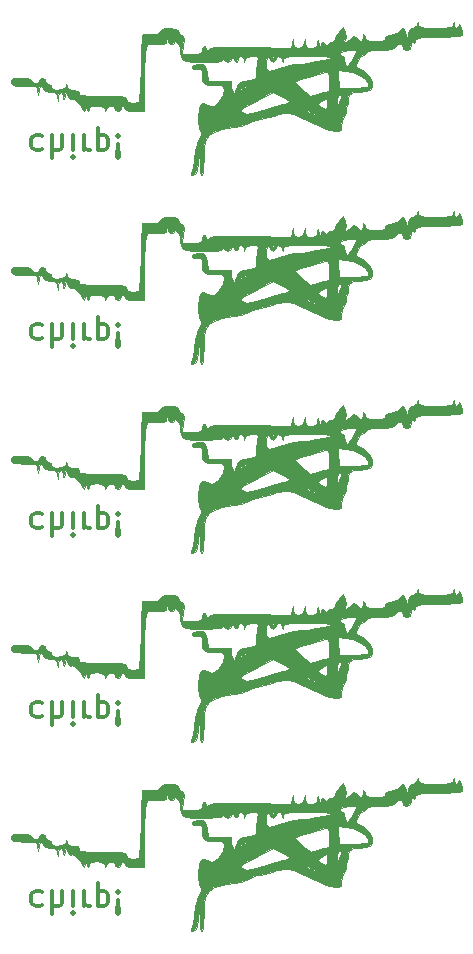
<source format=gbr>
G04 #@! TF.FileFunction,Legend,Bot*
%FSLAX46Y46*%
G04 Gerber Fmt 4.6, Leading zero omitted, Abs format (unit mm)*
G04 Created by KiCad (PCBNEW (2015-09-30 BZR 6232)-product) date Fri 09 Oct 2015 11:18:26 AM EEST*
%MOMM*%
G01*
G04 APERTURE LIST*
%ADD10C,0.100000*%
%ADD11C,0.304800*%
%ADD12C,0.010000*%
%ADD13R,2.279600X2.279600*%
%ADD14C,2.279600*%
%ADD15C,2.940000*%
%ADD16R,3.190000X5.480000*%
G04 APERTURE END LIST*
D10*
D11*
X92111033Y-51105948D02*
X91927186Y-51014024D01*
X91559490Y-51014024D01*
X91375643Y-51105948D01*
X91283719Y-51197871D01*
X91191795Y-51381719D01*
X91191795Y-51933262D01*
X91283719Y-52117110D01*
X91375643Y-52209033D01*
X91559490Y-52300957D01*
X91927186Y-52300957D01*
X92111033Y-52209033D01*
X92938348Y-51014024D02*
X92938348Y-52944424D01*
X93765662Y-51014024D02*
X93765662Y-52025186D01*
X93673739Y-52209033D01*
X93489891Y-52300957D01*
X93214119Y-52300957D01*
X93030272Y-52209033D01*
X92938348Y-52117110D01*
X94684900Y-51014024D02*
X94684900Y-52300957D01*
X94684900Y-52944424D02*
X94592976Y-52852500D01*
X94684900Y-52760576D01*
X94776824Y-52852500D01*
X94684900Y-52944424D01*
X94684900Y-52760576D01*
X95604138Y-51014024D02*
X95604138Y-52300957D01*
X95604138Y-51933262D02*
X95696062Y-52117110D01*
X95787986Y-52209033D01*
X95971833Y-52300957D01*
X96155681Y-52300957D01*
X96799148Y-52300957D02*
X96799148Y-50370557D01*
X96799148Y-52209033D02*
X96982996Y-52300957D01*
X97350691Y-52300957D01*
X97534539Y-52209033D01*
X97626462Y-52117110D01*
X97718386Y-51933262D01*
X97718386Y-51381719D01*
X97626462Y-51197871D01*
X97534539Y-51105948D01*
X97350691Y-51014024D01*
X96982996Y-51014024D01*
X96799148Y-51105948D01*
X98545700Y-51197871D02*
X98637624Y-51105948D01*
X98545700Y-51014024D01*
X98453776Y-51105948D01*
X98545700Y-51197871D01*
X98545700Y-51014024D01*
X98545700Y-51749414D02*
X98453776Y-52852500D01*
X98545700Y-52944424D01*
X98637624Y-52852500D01*
X98545700Y-51749414D01*
X98545700Y-52944424D01*
X92111033Y-67105948D02*
X91927186Y-67014024D01*
X91559490Y-67014024D01*
X91375643Y-67105948D01*
X91283719Y-67197871D01*
X91191795Y-67381719D01*
X91191795Y-67933262D01*
X91283719Y-68117110D01*
X91375643Y-68209033D01*
X91559490Y-68300957D01*
X91927186Y-68300957D01*
X92111033Y-68209033D01*
X92938348Y-67014024D02*
X92938348Y-68944424D01*
X93765662Y-67014024D02*
X93765662Y-68025186D01*
X93673739Y-68209033D01*
X93489891Y-68300957D01*
X93214119Y-68300957D01*
X93030272Y-68209033D01*
X92938348Y-68117110D01*
X94684900Y-67014024D02*
X94684900Y-68300957D01*
X94684900Y-68944424D02*
X94592976Y-68852500D01*
X94684900Y-68760576D01*
X94776824Y-68852500D01*
X94684900Y-68944424D01*
X94684900Y-68760576D01*
X95604138Y-67014024D02*
X95604138Y-68300957D01*
X95604138Y-67933262D02*
X95696062Y-68117110D01*
X95787986Y-68209033D01*
X95971833Y-68300957D01*
X96155681Y-68300957D01*
X96799148Y-68300957D02*
X96799148Y-66370557D01*
X96799148Y-68209033D02*
X96982996Y-68300957D01*
X97350691Y-68300957D01*
X97534539Y-68209033D01*
X97626462Y-68117110D01*
X97718386Y-67933262D01*
X97718386Y-67381719D01*
X97626462Y-67197871D01*
X97534539Y-67105948D01*
X97350691Y-67014024D01*
X96982996Y-67014024D01*
X96799148Y-67105948D01*
X98545700Y-67197871D02*
X98637624Y-67105948D01*
X98545700Y-67014024D01*
X98453776Y-67105948D01*
X98545700Y-67197871D01*
X98545700Y-67014024D01*
X98545700Y-67749414D02*
X98453776Y-68852500D01*
X98545700Y-68944424D01*
X98637624Y-68852500D01*
X98545700Y-67749414D01*
X98545700Y-68944424D01*
X92111033Y-83105948D02*
X91927186Y-83014024D01*
X91559490Y-83014024D01*
X91375643Y-83105948D01*
X91283719Y-83197871D01*
X91191795Y-83381719D01*
X91191795Y-83933262D01*
X91283719Y-84117110D01*
X91375643Y-84209033D01*
X91559490Y-84300957D01*
X91927186Y-84300957D01*
X92111033Y-84209033D01*
X92938348Y-83014024D02*
X92938348Y-84944424D01*
X93765662Y-83014024D02*
X93765662Y-84025186D01*
X93673739Y-84209033D01*
X93489891Y-84300957D01*
X93214119Y-84300957D01*
X93030272Y-84209033D01*
X92938348Y-84117110D01*
X94684900Y-83014024D02*
X94684900Y-84300957D01*
X94684900Y-84944424D02*
X94592976Y-84852500D01*
X94684900Y-84760576D01*
X94776824Y-84852500D01*
X94684900Y-84944424D01*
X94684900Y-84760576D01*
X95604138Y-83014024D02*
X95604138Y-84300957D01*
X95604138Y-83933262D02*
X95696062Y-84117110D01*
X95787986Y-84209033D01*
X95971833Y-84300957D01*
X96155681Y-84300957D01*
X96799148Y-84300957D02*
X96799148Y-82370557D01*
X96799148Y-84209033D02*
X96982996Y-84300957D01*
X97350691Y-84300957D01*
X97534539Y-84209033D01*
X97626462Y-84117110D01*
X97718386Y-83933262D01*
X97718386Y-83381719D01*
X97626462Y-83197871D01*
X97534539Y-83105948D01*
X97350691Y-83014024D01*
X96982996Y-83014024D01*
X96799148Y-83105948D01*
X98545700Y-83197871D02*
X98637624Y-83105948D01*
X98545700Y-83014024D01*
X98453776Y-83105948D01*
X98545700Y-83197871D01*
X98545700Y-83014024D01*
X98545700Y-83749414D02*
X98453776Y-84852500D01*
X98545700Y-84944424D01*
X98637624Y-84852500D01*
X98545700Y-83749414D01*
X98545700Y-84944424D01*
X92111033Y-99105948D02*
X91927186Y-99014024D01*
X91559490Y-99014024D01*
X91375643Y-99105948D01*
X91283719Y-99197871D01*
X91191795Y-99381719D01*
X91191795Y-99933262D01*
X91283719Y-100117110D01*
X91375643Y-100209033D01*
X91559490Y-100300957D01*
X91927186Y-100300957D01*
X92111033Y-100209033D01*
X92938348Y-99014024D02*
X92938348Y-100944424D01*
X93765662Y-99014024D02*
X93765662Y-100025186D01*
X93673739Y-100209033D01*
X93489891Y-100300957D01*
X93214119Y-100300957D01*
X93030272Y-100209033D01*
X92938348Y-100117110D01*
X94684900Y-99014024D02*
X94684900Y-100300957D01*
X94684900Y-100944424D02*
X94592976Y-100852500D01*
X94684900Y-100760576D01*
X94776824Y-100852500D01*
X94684900Y-100944424D01*
X94684900Y-100760576D01*
X95604138Y-99014024D02*
X95604138Y-100300957D01*
X95604138Y-99933262D02*
X95696062Y-100117110D01*
X95787986Y-100209033D01*
X95971833Y-100300957D01*
X96155681Y-100300957D01*
X96799148Y-100300957D02*
X96799148Y-98370557D01*
X96799148Y-100209033D02*
X96982996Y-100300957D01*
X97350691Y-100300957D01*
X97534539Y-100209033D01*
X97626462Y-100117110D01*
X97718386Y-99933262D01*
X97718386Y-99381719D01*
X97626462Y-99197871D01*
X97534539Y-99105948D01*
X97350691Y-99014024D01*
X96982996Y-99014024D01*
X96799148Y-99105948D01*
X98545700Y-99197871D02*
X98637624Y-99105948D01*
X98545700Y-99014024D01*
X98453776Y-99105948D01*
X98545700Y-99197871D01*
X98545700Y-99014024D01*
X98545700Y-99749414D02*
X98453776Y-100852500D01*
X98545700Y-100944424D01*
X98637624Y-100852500D01*
X98545700Y-99749414D01*
X98545700Y-100944424D01*
X92111033Y-115105948D02*
X91927186Y-115014024D01*
X91559490Y-115014024D01*
X91375643Y-115105948D01*
X91283719Y-115197871D01*
X91191795Y-115381719D01*
X91191795Y-115933262D01*
X91283719Y-116117110D01*
X91375643Y-116209033D01*
X91559490Y-116300957D01*
X91927186Y-116300957D01*
X92111033Y-116209033D01*
X92938348Y-115014024D02*
X92938348Y-116944424D01*
X93765662Y-115014024D02*
X93765662Y-116025186D01*
X93673739Y-116209033D01*
X93489891Y-116300957D01*
X93214119Y-116300957D01*
X93030272Y-116209033D01*
X92938348Y-116117110D01*
X94684900Y-115014024D02*
X94684900Y-116300957D01*
X94684900Y-116944424D02*
X94592976Y-116852500D01*
X94684900Y-116760576D01*
X94776824Y-116852500D01*
X94684900Y-116944424D01*
X94684900Y-116760576D01*
X95604138Y-115014024D02*
X95604138Y-116300957D01*
X95604138Y-115933262D02*
X95696062Y-116117110D01*
X95787986Y-116209033D01*
X95971833Y-116300957D01*
X96155681Y-116300957D01*
X96799148Y-116300957D02*
X96799148Y-114370557D01*
X96799148Y-116209033D02*
X96982996Y-116300957D01*
X97350691Y-116300957D01*
X97534539Y-116209033D01*
X97626462Y-116117110D01*
X97718386Y-115933262D01*
X97718386Y-115381719D01*
X97626462Y-115197871D01*
X97534539Y-115105948D01*
X97350691Y-115014024D01*
X96982996Y-115014024D01*
X96799148Y-115105948D01*
X98545700Y-115197871D02*
X98637624Y-115105948D01*
X98545700Y-115014024D01*
X98453776Y-115105948D01*
X98545700Y-115197871D01*
X98545700Y-115014024D01*
X98545700Y-115749414D02*
X98453776Y-116852500D01*
X98545700Y-116944424D01*
X98637624Y-116852500D01*
X98545700Y-115749414D01*
X98545700Y-116944424D01*
D12*
G36*
X126977643Y-41562140D02*
X126983798Y-41650000D01*
X127080153Y-41900108D01*
X127171523Y-41944371D01*
X127322559Y-41804827D01*
X127356907Y-41650000D01*
X127408991Y-41589739D01*
X127516884Y-41807236D01*
X127550278Y-41905195D01*
X127640935Y-42303414D01*
X127629127Y-42548779D01*
X127619704Y-42561532D01*
X127418051Y-42605629D01*
X126952257Y-42643970D01*
X126294604Y-42672099D01*
X125620346Y-42684814D01*
X124794477Y-42696860D01*
X124245995Y-42722576D01*
X123915882Y-42772089D01*
X123745117Y-42855528D01*
X123674684Y-42983019D01*
X123666380Y-43020111D01*
X123590301Y-43226838D01*
X123466701Y-43120263D01*
X123456400Y-43104217D01*
X123348438Y-43021303D01*
X123306803Y-43246351D01*
X123305224Y-43332120D01*
X123238436Y-43682724D01*
X123005126Y-43793737D01*
X122966225Y-43794702D01*
X122692243Y-43689524D01*
X122629801Y-43542385D01*
X122489563Y-43336898D01*
X122293377Y-43290067D01*
X122019395Y-43395245D01*
X121956953Y-43542385D01*
X121891208Y-43675029D01*
X121653497Y-43753106D01*
X121183109Y-43788661D01*
X120685436Y-43794702D01*
X120062225Y-43813435D01*
X119649490Y-43864405D01*
X119506242Y-43939775D01*
X119510396Y-43950804D01*
X119458239Y-44118692D01*
X119293532Y-44206355D01*
X119049791Y-44381159D01*
X118821545Y-44684347D01*
X118671270Y-45003717D01*
X118661435Y-45227064D01*
X118705370Y-45262723D01*
X119309715Y-45576716D01*
X119785038Y-46025347D01*
X120024444Y-46494872D01*
X120055917Y-46925675D01*
X119886022Y-47182115D01*
X119467874Y-47301864D01*
X118991788Y-47324577D01*
X118453214Y-47399255D01*
X118085943Y-47589047D01*
X117955284Y-47849298D01*
X118003973Y-48000000D01*
X118006904Y-48267070D01*
X117919867Y-48420530D01*
X117803770Y-48704395D01*
X117831025Y-48833396D01*
X117824945Y-49086209D01*
X117677294Y-49382829D01*
X117474279Y-49845281D01*
X117415231Y-50224184D01*
X117361848Y-50566339D01*
X117137173Y-50683991D01*
X116978602Y-50691391D01*
X116495786Y-50611543D01*
X116095490Y-50459565D01*
X115603455Y-50219550D01*
X115228476Y-50052605D01*
X114845921Y-49887593D01*
X114296267Y-49643979D01*
X113860438Y-49447768D01*
X113428027Y-49261590D01*
X115060264Y-49261590D01*
X115144370Y-49345696D01*
X115228476Y-49261590D01*
X115144370Y-49177484D01*
X115060264Y-49261590D01*
X113428027Y-49261590D01*
X113319551Y-49214885D01*
X112938112Y-49113158D01*
X112572191Y-49128344D01*
X112077855Y-49246198D01*
X112010107Y-49264641D01*
X111311009Y-49448645D01*
X110585019Y-49629397D01*
X110308278Y-49694713D01*
X109845782Y-49826769D01*
X109557311Y-49958868D01*
X109509271Y-50017284D01*
X109356297Y-50108836D01*
X108952400Y-50222417D01*
X108380114Y-50335493D01*
X108289735Y-50350243D01*
X107334997Y-50520065D01*
X106664047Y-50710811D01*
X106225785Y-50975557D01*
X105969114Y-51367379D01*
X105842937Y-51939351D01*
X105796156Y-52744551D01*
X105791700Y-52944977D01*
X105757668Y-53657862D01*
X105696103Y-54154601D01*
X105620585Y-54411295D01*
X105544692Y-54404048D01*
X105482006Y-54108961D01*
X105447343Y-53550994D01*
X105417349Y-52457616D01*
X105318608Y-53381324D01*
X105231182Y-53948106D01*
X105103255Y-54251611D01*
X104911538Y-54363564D01*
X104702864Y-54363833D01*
X104731905Y-54186762D01*
X104785379Y-54081710D01*
X104901902Y-53699347D01*
X104966767Y-53168456D01*
X104971243Y-53015364D01*
X105048517Y-52395231D01*
X105237025Y-51729828D01*
X105312391Y-51545585D01*
X105515037Y-50992904D01*
X105510199Y-50674946D01*
X105476908Y-50628830D01*
X105366684Y-50345547D01*
X105313872Y-49858707D01*
X105315397Y-49682120D01*
X105808609Y-49682120D01*
X105870155Y-49820577D01*
X105920750Y-49794261D01*
X105940882Y-49594633D01*
X105920750Y-49569978D01*
X105820748Y-49593069D01*
X105808609Y-49682120D01*
X105315397Y-49682120D01*
X105318731Y-49296284D01*
X105357856Y-48978459D01*
X108888828Y-48978459D01*
X109024449Y-49075547D01*
X109048008Y-49087745D01*
X109394520Y-49187765D01*
X109838373Y-49137354D01*
X110182119Y-49039728D01*
X110807034Y-48851541D01*
X111532894Y-48646990D01*
X111864238Y-48558471D01*
X112141594Y-48484669D01*
X113966887Y-48484669D01*
X114363999Y-48831077D01*
X114713654Y-49111671D01*
X114872164Y-49167855D01*
X114892052Y-49112724D01*
X114784095Y-49009272D01*
X116910596Y-49009272D01*
X116972142Y-49147729D01*
X117022737Y-49121413D01*
X117042869Y-48921785D01*
X117022737Y-48897131D01*
X116922735Y-48920221D01*
X116910596Y-49009272D01*
X114784095Y-49009272D01*
X114764638Y-48990627D01*
X114455342Y-48782170D01*
X114429470Y-48766317D01*
X113966887Y-48484669D01*
X112141594Y-48484669D01*
X112418135Y-48411084D01*
X112621403Y-48354435D01*
X115420277Y-48354435D01*
X115575119Y-48519059D01*
X115661286Y-48585130D01*
X116010772Y-48801590D01*
X116185099Y-48747371D01*
X116237194Y-48399094D01*
X116237748Y-48330506D01*
X116215169Y-47986701D01*
X116182987Y-47967186D01*
X117024616Y-47967186D01*
X117040327Y-48207442D01*
X117122247Y-48460274D01*
X117200036Y-48397489D01*
X117263457Y-48243310D01*
X117376830Y-47860810D01*
X117403408Y-47685033D01*
X117358985Y-47543000D01*
X117180279Y-47649165D01*
X117024616Y-47967186D01*
X116182987Y-47967186D01*
X116095359Y-47914051D01*
X115859271Y-48016867D01*
X115504712Y-48216549D01*
X115420277Y-48354435D01*
X112621403Y-48354435D01*
X112859245Y-48288151D01*
X113031306Y-48236003D01*
X113047917Y-48123671D01*
X112778240Y-47917216D01*
X112470038Y-47747873D01*
X111666866Y-47341255D01*
X110168859Y-48118357D01*
X109496217Y-48472692D01*
X109085084Y-48711305D01*
X108895830Y-48868470D01*
X108888828Y-48978459D01*
X105357856Y-48978459D01*
X105381517Y-48786254D01*
X105472639Y-48503789D01*
X105628054Y-48298389D01*
X105843332Y-48305604D01*
X106086273Y-48419486D01*
X106382539Y-48542914D01*
X106613992Y-48505129D01*
X106901216Y-48268141D01*
X107053038Y-48114905D01*
X107427189Y-47626723D01*
X107522795Y-47191960D01*
X107518277Y-47148150D01*
X107428808Y-46846251D01*
X107198038Y-46766300D01*
X106973742Y-46788449D01*
X106451274Y-46805396D01*
X106063080Y-46753982D01*
X105785856Y-46634860D01*
X105665009Y-46392275D01*
X105640397Y-45975048D01*
X105623665Y-45549196D01*
X105533922Y-45379461D01*
X105311842Y-45385814D01*
X105219867Y-45407746D01*
X104899719Y-45435242D01*
X104800012Y-45270191D01*
X104799337Y-45242739D01*
X104909564Y-45044778D01*
X105277286Y-44973581D01*
X105368980Y-44972186D01*
X105729673Y-44996948D01*
X105914578Y-45133251D01*
X106011728Y-45474120D01*
X106045511Y-45687086D01*
X106152401Y-46401987D01*
X108079470Y-46401987D01*
X108132180Y-46948676D01*
X108223266Y-47341710D01*
X108356249Y-47487136D01*
X108468031Y-47362296D01*
X108500000Y-47080753D01*
X108502057Y-47074835D01*
X108836423Y-47074835D01*
X108920529Y-47158941D01*
X109004635Y-47074835D01*
X108920529Y-46990729D01*
X108836423Y-47074835D01*
X108502057Y-47074835D01*
X108560531Y-46906623D01*
X109172847Y-46906623D01*
X109256953Y-46990729D01*
X109341059Y-46906623D01*
X109256953Y-46822517D01*
X109172847Y-46906623D01*
X108560531Y-46906623D01*
X108647161Y-46657417D01*
X108915769Y-46491954D01*
X113546357Y-46491954D01*
X113661746Y-46662306D01*
X113943322Y-46953467D01*
X114294195Y-47276548D01*
X114617479Y-47542661D01*
X114816285Y-47662916D01*
X114823418Y-47663577D01*
X115025576Y-47625913D01*
X115435090Y-47530701D01*
X115658624Y-47475395D01*
X116405960Y-47287214D01*
X116405960Y-46446514D01*
X116394246Y-45952137D01*
X116333553Y-45718710D01*
X116185548Y-45670930D01*
X116027483Y-45702954D01*
X114980948Y-45978524D01*
X114238295Y-46191054D01*
X113774557Y-46348482D01*
X113564767Y-46458750D01*
X113546357Y-46491954D01*
X108915769Y-46491954D01*
X109069605Y-46397191D01*
X109666424Y-46317881D01*
X110035747Y-46271630D01*
X110172522Y-46085714D01*
X110183970Y-45939404D01*
X110212873Y-45516071D01*
X110279638Y-44997011D01*
X111024679Y-44997011D01*
X111053162Y-45366598D01*
X111122694Y-45520266D01*
X111291003Y-45575371D01*
X111622854Y-45519292D01*
X111664241Y-45505879D01*
X117142245Y-45505879D01*
X117171835Y-46206251D01*
X117195293Y-46662641D01*
X117218154Y-46956540D01*
X117224223Y-46996228D01*
X117385003Y-47024005D01*
X117779881Y-47031839D01*
X118307341Y-47023150D01*
X118865869Y-47001354D01*
X119353951Y-46969870D01*
X119670072Y-46932114D01*
X119732105Y-46911793D01*
X119720715Y-46744257D01*
X119673361Y-46597679D01*
X119401104Y-46258808D01*
X118908527Y-45932615D01*
X118308155Y-45680714D01*
X117798655Y-45571181D01*
X117142245Y-45505879D01*
X111664241Y-45505879D01*
X112178051Y-45339363D01*
X112452980Y-45238518D01*
X112984944Y-45075227D01*
X113459945Y-44985894D01*
X113546357Y-44980681D01*
X114032345Y-44948366D01*
X114639982Y-44873547D01*
X115282977Y-44771677D01*
X115875041Y-44658210D01*
X116329880Y-44548599D01*
X116561206Y-44458298D01*
X116574172Y-44438446D01*
X116416813Y-44384745D01*
X115988069Y-44340675D01*
X115352939Y-44310715D01*
X114576422Y-44299345D01*
X114555629Y-44299338D01*
X113697456Y-44304006D01*
X113120380Y-44323330D01*
X112769140Y-44365293D01*
X112588477Y-44437876D01*
X112523130Y-44549061D01*
X112517573Y-44593709D01*
X112494077Y-44801021D01*
X112444424Y-44681569D01*
X112421133Y-44593709D01*
X112255977Y-44357498D01*
X112026410Y-44312637D01*
X111873878Y-44469808D01*
X111864238Y-44551656D01*
X111729590Y-44774666D01*
X111611920Y-44803974D01*
X111391277Y-44668549D01*
X111359602Y-44541729D01*
X111285466Y-44383444D01*
X111527814Y-44383444D01*
X111611920Y-44467550D01*
X111696026Y-44383444D01*
X111611920Y-44299338D01*
X111527814Y-44383444D01*
X111285466Y-44383444D01*
X111278054Y-44367620D01*
X111191390Y-44383444D01*
X111074256Y-44611357D01*
X111024679Y-44997011D01*
X110279638Y-44997011D01*
X110280952Y-44986796D01*
X110290085Y-44930133D01*
X110340906Y-44519653D01*
X110266098Y-44342193D01*
X110002213Y-44300141D01*
X109880038Y-44299338D01*
X109444023Y-44387744D01*
X109288800Y-44593709D01*
X109224870Y-44801021D01*
X109198515Y-44681569D01*
X109192360Y-44593709D01*
X109071072Y-44361249D01*
X108851172Y-44308528D01*
X108685316Y-44447795D01*
X108668211Y-44551656D01*
X108585011Y-44778266D01*
X108414051Y-44751446D01*
X108279528Y-44509603D01*
X108215598Y-44302291D01*
X108189243Y-44421743D01*
X108183088Y-44509603D01*
X108045324Y-44744062D01*
X107774356Y-44794750D01*
X107518779Y-44661666D01*
X107438469Y-44509603D01*
X107374539Y-44302291D01*
X107348184Y-44421743D01*
X107342029Y-44509603D01*
X107296593Y-44645358D01*
X107141646Y-44732051D01*
X106816655Y-44780277D01*
X106261087Y-44800629D01*
X105660016Y-44803974D01*
X104849031Y-44794942D01*
X104315881Y-44744124D01*
X104002034Y-44615935D01*
X103848957Y-44374792D01*
X103798120Y-43985110D01*
X103792363Y-43668543D01*
X103727178Y-43373077D01*
X103621854Y-43290067D01*
X103473424Y-43150699D01*
X103441819Y-42995696D01*
X103419521Y-42797875D01*
X103348185Y-42910907D01*
X103309093Y-43008143D01*
X103140318Y-43262434D01*
X103033112Y-43314962D01*
X102851125Y-43179297D01*
X102757132Y-43008143D01*
X102661033Y-42799219D01*
X102628954Y-42902552D01*
X102624405Y-42995696D01*
X102552725Y-43177485D01*
X102304463Y-43266341D01*
X101801165Y-43290064D01*
X101793671Y-43290067D01*
X100974760Y-43290067D01*
X100831786Y-44004967D01*
X100776118Y-44452887D01*
X100730454Y-45142824D01*
X100699535Y-45980411D01*
X100688104Y-46864570D01*
X100687396Y-49009272D01*
X99962591Y-49009272D01*
X99403736Y-48950222D01*
X99146548Y-48770231D01*
X99140962Y-48756954D01*
X98975850Y-48534362D01*
X98893923Y-48504636D01*
X98760573Y-48641145D01*
X98743708Y-48756954D01*
X98609060Y-48979964D01*
X98491390Y-49009272D01*
X98268380Y-48874624D01*
X98239072Y-48756954D01*
X98120230Y-48552610D01*
X97860830Y-48516574D01*
X97606559Y-48640398D01*
X97513966Y-48799007D01*
X97450036Y-49006319D01*
X97423681Y-48886867D01*
X97417526Y-48799007D01*
X97322882Y-48600800D01*
X97021523Y-48515557D01*
X96725165Y-48504636D01*
X96272481Y-48539203D01*
X96072264Y-48665534D01*
X96040495Y-48799007D01*
X96013132Y-48979045D01*
X95928608Y-48857560D01*
X95884105Y-48756954D01*
X95770637Y-48516558D01*
X95728991Y-48585256D01*
X95714436Y-48756954D01*
X95664779Y-48946278D01*
X95601128Y-48873026D01*
X95389345Y-48526925D01*
X95077657Y-48194199D01*
X94762522Y-47961351D01*
X94540398Y-47914885D01*
X94535712Y-47917562D01*
X94354142Y-47874510D01*
X94242216Y-47638448D01*
X94136878Y-47243047D01*
X94017988Y-47663577D01*
X93930492Y-47945452D01*
X93895024Y-47913115D01*
X93882330Y-47705630D01*
X93810073Y-47409835D01*
X93709050Y-47327153D01*
X93559445Y-47469684D01*
X93479639Y-47705630D01*
X93406742Y-48084106D01*
X93383834Y-47705630D01*
X93310987Y-47446332D01*
X93069726Y-47341476D01*
X92772185Y-47327153D01*
X92336742Y-47272438D01*
X92184507Y-47097815D01*
X92183443Y-47074835D01*
X92111054Y-46844707D01*
X91957238Y-46869948D01*
X91817024Y-47119495D01*
X91797520Y-47200994D01*
X91724622Y-47579471D01*
X91701715Y-47200994D01*
X91662658Y-46996871D01*
X91525286Y-46883197D01*
X91212441Y-46833812D01*
X90646964Y-46822554D01*
X90585430Y-46822517D01*
X89993711Y-46812032D01*
X89663814Y-46765327D01*
X89521400Y-46659529D01*
X89492053Y-46486093D01*
X89537348Y-46282597D01*
X89728767Y-46182162D01*
X90149615Y-46150739D01*
X90315115Y-46149669D01*
X90894402Y-46192634D01*
X91190291Y-46329368D01*
X91235002Y-46401987D01*
X91430060Y-46612090D01*
X91681687Y-46634096D01*
X91839705Y-46468005D01*
X91847019Y-46401987D01*
X91981667Y-46178977D01*
X92099337Y-46149669D01*
X92322347Y-46284317D01*
X92351655Y-46401987D01*
X92486303Y-46624997D01*
X92603973Y-46654305D01*
X92826983Y-46788953D01*
X92856291Y-46906623D01*
X92992233Y-47096223D01*
X93313454Y-47172628D01*
X93690049Y-47140280D01*
X93992109Y-47003621D01*
X94086034Y-46864570D01*
X94149964Y-46657258D01*
X94176318Y-46776710D01*
X94182473Y-46864570D01*
X94312430Y-47089617D01*
X94698191Y-47158925D01*
X94706622Y-47158941D01*
X95107255Y-47234167D01*
X95211258Y-47411259D01*
X95228454Y-47525081D01*
X95314092Y-47603906D01*
X95519242Y-47653448D01*
X95894977Y-47679422D01*
X96492370Y-47687544D01*
X97362492Y-47683530D01*
X97624659Y-47681334D01*
X98345977Y-47682866D01*
X98798452Y-47711180D01*
X99049373Y-47778991D01*
X99166027Y-47899015D01*
X99193817Y-47977867D01*
X99368816Y-48207747D01*
X99773010Y-48267360D01*
X99808230Y-48266213D01*
X100341721Y-48245112D01*
X100444144Y-45389112D01*
X100479145Y-44447770D01*
X100511836Y-43632107D01*
X100539795Y-42997808D01*
X100560596Y-42600555D01*
X100570303Y-42491060D01*
X100736008Y-42465895D01*
X101127478Y-42450871D01*
X101350993Y-42449007D01*
X101849911Y-42415986D01*
X102077168Y-42303707D01*
X102107947Y-42196689D01*
X102207009Y-42030383D01*
X102543846Y-41954631D01*
X102864900Y-41944371D01*
X103378671Y-41982539D01*
X103603729Y-42105268D01*
X103621854Y-42178692D01*
X103757966Y-42436025D01*
X103884666Y-42513864D01*
X104042429Y-42649742D01*
X104080731Y-42946226D01*
X104033779Y-43372920D01*
X103920079Y-44131126D01*
X104780238Y-44131126D01*
X105291668Y-44114206D01*
X105362698Y-44094330D01*
X117286376Y-44094330D01*
X117343860Y-44259400D01*
X117441514Y-44262542D01*
X117633342Y-44361878D01*
X117691721Y-44551656D01*
X117728926Y-44946625D01*
X117788302Y-45108550D01*
X117909144Y-45140375D01*
X117916448Y-45140398D01*
X118084937Y-45003540D01*
X118320273Y-44657617D01*
X118429651Y-44457460D01*
X118778060Y-43774522D01*
X118067666Y-43826665D01*
X117613066Y-43905370D01*
X117325228Y-44040139D01*
X117286376Y-44094330D01*
X105362698Y-44094330D01*
X105549462Y-44042069D01*
X105635609Y-43882645D01*
X105640397Y-43794702D01*
X105711819Y-43506554D01*
X105864787Y-43496626D01*
X106007356Y-43754898D01*
X106026320Y-43836755D01*
X106082978Y-44080392D01*
X106112154Y-44002458D01*
X106121963Y-43878808D01*
X106141800Y-43766939D01*
X106212530Y-43683898D01*
X106376832Y-43626218D01*
X106677384Y-43590430D01*
X107156864Y-43573065D01*
X107857950Y-43570655D01*
X108823320Y-43579730D01*
X109664780Y-43590861D01*
X113184851Y-43639337D01*
X113258591Y-43254437D01*
X113332330Y-42869537D01*
X113355238Y-43248014D01*
X113466156Y-43545764D01*
X113786976Y-43626490D01*
X114139100Y-43519239D01*
X114268704Y-43248014D01*
X114341602Y-42869537D01*
X114364509Y-43248014D01*
X114451526Y-43523278D01*
X114731594Y-43621062D01*
X114892052Y-43626490D01*
X115260457Y-43574978D01*
X115400159Y-43372895D01*
X115413456Y-43248014D01*
X115433592Y-42997937D01*
X115484674Y-43050766D01*
X115564900Y-43290067D01*
X115667309Y-43529343D01*
X115714970Y-43436679D01*
X115716345Y-43416226D01*
X115804517Y-43166118D01*
X115888990Y-43121855D01*
X116057292Y-43260416D01*
X116121795Y-43416226D01*
X116185725Y-43623538D01*
X116212080Y-43504086D01*
X116218235Y-43416226D01*
X116376273Y-43168713D01*
X116574172Y-43121855D01*
X116850780Y-43013470D01*
X116910596Y-42862503D01*
X117018517Y-42555694D01*
X117242501Y-42246894D01*
X117574406Y-41890635D01*
X117727764Y-42295980D01*
X117788146Y-42733024D01*
X117711686Y-42911590D01*
X117652548Y-43084510D01*
X117820444Y-43121855D01*
X118116095Y-42989152D01*
X118195461Y-42869537D01*
X118397214Y-42646159D01*
X118508609Y-42617219D01*
X118752057Y-42752561D01*
X118821757Y-42869537D01*
X119005884Y-43103486D01*
X119192854Y-43044252D01*
X119282330Y-42743378D01*
X119303500Y-42483283D01*
X119355692Y-42548092D01*
X119408489Y-42707108D01*
X119548455Y-42926637D01*
X119847551Y-43038247D01*
X120316887Y-43077383D01*
X120829577Y-43066967D01*
X121072948Y-42977751D01*
X121115894Y-42861335D01*
X121187022Y-42634773D01*
X121242052Y-42604719D01*
X121911850Y-42474995D01*
X122296161Y-42253196D01*
X122339758Y-42191942D01*
X122545389Y-41965703D01*
X122736897Y-42064322D01*
X122924719Y-42491060D01*
X123100092Y-43037749D01*
X123117264Y-42491060D01*
X123178736Y-42098180D01*
X123363008Y-41952258D01*
X123458526Y-41944371D01*
X123762970Y-41812386D01*
X123859543Y-41650000D01*
X123923473Y-41442688D01*
X123949828Y-41562140D01*
X123955983Y-41650000D01*
X124006512Y-41795092D01*
X124177892Y-41883521D01*
X124535185Y-41928615D01*
X125143451Y-41943703D01*
X125392964Y-41944371D01*
X126099347Y-41934777D01*
X126537125Y-41897129D01*
X126773789Y-41818133D01*
X126876834Y-41684495D01*
X126887358Y-41650000D01*
X126951288Y-41442688D01*
X126977643Y-41562140D01*
X126977643Y-41562140D01*
G37*
X126977643Y-41562140D02*
X126983798Y-41650000D01*
X127080153Y-41900108D01*
X127171523Y-41944371D01*
X127322559Y-41804827D01*
X127356907Y-41650000D01*
X127408991Y-41589739D01*
X127516884Y-41807236D01*
X127550278Y-41905195D01*
X127640935Y-42303414D01*
X127629127Y-42548779D01*
X127619704Y-42561532D01*
X127418051Y-42605629D01*
X126952257Y-42643970D01*
X126294604Y-42672099D01*
X125620346Y-42684814D01*
X124794477Y-42696860D01*
X124245995Y-42722576D01*
X123915882Y-42772089D01*
X123745117Y-42855528D01*
X123674684Y-42983019D01*
X123666380Y-43020111D01*
X123590301Y-43226838D01*
X123466701Y-43120263D01*
X123456400Y-43104217D01*
X123348438Y-43021303D01*
X123306803Y-43246351D01*
X123305224Y-43332120D01*
X123238436Y-43682724D01*
X123005126Y-43793737D01*
X122966225Y-43794702D01*
X122692243Y-43689524D01*
X122629801Y-43542385D01*
X122489563Y-43336898D01*
X122293377Y-43290067D01*
X122019395Y-43395245D01*
X121956953Y-43542385D01*
X121891208Y-43675029D01*
X121653497Y-43753106D01*
X121183109Y-43788661D01*
X120685436Y-43794702D01*
X120062225Y-43813435D01*
X119649490Y-43864405D01*
X119506242Y-43939775D01*
X119510396Y-43950804D01*
X119458239Y-44118692D01*
X119293532Y-44206355D01*
X119049791Y-44381159D01*
X118821545Y-44684347D01*
X118671270Y-45003717D01*
X118661435Y-45227064D01*
X118705370Y-45262723D01*
X119309715Y-45576716D01*
X119785038Y-46025347D01*
X120024444Y-46494872D01*
X120055917Y-46925675D01*
X119886022Y-47182115D01*
X119467874Y-47301864D01*
X118991788Y-47324577D01*
X118453214Y-47399255D01*
X118085943Y-47589047D01*
X117955284Y-47849298D01*
X118003973Y-48000000D01*
X118006904Y-48267070D01*
X117919867Y-48420530D01*
X117803770Y-48704395D01*
X117831025Y-48833396D01*
X117824945Y-49086209D01*
X117677294Y-49382829D01*
X117474279Y-49845281D01*
X117415231Y-50224184D01*
X117361848Y-50566339D01*
X117137173Y-50683991D01*
X116978602Y-50691391D01*
X116495786Y-50611543D01*
X116095490Y-50459565D01*
X115603455Y-50219550D01*
X115228476Y-50052605D01*
X114845921Y-49887593D01*
X114296267Y-49643979D01*
X113860438Y-49447768D01*
X113428027Y-49261590D01*
X115060264Y-49261590D01*
X115144370Y-49345696D01*
X115228476Y-49261590D01*
X115144370Y-49177484D01*
X115060264Y-49261590D01*
X113428027Y-49261590D01*
X113319551Y-49214885D01*
X112938112Y-49113158D01*
X112572191Y-49128344D01*
X112077855Y-49246198D01*
X112010107Y-49264641D01*
X111311009Y-49448645D01*
X110585019Y-49629397D01*
X110308278Y-49694713D01*
X109845782Y-49826769D01*
X109557311Y-49958868D01*
X109509271Y-50017284D01*
X109356297Y-50108836D01*
X108952400Y-50222417D01*
X108380114Y-50335493D01*
X108289735Y-50350243D01*
X107334997Y-50520065D01*
X106664047Y-50710811D01*
X106225785Y-50975557D01*
X105969114Y-51367379D01*
X105842937Y-51939351D01*
X105796156Y-52744551D01*
X105791700Y-52944977D01*
X105757668Y-53657862D01*
X105696103Y-54154601D01*
X105620585Y-54411295D01*
X105544692Y-54404048D01*
X105482006Y-54108961D01*
X105447343Y-53550994D01*
X105417349Y-52457616D01*
X105318608Y-53381324D01*
X105231182Y-53948106D01*
X105103255Y-54251611D01*
X104911538Y-54363564D01*
X104702864Y-54363833D01*
X104731905Y-54186762D01*
X104785379Y-54081710D01*
X104901902Y-53699347D01*
X104966767Y-53168456D01*
X104971243Y-53015364D01*
X105048517Y-52395231D01*
X105237025Y-51729828D01*
X105312391Y-51545585D01*
X105515037Y-50992904D01*
X105510199Y-50674946D01*
X105476908Y-50628830D01*
X105366684Y-50345547D01*
X105313872Y-49858707D01*
X105315397Y-49682120D01*
X105808609Y-49682120D01*
X105870155Y-49820577D01*
X105920750Y-49794261D01*
X105940882Y-49594633D01*
X105920750Y-49569978D01*
X105820748Y-49593069D01*
X105808609Y-49682120D01*
X105315397Y-49682120D01*
X105318731Y-49296284D01*
X105357856Y-48978459D01*
X108888828Y-48978459D01*
X109024449Y-49075547D01*
X109048008Y-49087745D01*
X109394520Y-49187765D01*
X109838373Y-49137354D01*
X110182119Y-49039728D01*
X110807034Y-48851541D01*
X111532894Y-48646990D01*
X111864238Y-48558471D01*
X112141594Y-48484669D01*
X113966887Y-48484669D01*
X114363999Y-48831077D01*
X114713654Y-49111671D01*
X114872164Y-49167855D01*
X114892052Y-49112724D01*
X114784095Y-49009272D01*
X116910596Y-49009272D01*
X116972142Y-49147729D01*
X117022737Y-49121413D01*
X117042869Y-48921785D01*
X117022737Y-48897131D01*
X116922735Y-48920221D01*
X116910596Y-49009272D01*
X114784095Y-49009272D01*
X114764638Y-48990627D01*
X114455342Y-48782170D01*
X114429470Y-48766317D01*
X113966887Y-48484669D01*
X112141594Y-48484669D01*
X112418135Y-48411084D01*
X112621403Y-48354435D01*
X115420277Y-48354435D01*
X115575119Y-48519059D01*
X115661286Y-48585130D01*
X116010772Y-48801590D01*
X116185099Y-48747371D01*
X116237194Y-48399094D01*
X116237748Y-48330506D01*
X116215169Y-47986701D01*
X116182987Y-47967186D01*
X117024616Y-47967186D01*
X117040327Y-48207442D01*
X117122247Y-48460274D01*
X117200036Y-48397489D01*
X117263457Y-48243310D01*
X117376830Y-47860810D01*
X117403408Y-47685033D01*
X117358985Y-47543000D01*
X117180279Y-47649165D01*
X117024616Y-47967186D01*
X116182987Y-47967186D01*
X116095359Y-47914051D01*
X115859271Y-48016867D01*
X115504712Y-48216549D01*
X115420277Y-48354435D01*
X112621403Y-48354435D01*
X112859245Y-48288151D01*
X113031306Y-48236003D01*
X113047917Y-48123671D01*
X112778240Y-47917216D01*
X112470038Y-47747873D01*
X111666866Y-47341255D01*
X110168859Y-48118357D01*
X109496217Y-48472692D01*
X109085084Y-48711305D01*
X108895830Y-48868470D01*
X108888828Y-48978459D01*
X105357856Y-48978459D01*
X105381517Y-48786254D01*
X105472639Y-48503789D01*
X105628054Y-48298389D01*
X105843332Y-48305604D01*
X106086273Y-48419486D01*
X106382539Y-48542914D01*
X106613992Y-48505129D01*
X106901216Y-48268141D01*
X107053038Y-48114905D01*
X107427189Y-47626723D01*
X107522795Y-47191960D01*
X107518277Y-47148150D01*
X107428808Y-46846251D01*
X107198038Y-46766300D01*
X106973742Y-46788449D01*
X106451274Y-46805396D01*
X106063080Y-46753982D01*
X105785856Y-46634860D01*
X105665009Y-46392275D01*
X105640397Y-45975048D01*
X105623665Y-45549196D01*
X105533922Y-45379461D01*
X105311842Y-45385814D01*
X105219867Y-45407746D01*
X104899719Y-45435242D01*
X104800012Y-45270191D01*
X104799337Y-45242739D01*
X104909564Y-45044778D01*
X105277286Y-44973581D01*
X105368980Y-44972186D01*
X105729673Y-44996948D01*
X105914578Y-45133251D01*
X106011728Y-45474120D01*
X106045511Y-45687086D01*
X106152401Y-46401987D01*
X108079470Y-46401987D01*
X108132180Y-46948676D01*
X108223266Y-47341710D01*
X108356249Y-47487136D01*
X108468031Y-47362296D01*
X108500000Y-47080753D01*
X108502057Y-47074835D01*
X108836423Y-47074835D01*
X108920529Y-47158941D01*
X109004635Y-47074835D01*
X108920529Y-46990729D01*
X108836423Y-47074835D01*
X108502057Y-47074835D01*
X108560531Y-46906623D01*
X109172847Y-46906623D01*
X109256953Y-46990729D01*
X109341059Y-46906623D01*
X109256953Y-46822517D01*
X109172847Y-46906623D01*
X108560531Y-46906623D01*
X108647161Y-46657417D01*
X108915769Y-46491954D01*
X113546357Y-46491954D01*
X113661746Y-46662306D01*
X113943322Y-46953467D01*
X114294195Y-47276548D01*
X114617479Y-47542661D01*
X114816285Y-47662916D01*
X114823418Y-47663577D01*
X115025576Y-47625913D01*
X115435090Y-47530701D01*
X115658624Y-47475395D01*
X116405960Y-47287214D01*
X116405960Y-46446514D01*
X116394246Y-45952137D01*
X116333553Y-45718710D01*
X116185548Y-45670930D01*
X116027483Y-45702954D01*
X114980948Y-45978524D01*
X114238295Y-46191054D01*
X113774557Y-46348482D01*
X113564767Y-46458750D01*
X113546357Y-46491954D01*
X108915769Y-46491954D01*
X109069605Y-46397191D01*
X109666424Y-46317881D01*
X110035747Y-46271630D01*
X110172522Y-46085714D01*
X110183970Y-45939404D01*
X110212873Y-45516071D01*
X110279638Y-44997011D01*
X111024679Y-44997011D01*
X111053162Y-45366598D01*
X111122694Y-45520266D01*
X111291003Y-45575371D01*
X111622854Y-45519292D01*
X111664241Y-45505879D01*
X117142245Y-45505879D01*
X117171835Y-46206251D01*
X117195293Y-46662641D01*
X117218154Y-46956540D01*
X117224223Y-46996228D01*
X117385003Y-47024005D01*
X117779881Y-47031839D01*
X118307341Y-47023150D01*
X118865869Y-47001354D01*
X119353951Y-46969870D01*
X119670072Y-46932114D01*
X119732105Y-46911793D01*
X119720715Y-46744257D01*
X119673361Y-46597679D01*
X119401104Y-46258808D01*
X118908527Y-45932615D01*
X118308155Y-45680714D01*
X117798655Y-45571181D01*
X117142245Y-45505879D01*
X111664241Y-45505879D01*
X112178051Y-45339363D01*
X112452980Y-45238518D01*
X112984944Y-45075227D01*
X113459945Y-44985894D01*
X113546357Y-44980681D01*
X114032345Y-44948366D01*
X114639982Y-44873547D01*
X115282977Y-44771677D01*
X115875041Y-44658210D01*
X116329880Y-44548599D01*
X116561206Y-44458298D01*
X116574172Y-44438446D01*
X116416813Y-44384745D01*
X115988069Y-44340675D01*
X115352939Y-44310715D01*
X114576422Y-44299345D01*
X114555629Y-44299338D01*
X113697456Y-44304006D01*
X113120380Y-44323330D01*
X112769140Y-44365293D01*
X112588477Y-44437876D01*
X112523130Y-44549061D01*
X112517573Y-44593709D01*
X112494077Y-44801021D01*
X112444424Y-44681569D01*
X112421133Y-44593709D01*
X112255977Y-44357498D01*
X112026410Y-44312637D01*
X111873878Y-44469808D01*
X111864238Y-44551656D01*
X111729590Y-44774666D01*
X111611920Y-44803974D01*
X111391277Y-44668549D01*
X111359602Y-44541729D01*
X111285466Y-44383444D01*
X111527814Y-44383444D01*
X111611920Y-44467550D01*
X111696026Y-44383444D01*
X111611920Y-44299338D01*
X111527814Y-44383444D01*
X111285466Y-44383444D01*
X111278054Y-44367620D01*
X111191390Y-44383444D01*
X111074256Y-44611357D01*
X111024679Y-44997011D01*
X110279638Y-44997011D01*
X110280952Y-44986796D01*
X110290085Y-44930133D01*
X110340906Y-44519653D01*
X110266098Y-44342193D01*
X110002213Y-44300141D01*
X109880038Y-44299338D01*
X109444023Y-44387744D01*
X109288800Y-44593709D01*
X109224870Y-44801021D01*
X109198515Y-44681569D01*
X109192360Y-44593709D01*
X109071072Y-44361249D01*
X108851172Y-44308528D01*
X108685316Y-44447795D01*
X108668211Y-44551656D01*
X108585011Y-44778266D01*
X108414051Y-44751446D01*
X108279528Y-44509603D01*
X108215598Y-44302291D01*
X108189243Y-44421743D01*
X108183088Y-44509603D01*
X108045324Y-44744062D01*
X107774356Y-44794750D01*
X107518779Y-44661666D01*
X107438469Y-44509603D01*
X107374539Y-44302291D01*
X107348184Y-44421743D01*
X107342029Y-44509603D01*
X107296593Y-44645358D01*
X107141646Y-44732051D01*
X106816655Y-44780277D01*
X106261087Y-44800629D01*
X105660016Y-44803974D01*
X104849031Y-44794942D01*
X104315881Y-44744124D01*
X104002034Y-44615935D01*
X103848957Y-44374792D01*
X103798120Y-43985110D01*
X103792363Y-43668543D01*
X103727178Y-43373077D01*
X103621854Y-43290067D01*
X103473424Y-43150699D01*
X103441819Y-42995696D01*
X103419521Y-42797875D01*
X103348185Y-42910907D01*
X103309093Y-43008143D01*
X103140318Y-43262434D01*
X103033112Y-43314962D01*
X102851125Y-43179297D01*
X102757132Y-43008143D01*
X102661033Y-42799219D01*
X102628954Y-42902552D01*
X102624405Y-42995696D01*
X102552725Y-43177485D01*
X102304463Y-43266341D01*
X101801165Y-43290064D01*
X101793671Y-43290067D01*
X100974760Y-43290067D01*
X100831786Y-44004967D01*
X100776118Y-44452887D01*
X100730454Y-45142824D01*
X100699535Y-45980411D01*
X100688104Y-46864570D01*
X100687396Y-49009272D01*
X99962591Y-49009272D01*
X99403736Y-48950222D01*
X99146548Y-48770231D01*
X99140962Y-48756954D01*
X98975850Y-48534362D01*
X98893923Y-48504636D01*
X98760573Y-48641145D01*
X98743708Y-48756954D01*
X98609060Y-48979964D01*
X98491390Y-49009272D01*
X98268380Y-48874624D01*
X98239072Y-48756954D01*
X98120230Y-48552610D01*
X97860830Y-48516574D01*
X97606559Y-48640398D01*
X97513966Y-48799007D01*
X97450036Y-49006319D01*
X97423681Y-48886867D01*
X97417526Y-48799007D01*
X97322882Y-48600800D01*
X97021523Y-48515557D01*
X96725165Y-48504636D01*
X96272481Y-48539203D01*
X96072264Y-48665534D01*
X96040495Y-48799007D01*
X96013132Y-48979045D01*
X95928608Y-48857560D01*
X95884105Y-48756954D01*
X95770637Y-48516558D01*
X95728991Y-48585256D01*
X95714436Y-48756954D01*
X95664779Y-48946278D01*
X95601128Y-48873026D01*
X95389345Y-48526925D01*
X95077657Y-48194199D01*
X94762522Y-47961351D01*
X94540398Y-47914885D01*
X94535712Y-47917562D01*
X94354142Y-47874510D01*
X94242216Y-47638448D01*
X94136878Y-47243047D01*
X94017988Y-47663577D01*
X93930492Y-47945452D01*
X93895024Y-47913115D01*
X93882330Y-47705630D01*
X93810073Y-47409835D01*
X93709050Y-47327153D01*
X93559445Y-47469684D01*
X93479639Y-47705630D01*
X93406742Y-48084106D01*
X93383834Y-47705630D01*
X93310987Y-47446332D01*
X93069726Y-47341476D01*
X92772185Y-47327153D01*
X92336742Y-47272438D01*
X92184507Y-47097815D01*
X92183443Y-47074835D01*
X92111054Y-46844707D01*
X91957238Y-46869948D01*
X91817024Y-47119495D01*
X91797520Y-47200994D01*
X91724622Y-47579471D01*
X91701715Y-47200994D01*
X91662658Y-46996871D01*
X91525286Y-46883197D01*
X91212441Y-46833812D01*
X90646964Y-46822554D01*
X90585430Y-46822517D01*
X89993711Y-46812032D01*
X89663814Y-46765327D01*
X89521400Y-46659529D01*
X89492053Y-46486093D01*
X89537348Y-46282597D01*
X89728767Y-46182162D01*
X90149615Y-46150739D01*
X90315115Y-46149669D01*
X90894402Y-46192634D01*
X91190291Y-46329368D01*
X91235002Y-46401987D01*
X91430060Y-46612090D01*
X91681687Y-46634096D01*
X91839705Y-46468005D01*
X91847019Y-46401987D01*
X91981667Y-46178977D01*
X92099337Y-46149669D01*
X92322347Y-46284317D01*
X92351655Y-46401987D01*
X92486303Y-46624997D01*
X92603973Y-46654305D01*
X92826983Y-46788953D01*
X92856291Y-46906623D01*
X92992233Y-47096223D01*
X93313454Y-47172628D01*
X93690049Y-47140280D01*
X93992109Y-47003621D01*
X94086034Y-46864570D01*
X94149964Y-46657258D01*
X94176318Y-46776710D01*
X94182473Y-46864570D01*
X94312430Y-47089617D01*
X94698191Y-47158925D01*
X94706622Y-47158941D01*
X95107255Y-47234167D01*
X95211258Y-47411259D01*
X95228454Y-47525081D01*
X95314092Y-47603906D01*
X95519242Y-47653448D01*
X95894977Y-47679422D01*
X96492370Y-47687544D01*
X97362492Y-47683530D01*
X97624659Y-47681334D01*
X98345977Y-47682866D01*
X98798452Y-47711180D01*
X99049373Y-47778991D01*
X99166027Y-47899015D01*
X99193817Y-47977867D01*
X99368816Y-48207747D01*
X99773010Y-48267360D01*
X99808230Y-48266213D01*
X100341721Y-48245112D01*
X100444144Y-45389112D01*
X100479145Y-44447770D01*
X100511836Y-43632107D01*
X100539795Y-42997808D01*
X100560596Y-42600555D01*
X100570303Y-42491060D01*
X100736008Y-42465895D01*
X101127478Y-42450871D01*
X101350993Y-42449007D01*
X101849911Y-42415986D01*
X102077168Y-42303707D01*
X102107947Y-42196689D01*
X102207009Y-42030383D01*
X102543846Y-41954631D01*
X102864900Y-41944371D01*
X103378671Y-41982539D01*
X103603729Y-42105268D01*
X103621854Y-42178692D01*
X103757966Y-42436025D01*
X103884666Y-42513864D01*
X104042429Y-42649742D01*
X104080731Y-42946226D01*
X104033779Y-43372920D01*
X103920079Y-44131126D01*
X104780238Y-44131126D01*
X105291668Y-44114206D01*
X105362698Y-44094330D01*
X117286376Y-44094330D01*
X117343860Y-44259400D01*
X117441514Y-44262542D01*
X117633342Y-44361878D01*
X117691721Y-44551656D01*
X117728926Y-44946625D01*
X117788302Y-45108550D01*
X117909144Y-45140375D01*
X117916448Y-45140398D01*
X118084937Y-45003540D01*
X118320273Y-44657617D01*
X118429651Y-44457460D01*
X118778060Y-43774522D01*
X118067666Y-43826665D01*
X117613066Y-43905370D01*
X117325228Y-44040139D01*
X117286376Y-44094330D01*
X105362698Y-44094330D01*
X105549462Y-44042069D01*
X105635609Y-43882645D01*
X105640397Y-43794702D01*
X105711819Y-43506554D01*
X105864787Y-43496626D01*
X106007356Y-43754898D01*
X106026320Y-43836755D01*
X106082978Y-44080392D01*
X106112154Y-44002458D01*
X106121963Y-43878808D01*
X106141800Y-43766939D01*
X106212530Y-43683898D01*
X106376832Y-43626218D01*
X106677384Y-43590430D01*
X107156864Y-43573065D01*
X107857950Y-43570655D01*
X108823320Y-43579730D01*
X109664780Y-43590861D01*
X113184851Y-43639337D01*
X113258591Y-43254437D01*
X113332330Y-42869537D01*
X113355238Y-43248014D01*
X113466156Y-43545764D01*
X113786976Y-43626490D01*
X114139100Y-43519239D01*
X114268704Y-43248014D01*
X114341602Y-42869537D01*
X114364509Y-43248014D01*
X114451526Y-43523278D01*
X114731594Y-43621062D01*
X114892052Y-43626490D01*
X115260457Y-43574978D01*
X115400159Y-43372895D01*
X115413456Y-43248014D01*
X115433592Y-42997937D01*
X115484674Y-43050766D01*
X115564900Y-43290067D01*
X115667309Y-43529343D01*
X115714970Y-43436679D01*
X115716345Y-43416226D01*
X115804517Y-43166118D01*
X115888990Y-43121855D01*
X116057292Y-43260416D01*
X116121795Y-43416226D01*
X116185725Y-43623538D01*
X116212080Y-43504086D01*
X116218235Y-43416226D01*
X116376273Y-43168713D01*
X116574172Y-43121855D01*
X116850780Y-43013470D01*
X116910596Y-42862503D01*
X117018517Y-42555694D01*
X117242501Y-42246894D01*
X117574406Y-41890635D01*
X117727764Y-42295980D01*
X117788146Y-42733024D01*
X117711686Y-42911590D01*
X117652548Y-43084510D01*
X117820444Y-43121855D01*
X118116095Y-42989152D01*
X118195461Y-42869537D01*
X118397214Y-42646159D01*
X118508609Y-42617219D01*
X118752057Y-42752561D01*
X118821757Y-42869537D01*
X119005884Y-43103486D01*
X119192854Y-43044252D01*
X119282330Y-42743378D01*
X119303500Y-42483283D01*
X119355692Y-42548092D01*
X119408489Y-42707108D01*
X119548455Y-42926637D01*
X119847551Y-43038247D01*
X120316887Y-43077383D01*
X120829577Y-43066967D01*
X121072948Y-42977751D01*
X121115894Y-42861335D01*
X121187022Y-42634773D01*
X121242052Y-42604719D01*
X121911850Y-42474995D01*
X122296161Y-42253196D01*
X122339758Y-42191942D01*
X122545389Y-41965703D01*
X122736897Y-42064322D01*
X122924719Y-42491060D01*
X123100092Y-43037749D01*
X123117264Y-42491060D01*
X123178736Y-42098180D01*
X123363008Y-41952258D01*
X123458526Y-41944371D01*
X123762970Y-41812386D01*
X123859543Y-41650000D01*
X123923473Y-41442688D01*
X123949828Y-41562140D01*
X123955983Y-41650000D01*
X124006512Y-41795092D01*
X124177892Y-41883521D01*
X124535185Y-41928615D01*
X125143451Y-41943703D01*
X125392964Y-41944371D01*
X126099347Y-41934777D01*
X126537125Y-41897129D01*
X126773789Y-41818133D01*
X126876834Y-41684495D01*
X126887358Y-41650000D01*
X126951288Y-41442688D01*
X126977643Y-41562140D01*
G36*
X126977643Y-57562140D02*
X126983798Y-57650000D01*
X127080153Y-57900108D01*
X127171523Y-57944371D01*
X127322559Y-57804827D01*
X127356907Y-57650000D01*
X127408991Y-57589739D01*
X127516884Y-57807236D01*
X127550278Y-57905195D01*
X127640935Y-58303414D01*
X127629127Y-58548779D01*
X127619704Y-58561532D01*
X127418051Y-58605629D01*
X126952257Y-58643970D01*
X126294604Y-58672099D01*
X125620346Y-58684814D01*
X124794477Y-58696860D01*
X124245995Y-58722576D01*
X123915882Y-58772089D01*
X123745117Y-58855528D01*
X123674684Y-58983019D01*
X123666380Y-59020111D01*
X123590301Y-59226838D01*
X123466701Y-59120263D01*
X123456400Y-59104217D01*
X123348438Y-59021303D01*
X123306803Y-59246351D01*
X123305224Y-59332120D01*
X123238436Y-59682724D01*
X123005126Y-59793737D01*
X122966225Y-59794702D01*
X122692243Y-59689524D01*
X122629801Y-59542385D01*
X122489563Y-59336898D01*
X122293377Y-59290067D01*
X122019395Y-59395245D01*
X121956953Y-59542385D01*
X121891208Y-59675029D01*
X121653497Y-59753106D01*
X121183109Y-59788661D01*
X120685436Y-59794702D01*
X120062225Y-59813435D01*
X119649490Y-59864405D01*
X119506242Y-59939775D01*
X119510396Y-59950804D01*
X119458239Y-60118692D01*
X119293532Y-60206355D01*
X119049791Y-60381159D01*
X118821545Y-60684347D01*
X118671270Y-61003717D01*
X118661435Y-61227064D01*
X118705370Y-61262723D01*
X119309715Y-61576716D01*
X119785038Y-62025347D01*
X120024444Y-62494872D01*
X120055917Y-62925675D01*
X119886022Y-63182115D01*
X119467874Y-63301864D01*
X118991788Y-63324577D01*
X118453214Y-63399255D01*
X118085943Y-63589047D01*
X117955284Y-63849298D01*
X118003973Y-64000000D01*
X118006904Y-64267070D01*
X117919867Y-64420530D01*
X117803770Y-64704395D01*
X117831025Y-64833396D01*
X117824945Y-65086209D01*
X117677294Y-65382829D01*
X117474279Y-65845281D01*
X117415231Y-66224184D01*
X117361848Y-66566339D01*
X117137173Y-66683991D01*
X116978602Y-66691391D01*
X116495786Y-66611543D01*
X116095490Y-66459565D01*
X115603455Y-66219550D01*
X115228476Y-66052605D01*
X114845921Y-65887593D01*
X114296267Y-65643979D01*
X113860438Y-65447768D01*
X113428027Y-65261590D01*
X115060264Y-65261590D01*
X115144370Y-65345696D01*
X115228476Y-65261590D01*
X115144370Y-65177484D01*
X115060264Y-65261590D01*
X113428027Y-65261590D01*
X113319551Y-65214885D01*
X112938112Y-65113158D01*
X112572191Y-65128344D01*
X112077855Y-65246198D01*
X112010107Y-65264641D01*
X111311009Y-65448645D01*
X110585019Y-65629397D01*
X110308278Y-65694713D01*
X109845782Y-65826769D01*
X109557311Y-65958868D01*
X109509271Y-66017284D01*
X109356297Y-66108836D01*
X108952400Y-66222417D01*
X108380114Y-66335493D01*
X108289735Y-66350243D01*
X107334997Y-66520065D01*
X106664047Y-66710811D01*
X106225785Y-66975557D01*
X105969114Y-67367379D01*
X105842937Y-67939351D01*
X105796156Y-68744551D01*
X105791700Y-68944977D01*
X105757668Y-69657862D01*
X105696103Y-70154601D01*
X105620585Y-70411295D01*
X105544692Y-70404048D01*
X105482006Y-70108961D01*
X105447343Y-69550994D01*
X105417349Y-68457616D01*
X105318608Y-69381324D01*
X105231182Y-69948106D01*
X105103255Y-70251611D01*
X104911538Y-70363564D01*
X104702864Y-70363833D01*
X104731905Y-70186762D01*
X104785379Y-70081710D01*
X104901902Y-69699347D01*
X104966767Y-69168456D01*
X104971243Y-69015364D01*
X105048517Y-68395231D01*
X105237025Y-67729828D01*
X105312391Y-67545585D01*
X105515037Y-66992904D01*
X105510199Y-66674946D01*
X105476908Y-66628830D01*
X105366684Y-66345547D01*
X105313872Y-65858707D01*
X105315397Y-65682120D01*
X105808609Y-65682120D01*
X105870155Y-65820577D01*
X105920750Y-65794261D01*
X105940882Y-65594633D01*
X105920750Y-65569978D01*
X105820748Y-65593069D01*
X105808609Y-65682120D01*
X105315397Y-65682120D01*
X105318731Y-65296284D01*
X105357856Y-64978459D01*
X108888828Y-64978459D01*
X109024449Y-65075547D01*
X109048008Y-65087745D01*
X109394520Y-65187765D01*
X109838373Y-65137354D01*
X110182119Y-65039728D01*
X110807034Y-64851541D01*
X111532894Y-64646990D01*
X111864238Y-64558471D01*
X112141594Y-64484669D01*
X113966887Y-64484669D01*
X114363999Y-64831077D01*
X114713654Y-65111671D01*
X114872164Y-65167855D01*
X114892052Y-65112724D01*
X114784095Y-65009272D01*
X116910596Y-65009272D01*
X116972142Y-65147729D01*
X117022737Y-65121413D01*
X117042869Y-64921785D01*
X117022737Y-64897131D01*
X116922735Y-64920221D01*
X116910596Y-65009272D01*
X114784095Y-65009272D01*
X114764638Y-64990627D01*
X114455342Y-64782170D01*
X114429470Y-64766317D01*
X113966887Y-64484669D01*
X112141594Y-64484669D01*
X112418135Y-64411084D01*
X112621403Y-64354435D01*
X115420277Y-64354435D01*
X115575119Y-64519059D01*
X115661286Y-64585130D01*
X116010772Y-64801590D01*
X116185099Y-64747371D01*
X116237194Y-64399094D01*
X116237748Y-64330506D01*
X116215169Y-63986701D01*
X116182987Y-63967186D01*
X117024616Y-63967186D01*
X117040327Y-64207442D01*
X117122247Y-64460274D01*
X117200036Y-64397489D01*
X117263457Y-64243310D01*
X117376830Y-63860810D01*
X117403408Y-63685033D01*
X117358985Y-63543000D01*
X117180279Y-63649165D01*
X117024616Y-63967186D01*
X116182987Y-63967186D01*
X116095359Y-63914051D01*
X115859271Y-64016867D01*
X115504712Y-64216549D01*
X115420277Y-64354435D01*
X112621403Y-64354435D01*
X112859245Y-64288151D01*
X113031306Y-64236003D01*
X113047917Y-64123671D01*
X112778240Y-63917216D01*
X112470038Y-63747873D01*
X111666866Y-63341255D01*
X110168859Y-64118357D01*
X109496217Y-64472692D01*
X109085084Y-64711305D01*
X108895830Y-64868470D01*
X108888828Y-64978459D01*
X105357856Y-64978459D01*
X105381517Y-64786254D01*
X105472639Y-64503789D01*
X105628054Y-64298389D01*
X105843332Y-64305604D01*
X106086273Y-64419486D01*
X106382539Y-64542914D01*
X106613992Y-64505129D01*
X106901216Y-64268141D01*
X107053038Y-64114905D01*
X107427189Y-63626723D01*
X107522795Y-63191960D01*
X107518277Y-63148150D01*
X107428808Y-62846251D01*
X107198038Y-62766300D01*
X106973742Y-62788449D01*
X106451274Y-62805396D01*
X106063080Y-62753982D01*
X105785856Y-62634860D01*
X105665009Y-62392275D01*
X105640397Y-61975048D01*
X105623665Y-61549196D01*
X105533922Y-61379461D01*
X105311842Y-61385814D01*
X105219867Y-61407746D01*
X104899719Y-61435242D01*
X104800012Y-61270191D01*
X104799337Y-61242739D01*
X104909564Y-61044778D01*
X105277286Y-60973581D01*
X105368980Y-60972186D01*
X105729673Y-60996948D01*
X105914578Y-61133251D01*
X106011728Y-61474120D01*
X106045511Y-61687086D01*
X106152401Y-62401987D01*
X108079470Y-62401987D01*
X108132180Y-62948676D01*
X108223266Y-63341710D01*
X108356249Y-63487136D01*
X108468031Y-63362296D01*
X108500000Y-63080753D01*
X108502057Y-63074835D01*
X108836423Y-63074835D01*
X108920529Y-63158941D01*
X109004635Y-63074835D01*
X108920529Y-62990729D01*
X108836423Y-63074835D01*
X108502057Y-63074835D01*
X108560531Y-62906623D01*
X109172847Y-62906623D01*
X109256953Y-62990729D01*
X109341059Y-62906623D01*
X109256953Y-62822517D01*
X109172847Y-62906623D01*
X108560531Y-62906623D01*
X108647161Y-62657417D01*
X108915769Y-62491954D01*
X113546357Y-62491954D01*
X113661746Y-62662306D01*
X113943322Y-62953467D01*
X114294195Y-63276548D01*
X114617479Y-63542661D01*
X114816285Y-63662916D01*
X114823418Y-63663577D01*
X115025576Y-63625913D01*
X115435090Y-63530701D01*
X115658624Y-63475395D01*
X116405960Y-63287214D01*
X116405960Y-62446514D01*
X116394246Y-61952137D01*
X116333553Y-61718710D01*
X116185548Y-61670930D01*
X116027483Y-61702954D01*
X114980948Y-61978524D01*
X114238295Y-62191054D01*
X113774557Y-62348482D01*
X113564767Y-62458750D01*
X113546357Y-62491954D01*
X108915769Y-62491954D01*
X109069605Y-62397191D01*
X109666424Y-62317881D01*
X110035747Y-62271630D01*
X110172522Y-62085714D01*
X110183970Y-61939404D01*
X110212873Y-61516071D01*
X110279638Y-60997011D01*
X111024679Y-60997011D01*
X111053162Y-61366598D01*
X111122694Y-61520266D01*
X111291003Y-61575371D01*
X111622854Y-61519292D01*
X111664241Y-61505879D01*
X117142245Y-61505879D01*
X117171835Y-62206251D01*
X117195293Y-62662641D01*
X117218154Y-62956540D01*
X117224223Y-62996228D01*
X117385003Y-63024005D01*
X117779881Y-63031839D01*
X118307341Y-63023150D01*
X118865869Y-63001354D01*
X119353951Y-62969870D01*
X119670072Y-62932114D01*
X119732105Y-62911793D01*
X119720715Y-62744257D01*
X119673361Y-62597679D01*
X119401104Y-62258808D01*
X118908527Y-61932615D01*
X118308155Y-61680714D01*
X117798655Y-61571181D01*
X117142245Y-61505879D01*
X111664241Y-61505879D01*
X112178051Y-61339363D01*
X112452980Y-61238518D01*
X112984944Y-61075227D01*
X113459945Y-60985894D01*
X113546357Y-60980681D01*
X114032345Y-60948366D01*
X114639982Y-60873547D01*
X115282977Y-60771677D01*
X115875041Y-60658210D01*
X116329880Y-60548599D01*
X116561206Y-60458298D01*
X116574172Y-60438446D01*
X116416813Y-60384745D01*
X115988069Y-60340675D01*
X115352939Y-60310715D01*
X114576422Y-60299345D01*
X114555629Y-60299338D01*
X113697456Y-60304006D01*
X113120380Y-60323330D01*
X112769140Y-60365293D01*
X112588477Y-60437876D01*
X112523130Y-60549061D01*
X112517573Y-60593709D01*
X112494077Y-60801021D01*
X112444424Y-60681569D01*
X112421133Y-60593709D01*
X112255977Y-60357498D01*
X112026410Y-60312637D01*
X111873878Y-60469808D01*
X111864238Y-60551656D01*
X111729590Y-60774666D01*
X111611920Y-60803974D01*
X111391277Y-60668549D01*
X111359602Y-60541729D01*
X111285466Y-60383444D01*
X111527814Y-60383444D01*
X111611920Y-60467550D01*
X111696026Y-60383444D01*
X111611920Y-60299338D01*
X111527814Y-60383444D01*
X111285466Y-60383444D01*
X111278054Y-60367620D01*
X111191390Y-60383444D01*
X111074256Y-60611357D01*
X111024679Y-60997011D01*
X110279638Y-60997011D01*
X110280952Y-60986796D01*
X110290085Y-60930133D01*
X110340906Y-60519653D01*
X110266098Y-60342193D01*
X110002213Y-60300141D01*
X109880038Y-60299338D01*
X109444023Y-60387744D01*
X109288800Y-60593709D01*
X109224870Y-60801021D01*
X109198515Y-60681569D01*
X109192360Y-60593709D01*
X109071072Y-60361249D01*
X108851172Y-60308528D01*
X108685316Y-60447795D01*
X108668211Y-60551656D01*
X108585011Y-60778266D01*
X108414051Y-60751446D01*
X108279528Y-60509603D01*
X108215598Y-60302291D01*
X108189243Y-60421743D01*
X108183088Y-60509603D01*
X108045324Y-60744062D01*
X107774356Y-60794750D01*
X107518779Y-60661666D01*
X107438469Y-60509603D01*
X107374539Y-60302291D01*
X107348184Y-60421743D01*
X107342029Y-60509603D01*
X107296593Y-60645358D01*
X107141646Y-60732051D01*
X106816655Y-60780277D01*
X106261087Y-60800629D01*
X105660016Y-60803974D01*
X104849031Y-60794942D01*
X104315881Y-60744124D01*
X104002034Y-60615935D01*
X103848957Y-60374792D01*
X103798120Y-59985110D01*
X103792363Y-59668543D01*
X103727178Y-59373077D01*
X103621854Y-59290067D01*
X103473424Y-59150699D01*
X103441819Y-58995696D01*
X103419521Y-58797875D01*
X103348185Y-58910907D01*
X103309093Y-59008143D01*
X103140318Y-59262434D01*
X103033112Y-59314962D01*
X102851125Y-59179297D01*
X102757132Y-59008143D01*
X102661033Y-58799219D01*
X102628954Y-58902552D01*
X102624405Y-58995696D01*
X102552725Y-59177485D01*
X102304463Y-59266341D01*
X101801165Y-59290064D01*
X101793671Y-59290067D01*
X100974760Y-59290067D01*
X100831786Y-60004967D01*
X100776118Y-60452887D01*
X100730454Y-61142824D01*
X100699535Y-61980411D01*
X100688104Y-62864570D01*
X100687396Y-65009272D01*
X99962591Y-65009272D01*
X99403736Y-64950222D01*
X99146548Y-64770231D01*
X99140962Y-64756954D01*
X98975850Y-64534362D01*
X98893923Y-64504636D01*
X98760573Y-64641145D01*
X98743708Y-64756954D01*
X98609060Y-64979964D01*
X98491390Y-65009272D01*
X98268380Y-64874624D01*
X98239072Y-64756954D01*
X98120230Y-64552610D01*
X97860830Y-64516574D01*
X97606559Y-64640398D01*
X97513966Y-64799007D01*
X97450036Y-65006319D01*
X97423681Y-64886867D01*
X97417526Y-64799007D01*
X97322882Y-64600800D01*
X97021523Y-64515557D01*
X96725165Y-64504636D01*
X96272481Y-64539203D01*
X96072264Y-64665534D01*
X96040495Y-64799007D01*
X96013132Y-64979045D01*
X95928608Y-64857560D01*
X95884105Y-64756954D01*
X95770637Y-64516558D01*
X95728991Y-64585256D01*
X95714436Y-64756954D01*
X95664779Y-64946278D01*
X95601128Y-64873026D01*
X95389345Y-64526925D01*
X95077657Y-64194199D01*
X94762522Y-63961351D01*
X94540398Y-63914885D01*
X94535712Y-63917562D01*
X94354142Y-63874510D01*
X94242216Y-63638448D01*
X94136878Y-63243047D01*
X94017988Y-63663577D01*
X93930492Y-63945452D01*
X93895024Y-63913115D01*
X93882330Y-63705630D01*
X93810073Y-63409835D01*
X93709050Y-63327153D01*
X93559445Y-63469684D01*
X93479639Y-63705630D01*
X93406742Y-64084106D01*
X93383834Y-63705630D01*
X93310987Y-63446332D01*
X93069726Y-63341476D01*
X92772185Y-63327153D01*
X92336742Y-63272438D01*
X92184507Y-63097815D01*
X92183443Y-63074835D01*
X92111054Y-62844707D01*
X91957238Y-62869948D01*
X91817024Y-63119495D01*
X91797520Y-63200994D01*
X91724622Y-63579471D01*
X91701715Y-63200994D01*
X91662658Y-62996871D01*
X91525286Y-62883197D01*
X91212441Y-62833812D01*
X90646964Y-62822554D01*
X90585430Y-62822517D01*
X89993711Y-62812032D01*
X89663814Y-62765327D01*
X89521400Y-62659529D01*
X89492053Y-62486093D01*
X89537348Y-62282597D01*
X89728767Y-62182162D01*
X90149615Y-62150739D01*
X90315115Y-62149669D01*
X90894402Y-62192634D01*
X91190291Y-62329368D01*
X91235002Y-62401987D01*
X91430060Y-62612090D01*
X91681687Y-62634096D01*
X91839705Y-62468005D01*
X91847019Y-62401987D01*
X91981667Y-62178977D01*
X92099337Y-62149669D01*
X92322347Y-62284317D01*
X92351655Y-62401987D01*
X92486303Y-62624997D01*
X92603973Y-62654305D01*
X92826983Y-62788953D01*
X92856291Y-62906623D01*
X92992233Y-63096223D01*
X93313454Y-63172628D01*
X93690049Y-63140280D01*
X93992109Y-63003621D01*
X94086034Y-62864570D01*
X94149964Y-62657258D01*
X94176318Y-62776710D01*
X94182473Y-62864570D01*
X94312430Y-63089617D01*
X94698191Y-63158925D01*
X94706622Y-63158941D01*
X95107255Y-63234167D01*
X95211258Y-63411259D01*
X95228454Y-63525081D01*
X95314092Y-63603906D01*
X95519242Y-63653448D01*
X95894977Y-63679422D01*
X96492370Y-63687544D01*
X97362492Y-63683530D01*
X97624659Y-63681334D01*
X98345977Y-63682866D01*
X98798452Y-63711180D01*
X99049373Y-63778991D01*
X99166027Y-63899015D01*
X99193817Y-63977867D01*
X99368816Y-64207747D01*
X99773010Y-64267360D01*
X99808230Y-64266213D01*
X100341721Y-64245112D01*
X100444144Y-61389112D01*
X100479145Y-60447770D01*
X100511836Y-59632107D01*
X100539795Y-58997808D01*
X100560596Y-58600555D01*
X100570303Y-58491060D01*
X100736008Y-58465895D01*
X101127478Y-58450871D01*
X101350993Y-58449007D01*
X101849911Y-58415986D01*
X102077168Y-58303707D01*
X102107947Y-58196689D01*
X102207009Y-58030383D01*
X102543846Y-57954631D01*
X102864900Y-57944371D01*
X103378671Y-57982539D01*
X103603729Y-58105268D01*
X103621854Y-58178692D01*
X103757966Y-58436025D01*
X103884666Y-58513864D01*
X104042429Y-58649742D01*
X104080731Y-58946226D01*
X104033779Y-59372920D01*
X103920079Y-60131126D01*
X104780238Y-60131126D01*
X105291668Y-60114206D01*
X105362698Y-60094330D01*
X117286376Y-60094330D01*
X117343860Y-60259400D01*
X117441514Y-60262542D01*
X117633342Y-60361878D01*
X117691721Y-60551656D01*
X117728926Y-60946625D01*
X117788302Y-61108550D01*
X117909144Y-61140375D01*
X117916448Y-61140398D01*
X118084937Y-61003540D01*
X118320273Y-60657617D01*
X118429651Y-60457460D01*
X118778060Y-59774522D01*
X118067666Y-59826665D01*
X117613066Y-59905370D01*
X117325228Y-60040139D01*
X117286376Y-60094330D01*
X105362698Y-60094330D01*
X105549462Y-60042069D01*
X105635609Y-59882645D01*
X105640397Y-59794702D01*
X105711819Y-59506554D01*
X105864787Y-59496626D01*
X106007356Y-59754898D01*
X106026320Y-59836755D01*
X106082978Y-60080392D01*
X106112154Y-60002458D01*
X106121963Y-59878808D01*
X106141800Y-59766939D01*
X106212530Y-59683898D01*
X106376832Y-59626218D01*
X106677384Y-59590430D01*
X107156864Y-59573065D01*
X107857950Y-59570655D01*
X108823320Y-59579730D01*
X109664780Y-59590861D01*
X113184851Y-59639337D01*
X113258591Y-59254437D01*
X113332330Y-58869537D01*
X113355238Y-59248014D01*
X113466156Y-59545764D01*
X113786976Y-59626490D01*
X114139100Y-59519239D01*
X114268704Y-59248014D01*
X114341602Y-58869537D01*
X114364509Y-59248014D01*
X114451526Y-59523278D01*
X114731594Y-59621062D01*
X114892052Y-59626490D01*
X115260457Y-59574978D01*
X115400159Y-59372895D01*
X115413456Y-59248014D01*
X115433592Y-58997937D01*
X115484674Y-59050766D01*
X115564900Y-59290067D01*
X115667309Y-59529343D01*
X115714970Y-59436679D01*
X115716345Y-59416226D01*
X115804517Y-59166118D01*
X115888990Y-59121855D01*
X116057292Y-59260416D01*
X116121795Y-59416226D01*
X116185725Y-59623538D01*
X116212080Y-59504086D01*
X116218235Y-59416226D01*
X116376273Y-59168713D01*
X116574172Y-59121855D01*
X116850780Y-59013470D01*
X116910596Y-58862503D01*
X117018517Y-58555694D01*
X117242501Y-58246894D01*
X117574406Y-57890635D01*
X117727764Y-58295980D01*
X117788146Y-58733024D01*
X117711686Y-58911590D01*
X117652548Y-59084510D01*
X117820444Y-59121855D01*
X118116095Y-58989152D01*
X118195461Y-58869537D01*
X118397214Y-58646159D01*
X118508609Y-58617219D01*
X118752057Y-58752561D01*
X118821757Y-58869537D01*
X119005884Y-59103486D01*
X119192854Y-59044252D01*
X119282330Y-58743378D01*
X119303500Y-58483283D01*
X119355692Y-58548092D01*
X119408489Y-58707108D01*
X119548455Y-58926637D01*
X119847551Y-59038247D01*
X120316887Y-59077383D01*
X120829577Y-59066967D01*
X121072948Y-58977751D01*
X121115894Y-58861335D01*
X121187022Y-58634773D01*
X121242052Y-58604719D01*
X121911850Y-58474995D01*
X122296161Y-58253196D01*
X122339758Y-58191942D01*
X122545389Y-57965703D01*
X122736897Y-58064322D01*
X122924719Y-58491060D01*
X123100092Y-59037749D01*
X123117264Y-58491060D01*
X123178736Y-58098180D01*
X123363008Y-57952258D01*
X123458526Y-57944371D01*
X123762970Y-57812386D01*
X123859543Y-57650000D01*
X123923473Y-57442688D01*
X123949828Y-57562140D01*
X123955983Y-57650000D01*
X124006512Y-57795092D01*
X124177892Y-57883521D01*
X124535185Y-57928615D01*
X125143451Y-57943703D01*
X125392964Y-57944371D01*
X126099347Y-57934777D01*
X126537125Y-57897129D01*
X126773789Y-57818133D01*
X126876834Y-57684495D01*
X126887358Y-57650000D01*
X126951288Y-57442688D01*
X126977643Y-57562140D01*
X126977643Y-57562140D01*
G37*
X126977643Y-57562140D02*
X126983798Y-57650000D01*
X127080153Y-57900108D01*
X127171523Y-57944371D01*
X127322559Y-57804827D01*
X127356907Y-57650000D01*
X127408991Y-57589739D01*
X127516884Y-57807236D01*
X127550278Y-57905195D01*
X127640935Y-58303414D01*
X127629127Y-58548779D01*
X127619704Y-58561532D01*
X127418051Y-58605629D01*
X126952257Y-58643970D01*
X126294604Y-58672099D01*
X125620346Y-58684814D01*
X124794477Y-58696860D01*
X124245995Y-58722576D01*
X123915882Y-58772089D01*
X123745117Y-58855528D01*
X123674684Y-58983019D01*
X123666380Y-59020111D01*
X123590301Y-59226838D01*
X123466701Y-59120263D01*
X123456400Y-59104217D01*
X123348438Y-59021303D01*
X123306803Y-59246351D01*
X123305224Y-59332120D01*
X123238436Y-59682724D01*
X123005126Y-59793737D01*
X122966225Y-59794702D01*
X122692243Y-59689524D01*
X122629801Y-59542385D01*
X122489563Y-59336898D01*
X122293377Y-59290067D01*
X122019395Y-59395245D01*
X121956953Y-59542385D01*
X121891208Y-59675029D01*
X121653497Y-59753106D01*
X121183109Y-59788661D01*
X120685436Y-59794702D01*
X120062225Y-59813435D01*
X119649490Y-59864405D01*
X119506242Y-59939775D01*
X119510396Y-59950804D01*
X119458239Y-60118692D01*
X119293532Y-60206355D01*
X119049791Y-60381159D01*
X118821545Y-60684347D01*
X118671270Y-61003717D01*
X118661435Y-61227064D01*
X118705370Y-61262723D01*
X119309715Y-61576716D01*
X119785038Y-62025347D01*
X120024444Y-62494872D01*
X120055917Y-62925675D01*
X119886022Y-63182115D01*
X119467874Y-63301864D01*
X118991788Y-63324577D01*
X118453214Y-63399255D01*
X118085943Y-63589047D01*
X117955284Y-63849298D01*
X118003973Y-64000000D01*
X118006904Y-64267070D01*
X117919867Y-64420530D01*
X117803770Y-64704395D01*
X117831025Y-64833396D01*
X117824945Y-65086209D01*
X117677294Y-65382829D01*
X117474279Y-65845281D01*
X117415231Y-66224184D01*
X117361848Y-66566339D01*
X117137173Y-66683991D01*
X116978602Y-66691391D01*
X116495786Y-66611543D01*
X116095490Y-66459565D01*
X115603455Y-66219550D01*
X115228476Y-66052605D01*
X114845921Y-65887593D01*
X114296267Y-65643979D01*
X113860438Y-65447768D01*
X113428027Y-65261590D01*
X115060264Y-65261590D01*
X115144370Y-65345696D01*
X115228476Y-65261590D01*
X115144370Y-65177484D01*
X115060264Y-65261590D01*
X113428027Y-65261590D01*
X113319551Y-65214885D01*
X112938112Y-65113158D01*
X112572191Y-65128344D01*
X112077855Y-65246198D01*
X112010107Y-65264641D01*
X111311009Y-65448645D01*
X110585019Y-65629397D01*
X110308278Y-65694713D01*
X109845782Y-65826769D01*
X109557311Y-65958868D01*
X109509271Y-66017284D01*
X109356297Y-66108836D01*
X108952400Y-66222417D01*
X108380114Y-66335493D01*
X108289735Y-66350243D01*
X107334997Y-66520065D01*
X106664047Y-66710811D01*
X106225785Y-66975557D01*
X105969114Y-67367379D01*
X105842937Y-67939351D01*
X105796156Y-68744551D01*
X105791700Y-68944977D01*
X105757668Y-69657862D01*
X105696103Y-70154601D01*
X105620585Y-70411295D01*
X105544692Y-70404048D01*
X105482006Y-70108961D01*
X105447343Y-69550994D01*
X105417349Y-68457616D01*
X105318608Y-69381324D01*
X105231182Y-69948106D01*
X105103255Y-70251611D01*
X104911538Y-70363564D01*
X104702864Y-70363833D01*
X104731905Y-70186762D01*
X104785379Y-70081710D01*
X104901902Y-69699347D01*
X104966767Y-69168456D01*
X104971243Y-69015364D01*
X105048517Y-68395231D01*
X105237025Y-67729828D01*
X105312391Y-67545585D01*
X105515037Y-66992904D01*
X105510199Y-66674946D01*
X105476908Y-66628830D01*
X105366684Y-66345547D01*
X105313872Y-65858707D01*
X105315397Y-65682120D01*
X105808609Y-65682120D01*
X105870155Y-65820577D01*
X105920750Y-65794261D01*
X105940882Y-65594633D01*
X105920750Y-65569978D01*
X105820748Y-65593069D01*
X105808609Y-65682120D01*
X105315397Y-65682120D01*
X105318731Y-65296284D01*
X105357856Y-64978459D01*
X108888828Y-64978459D01*
X109024449Y-65075547D01*
X109048008Y-65087745D01*
X109394520Y-65187765D01*
X109838373Y-65137354D01*
X110182119Y-65039728D01*
X110807034Y-64851541D01*
X111532894Y-64646990D01*
X111864238Y-64558471D01*
X112141594Y-64484669D01*
X113966887Y-64484669D01*
X114363999Y-64831077D01*
X114713654Y-65111671D01*
X114872164Y-65167855D01*
X114892052Y-65112724D01*
X114784095Y-65009272D01*
X116910596Y-65009272D01*
X116972142Y-65147729D01*
X117022737Y-65121413D01*
X117042869Y-64921785D01*
X117022737Y-64897131D01*
X116922735Y-64920221D01*
X116910596Y-65009272D01*
X114784095Y-65009272D01*
X114764638Y-64990627D01*
X114455342Y-64782170D01*
X114429470Y-64766317D01*
X113966887Y-64484669D01*
X112141594Y-64484669D01*
X112418135Y-64411084D01*
X112621403Y-64354435D01*
X115420277Y-64354435D01*
X115575119Y-64519059D01*
X115661286Y-64585130D01*
X116010772Y-64801590D01*
X116185099Y-64747371D01*
X116237194Y-64399094D01*
X116237748Y-64330506D01*
X116215169Y-63986701D01*
X116182987Y-63967186D01*
X117024616Y-63967186D01*
X117040327Y-64207442D01*
X117122247Y-64460274D01*
X117200036Y-64397489D01*
X117263457Y-64243310D01*
X117376830Y-63860810D01*
X117403408Y-63685033D01*
X117358985Y-63543000D01*
X117180279Y-63649165D01*
X117024616Y-63967186D01*
X116182987Y-63967186D01*
X116095359Y-63914051D01*
X115859271Y-64016867D01*
X115504712Y-64216549D01*
X115420277Y-64354435D01*
X112621403Y-64354435D01*
X112859245Y-64288151D01*
X113031306Y-64236003D01*
X113047917Y-64123671D01*
X112778240Y-63917216D01*
X112470038Y-63747873D01*
X111666866Y-63341255D01*
X110168859Y-64118357D01*
X109496217Y-64472692D01*
X109085084Y-64711305D01*
X108895830Y-64868470D01*
X108888828Y-64978459D01*
X105357856Y-64978459D01*
X105381517Y-64786254D01*
X105472639Y-64503789D01*
X105628054Y-64298389D01*
X105843332Y-64305604D01*
X106086273Y-64419486D01*
X106382539Y-64542914D01*
X106613992Y-64505129D01*
X106901216Y-64268141D01*
X107053038Y-64114905D01*
X107427189Y-63626723D01*
X107522795Y-63191960D01*
X107518277Y-63148150D01*
X107428808Y-62846251D01*
X107198038Y-62766300D01*
X106973742Y-62788449D01*
X106451274Y-62805396D01*
X106063080Y-62753982D01*
X105785856Y-62634860D01*
X105665009Y-62392275D01*
X105640397Y-61975048D01*
X105623665Y-61549196D01*
X105533922Y-61379461D01*
X105311842Y-61385814D01*
X105219867Y-61407746D01*
X104899719Y-61435242D01*
X104800012Y-61270191D01*
X104799337Y-61242739D01*
X104909564Y-61044778D01*
X105277286Y-60973581D01*
X105368980Y-60972186D01*
X105729673Y-60996948D01*
X105914578Y-61133251D01*
X106011728Y-61474120D01*
X106045511Y-61687086D01*
X106152401Y-62401987D01*
X108079470Y-62401987D01*
X108132180Y-62948676D01*
X108223266Y-63341710D01*
X108356249Y-63487136D01*
X108468031Y-63362296D01*
X108500000Y-63080753D01*
X108502057Y-63074835D01*
X108836423Y-63074835D01*
X108920529Y-63158941D01*
X109004635Y-63074835D01*
X108920529Y-62990729D01*
X108836423Y-63074835D01*
X108502057Y-63074835D01*
X108560531Y-62906623D01*
X109172847Y-62906623D01*
X109256953Y-62990729D01*
X109341059Y-62906623D01*
X109256953Y-62822517D01*
X109172847Y-62906623D01*
X108560531Y-62906623D01*
X108647161Y-62657417D01*
X108915769Y-62491954D01*
X113546357Y-62491954D01*
X113661746Y-62662306D01*
X113943322Y-62953467D01*
X114294195Y-63276548D01*
X114617479Y-63542661D01*
X114816285Y-63662916D01*
X114823418Y-63663577D01*
X115025576Y-63625913D01*
X115435090Y-63530701D01*
X115658624Y-63475395D01*
X116405960Y-63287214D01*
X116405960Y-62446514D01*
X116394246Y-61952137D01*
X116333553Y-61718710D01*
X116185548Y-61670930D01*
X116027483Y-61702954D01*
X114980948Y-61978524D01*
X114238295Y-62191054D01*
X113774557Y-62348482D01*
X113564767Y-62458750D01*
X113546357Y-62491954D01*
X108915769Y-62491954D01*
X109069605Y-62397191D01*
X109666424Y-62317881D01*
X110035747Y-62271630D01*
X110172522Y-62085714D01*
X110183970Y-61939404D01*
X110212873Y-61516071D01*
X110279638Y-60997011D01*
X111024679Y-60997011D01*
X111053162Y-61366598D01*
X111122694Y-61520266D01*
X111291003Y-61575371D01*
X111622854Y-61519292D01*
X111664241Y-61505879D01*
X117142245Y-61505879D01*
X117171835Y-62206251D01*
X117195293Y-62662641D01*
X117218154Y-62956540D01*
X117224223Y-62996228D01*
X117385003Y-63024005D01*
X117779881Y-63031839D01*
X118307341Y-63023150D01*
X118865869Y-63001354D01*
X119353951Y-62969870D01*
X119670072Y-62932114D01*
X119732105Y-62911793D01*
X119720715Y-62744257D01*
X119673361Y-62597679D01*
X119401104Y-62258808D01*
X118908527Y-61932615D01*
X118308155Y-61680714D01*
X117798655Y-61571181D01*
X117142245Y-61505879D01*
X111664241Y-61505879D01*
X112178051Y-61339363D01*
X112452980Y-61238518D01*
X112984944Y-61075227D01*
X113459945Y-60985894D01*
X113546357Y-60980681D01*
X114032345Y-60948366D01*
X114639982Y-60873547D01*
X115282977Y-60771677D01*
X115875041Y-60658210D01*
X116329880Y-60548599D01*
X116561206Y-60458298D01*
X116574172Y-60438446D01*
X116416813Y-60384745D01*
X115988069Y-60340675D01*
X115352939Y-60310715D01*
X114576422Y-60299345D01*
X114555629Y-60299338D01*
X113697456Y-60304006D01*
X113120380Y-60323330D01*
X112769140Y-60365293D01*
X112588477Y-60437876D01*
X112523130Y-60549061D01*
X112517573Y-60593709D01*
X112494077Y-60801021D01*
X112444424Y-60681569D01*
X112421133Y-60593709D01*
X112255977Y-60357498D01*
X112026410Y-60312637D01*
X111873878Y-60469808D01*
X111864238Y-60551656D01*
X111729590Y-60774666D01*
X111611920Y-60803974D01*
X111391277Y-60668549D01*
X111359602Y-60541729D01*
X111285466Y-60383444D01*
X111527814Y-60383444D01*
X111611920Y-60467550D01*
X111696026Y-60383444D01*
X111611920Y-60299338D01*
X111527814Y-60383444D01*
X111285466Y-60383444D01*
X111278054Y-60367620D01*
X111191390Y-60383444D01*
X111074256Y-60611357D01*
X111024679Y-60997011D01*
X110279638Y-60997011D01*
X110280952Y-60986796D01*
X110290085Y-60930133D01*
X110340906Y-60519653D01*
X110266098Y-60342193D01*
X110002213Y-60300141D01*
X109880038Y-60299338D01*
X109444023Y-60387744D01*
X109288800Y-60593709D01*
X109224870Y-60801021D01*
X109198515Y-60681569D01*
X109192360Y-60593709D01*
X109071072Y-60361249D01*
X108851172Y-60308528D01*
X108685316Y-60447795D01*
X108668211Y-60551656D01*
X108585011Y-60778266D01*
X108414051Y-60751446D01*
X108279528Y-60509603D01*
X108215598Y-60302291D01*
X108189243Y-60421743D01*
X108183088Y-60509603D01*
X108045324Y-60744062D01*
X107774356Y-60794750D01*
X107518779Y-60661666D01*
X107438469Y-60509603D01*
X107374539Y-60302291D01*
X107348184Y-60421743D01*
X107342029Y-60509603D01*
X107296593Y-60645358D01*
X107141646Y-60732051D01*
X106816655Y-60780277D01*
X106261087Y-60800629D01*
X105660016Y-60803974D01*
X104849031Y-60794942D01*
X104315881Y-60744124D01*
X104002034Y-60615935D01*
X103848957Y-60374792D01*
X103798120Y-59985110D01*
X103792363Y-59668543D01*
X103727178Y-59373077D01*
X103621854Y-59290067D01*
X103473424Y-59150699D01*
X103441819Y-58995696D01*
X103419521Y-58797875D01*
X103348185Y-58910907D01*
X103309093Y-59008143D01*
X103140318Y-59262434D01*
X103033112Y-59314962D01*
X102851125Y-59179297D01*
X102757132Y-59008143D01*
X102661033Y-58799219D01*
X102628954Y-58902552D01*
X102624405Y-58995696D01*
X102552725Y-59177485D01*
X102304463Y-59266341D01*
X101801165Y-59290064D01*
X101793671Y-59290067D01*
X100974760Y-59290067D01*
X100831786Y-60004967D01*
X100776118Y-60452887D01*
X100730454Y-61142824D01*
X100699535Y-61980411D01*
X100688104Y-62864570D01*
X100687396Y-65009272D01*
X99962591Y-65009272D01*
X99403736Y-64950222D01*
X99146548Y-64770231D01*
X99140962Y-64756954D01*
X98975850Y-64534362D01*
X98893923Y-64504636D01*
X98760573Y-64641145D01*
X98743708Y-64756954D01*
X98609060Y-64979964D01*
X98491390Y-65009272D01*
X98268380Y-64874624D01*
X98239072Y-64756954D01*
X98120230Y-64552610D01*
X97860830Y-64516574D01*
X97606559Y-64640398D01*
X97513966Y-64799007D01*
X97450036Y-65006319D01*
X97423681Y-64886867D01*
X97417526Y-64799007D01*
X97322882Y-64600800D01*
X97021523Y-64515557D01*
X96725165Y-64504636D01*
X96272481Y-64539203D01*
X96072264Y-64665534D01*
X96040495Y-64799007D01*
X96013132Y-64979045D01*
X95928608Y-64857560D01*
X95884105Y-64756954D01*
X95770637Y-64516558D01*
X95728991Y-64585256D01*
X95714436Y-64756954D01*
X95664779Y-64946278D01*
X95601128Y-64873026D01*
X95389345Y-64526925D01*
X95077657Y-64194199D01*
X94762522Y-63961351D01*
X94540398Y-63914885D01*
X94535712Y-63917562D01*
X94354142Y-63874510D01*
X94242216Y-63638448D01*
X94136878Y-63243047D01*
X94017988Y-63663577D01*
X93930492Y-63945452D01*
X93895024Y-63913115D01*
X93882330Y-63705630D01*
X93810073Y-63409835D01*
X93709050Y-63327153D01*
X93559445Y-63469684D01*
X93479639Y-63705630D01*
X93406742Y-64084106D01*
X93383834Y-63705630D01*
X93310987Y-63446332D01*
X93069726Y-63341476D01*
X92772185Y-63327153D01*
X92336742Y-63272438D01*
X92184507Y-63097815D01*
X92183443Y-63074835D01*
X92111054Y-62844707D01*
X91957238Y-62869948D01*
X91817024Y-63119495D01*
X91797520Y-63200994D01*
X91724622Y-63579471D01*
X91701715Y-63200994D01*
X91662658Y-62996871D01*
X91525286Y-62883197D01*
X91212441Y-62833812D01*
X90646964Y-62822554D01*
X90585430Y-62822517D01*
X89993711Y-62812032D01*
X89663814Y-62765327D01*
X89521400Y-62659529D01*
X89492053Y-62486093D01*
X89537348Y-62282597D01*
X89728767Y-62182162D01*
X90149615Y-62150739D01*
X90315115Y-62149669D01*
X90894402Y-62192634D01*
X91190291Y-62329368D01*
X91235002Y-62401987D01*
X91430060Y-62612090D01*
X91681687Y-62634096D01*
X91839705Y-62468005D01*
X91847019Y-62401987D01*
X91981667Y-62178977D01*
X92099337Y-62149669D01*
X92322347Y-62284317D01*
X92351655Y-62401987D01*
X92486303Y-62624997D01*
X92603973Y-62654305D01*
X92826983Y-62788953D01*
X92856291Y-62906623D01*
X92992233Y-63096223D01*
X93313454Y-63172628D01*
X93690049Y-63140280D01*
X93992109Y-63003621D01*
X94086034Y-62864570D01*
X94149964Y-62657258D01*
X94176318Y-62776710D01*
X94182473Y-62864570D01*
X94312430Y-63089617D01*
X94698191Y-63158925D01*
X94706622Y-63158941D01*
X95107255Y-63234167D01*
X95211258Y-63411259D01*
X95228454Y-63525081D01*
X95314092Y-63603906D01*
X95519242Y-63653448D01*
X95894977Y-63679422D01*
X96492370Y-63687544D01*
X97362492Y-63683530D01*
X97624659Y-63681334D01*
X98345977Y-63682866D01*
X98798452Y-63711180D01*
X99049373Y-63778991D01*
X99166027Y-63899015D01*
X99193817Y-63977867D01*
X99368816Y-64207747D01*
X99773010Y-64267360D01*
X99808230Y-64266213D01*
X100341721Y-64245112D01*
X100444144Y-61389112D01*
X100479145Y-60447770D01*
X100511836Y-59632107D01*
X100539795Y-58997808D01*
X100560596Y-58600555D01*
X100570303Y-58491060D01*
X100736008Y-58465895D01*
X101127478Y-58450871D01*
X101350993Y-58449007D01*
X101849911Y-58415986D01*
X102077168Y-58303707D01*
X102107947Y-58196689D01*
X102207009Y-58030383D01*
X102543846Y-57954631D01*
X102864900Y-57944371D01*
X103378671Y-57982539D01*
X103603729Y-58105268D01*
X103621854Y-58178692D01*
X103757966Y-58436025D01*
X103884666Y-58513864D01*
X104042429Y-58649742D01*
X104080731Y-58946226D01*
X104033779Y-59372920D01*
X103920079Y-60131126D01*
X104780238Y-60131126D01*
X105291668Y-60114206D01*
X105362698Y-60094330D01*
X117286376Y-60094330D01*
X117343860Y-60259400D01*
X117441514Y-60262542D01*
X117633342Y-60361878D01*
X117691721Y-60551656D01*
X117728926Y-60946625D01*
X117788302Y-61108550D01*
X117909144Y-61140375D01*
X117916448Y-61140398D01*
X118084937Y-61003540D01*
X118320273Y-60657617D01*
X118429651Y-60457460D01*
X118778060Y-59774522D01*
X118067666Y-59826665D01*
X117613066Y-59905370D01*
X117325228Y-60040139D01*
X117286376Y-60094330D01*
X105362698Y-60094330D01*
X105549462Y-60042069D01*
X105635609Y-59882645D01*
X105640397Y-59794702D01*
X105711819Y-59506554D01*
X105864787Y-59496626D01*
X106007356Y-59754898D01*
X106026320Y-59836755D01*
X106082978Y-60080392D01*
X106112154Y-60002458D01*
X106121963Y-59878808D01*
X106141800Y-59766939D01*
X106212530Y-59683898D01*
X106376832Y-59626218D01*
X106677384Y-59590430D01*
X107156864Y-59573065D01*
X107857950Y-59570655D01*
X108823320Y-59579730D01*
X109664780Y-59590861D01*
X113184851Y-59639337D01*
X113258591Y-59254437D01*
X113332330Y-58869537D01*
X113355238Y-59248014D01*
X113466156Y-59545764D01*
X113786976Y-59626490D01*
X114139100Y-59519239D01*
X114268704Y-59248014D01*
X114341602Y-58869537D01*
X114364509Y-59248014D01*
X114451526Y-59523278D01*
X114731594Y-59621062D01*
X114892052Y-59626490D01*
X115260457Y-59574978D01*
X115400159Y-59372895D01*
X115413456Y-59248014D01*
X115433592Y-58997937D01*
X115484674Y-59050766D01*
X115564900Y-59290067D01*
X115667309Y-59529343D01*
X115714970Y-59436679D01*
X115716345Y-59416226D01*
X115804517Y-59166118D01*
X115888990Y-59121855D01*
X116057292Y-59260416D01*
X116121795Y-59416226D01*
X116185725Y-59623538D01*
X116212080Y-59504086D01*
X116218235Y-59416226D01*
X116376273Y-59168713D01*
X116574172Y-59121855D01*
X116850780Y-59013470D01*
X116910596Y-58862503D01*
X117018517Y-58555694D01*
X117242501Y-58246894D01*
X117574406Y-57890635D01*
X117727764Y-58295980D01*
X117788146Y-58733024D01*
X117711686Y-58911590D01*
X117652548Y-59084510D01*
X117820444Y-59121855D01*
X118116095Y-58989152D01*
X118195461Y-58869537D01*
X118397214Y-58646159D01*
X118508609Y-58617219D01*
X118752057Y-58752561D01*
X118821757Y-58869537D01*
X119005884Y-59103486D01*
X119192854Y-59044252D01*
X119282330Y-58743378D01*
X119303500Y-58483283D01*
X119355692Y-58548092D01*
X119408489Y-58707108D01*
X119548455Y-58926637D01*
X119847551Y-59038247D01*
X120316887Y-59077383D01*
X120829577Y-59066967D01*
X121072948Y-58977751D01*
X121115894Y-58861335D01*
X121187022Y-58634773D01*
X121242052Y-58604719D01*
X121911850Y-58474995D01*
X122296161Y-58253196D01*
X122339758Y-58191942D01*
X122545389Y-57965703D01*
X122736897Y-58064322D01*
X122924719Y-58491060D01*
X123100092Y-59037749D01*
X123117264Y-58491060D01*
X123178736Y-58098180D01*
X123363008Y-57952258D01*
X123458526Y-57944371D01*
X123762970Y-57812386D01*
X123859543Y-57650000D01*
X123923473Y-57442688D01*
X123949828Y-57562140D01*
X123955983Y-57650000D01*
X124006512Y-57795092D01*
X124177892Y-57883521D01*
X124535185Y-57928615D01*
X125143451Y-57943703D01*
X125392964Y-57944371D01*
X126099347Y-57934777D01*
X126537125Y-57897129D01*
X126773789Y-57818133D01*
X126876834Y-57684495D01*
X126887358Y-57650000D01*
X126951288Y-57442688D01*
X126977643Y-57562140D01*
G36*
X126977643Y-73562140D02*
X126983798Y-73650000D01*
X127080153Y-73900108D01*
X127171523Y-73944371D01*
X127322559Y-73804827D01*
X127356907Y-73650000D01*
X127408991Y-73589739D01*
X127516884Y-73807236D01*
X127550278Y-73905195D01*
X127640935Y-74303414D01*
X127629127Y-74548779D01*
X127619704Y-74561532D01*
X127418051Y-74605629D01*
X126952257Y-74643970D01*
X126294604Y-74672099D01*
X125620346Y-74684814D01*
X124794477Y-74696860D01*
X124245995Y-74722576D01*
X123915882Y-74772089D01*
X123745117Y-74855528D01*
X123674684Y-74983019D01*
X123666380Y-75020111D01*
X123590301Y-75226838D01*
X123466701Y-75120263D01*
X123456400Y-75104217D01*
X123348438Y-75021303D01*
X123306803Y-75246351D01*
X123305224Y-75332120D01*
X123238436Y-75682724D01*
X123005126Y-75793737D01*
X122966225Y-75794702D01*
X122692243Y-75689524D01*
X122629801Y-75542385D01*
X122489563Y-75336898D01*
X122293377Y-75290067D01*
X122019395Y-75395245D01*
X121956953Y-75542385D01*
X121891208Y-75675029D01*
X121653497Y-75753106D01*
X121183109Y-75788661D01*
X120685436Y-75794702D01*
X120062225Y-75813435D01*
X119649490Y-75864405D01*
X119506242Y-75939775D01*
X119510396Y-75950804D01*
X119458239Y-76118692D01*
X119293532Y-76206355D01*
X119049791Y-76381159D01*
X118821545Y-76684347D01*
X118671270Y-77003717D01*
X118661435Y-77227064D01*
X118705370Y-77262723D01*
X119309715Y-77576716D01*
X119785038Y-78025347D01*
X120024444Y-78494872D01*
X120055917Y-78925675D01*
X119886022Y-79182115D01*
X119467874Y-79301864D01*
X118991788Y-79324577D01*
X118453214Y-79399255D01*
X118085943Y-79589047D01*
X117955284Y-79849298D01*
X118003973Y-80000000D01*
X118006904Y-80267070D01*
X117919867Y-80420530D01*
X117803770Y-80704395D01*
X117831025Y-80833396D01*
X117824945Y-81086209D01*
X117677294Y-81382829D01*
X117474279Y-81845281D01*
X117415231Y-82224184D01*
X117361848Y-82566339D01*
X117137173Y-82683991D01*
X116978602Y-82691391D01*
X116495786Y-82611543D01*
X116095490Y-82459565D01*
X115603455Y-82219550D01*
X115228476Y-82052605D01*
X114845921Y-81887593D01*
X114296267Y-81643979D01*
X113860438Y-81447768D01*
X113428027Y-81261590D01*
X115060264Y-81261590D01*
X115144370Y-81345696D01*
X115228476Y-81261590D01*
X115144370Y-81177484D01*
X115060264Y-81261590D01*
X113428027Y-81261590D01*
X113319551Y-81214885D01*
X112938112Y-81113158D01*
X112572191Y-81128344D01*
X112077855Y-81246198D01*
X112010107Y-81264641D01*
X111311009Y-81448645D01*
X110585019Y-81629397D01*
X110308278Y-81694713D01*
X109845782Y-81826769D01*
X109557311Y-81958868D01*
X109509271Y-82017284D01*
X109356297Y-82108836D01*
X108952400Y-82222417D01*
X108380114Y-82335493D01*
X108289735Y-82350243D01*
X107334997Y-82520065D01*
X106664047Y-82710811D01*
X106225785Y-82975557D01*
X105969114Y-83367379D01*
X105842937Y-83939351D01*
X105796156Y-84744551D01*
X105791700Y-84944977D01*
X105757668Y-85657862D01*
X105696103Y-86154601D01*
X105620585Y-86411295D01*
X105544692Y-86404048D01*
X105482006Y-86108961D01*
X105447343Y-85550994D01*
X105417349Y-84457616D01*
X105318608Y-85381324D01*
X105231182Y-85948106D01*
X105103255Y-86251611D01*
X104911538Y-86363564D01*
X104702864Y-86363833D01*
X104731905Y-86186762D01*
X104785379Y-86081710D01*
X104901902Y-85699347D01*
X104966767Y-85168456D01*
X104971243Y-85015364D01*
X105048517Y-84395231D01*
X105237025Y-83729828D01*
X105312391Y-83545585D01*
X105515037Y-82992904D01*
X105510199Y-82674946D01*
X105476908Y-82628830D01*
X105366684Y-82345547D01*
X105313872Y-81858707D01*
X105315397Y-81682120D01*
X105808609Y-81682120D01*
X105870155Y-81820577D01*
X105920750Y-81794261D01*
X105940882Y-81594633D01*
X105920750Y-81569978D01*
X105820748Y-81593069D01*
X105808609Y-81682120D01*
X105315397Y-81682120D01*
X105318731Y-81296284D01*
X105357856Y-80978459D01*
X108888828Y-80978459D01*
X109024449Y-81075547D01*
X109048008Y-81087745D01*
X109394520Y-81187765D01*
X109838373Y-81137354D01*
X110182119Y-81039728D01*
X110807034Y-80851541D01*
X111532894Y-80646990D01*
X111864238Y-80558471D01*
X112141594Y-80484669D01*
X113966887Y-80484669D01*
X114363999Y-80831077D01*
X114713654Y-81111671D01*
X114872164Y-81167855D01*
X114892052Y-81112724D01*
X114784095Y-81009272D01*
X116910596Y-81009272D01*
X116972142Y-81147729D01*
X117022737Y-81121413D01*
X117042869Y-80921785D01*
X117022737Y-80897131D01*
X116922735Y-80920221D01*
X116910596Y-81009272D01*
X114784095Y-81009272D01*
X114764638Y-80990627D01*
X114455342Y-80782170D01*
X114429470Y-80766317D01*
X113966887Y-80484669D01*
X112141594Y-80484669D01*
X112418135Y-80411084D01*
X112621403Y-80354435D01*
X115420277Y-80354435D01*
X115575119Y-80519059D01*
X115661286Y-80585130D01*
X116010772Y-80801590D01*
X116185099Y-80747371D01*
X116237194Y-80399094D01*
X116237748Y-80330506D01*
X116215169Y-79986701D01*
X116182987Y-79967186D01*
X117024616Y-79967186D01*
X117040327Y-80207442D01*
X117122247Y-80460274D01*
X117200036Y-80397489D01*
X117263457Y-80243310D01*
X117376830Y-79860810D01*
X117403408Y-79685033D01*
X117358985Y-79543000D01*
X117180279Y-79649165D01*
X117024616Y-79967186D01*
X116182987Y-79967186D01*
X116095359Y-79914051D01*
X115859271Y-80016867D01*
X115504712Y-80216549D01*
X115420277Y-80354435D01*
X112621403Y-80354435D01*
X112859245Y-80288151D01*
X113031306Y-80236003D01*
X113047917Y-80123671D01*
X112778240Y-79917216D01*
X112470038Y-79747873D01*
X111666866Y-79341255D01*
X110168859Y-80118357D01*
X109496217Y-80472692D01*
X109085084Y-80711305D01*
X108895830Y-80868470D01*
X108888828Y-80978459D01*
X105357856Y-80978459D01*
X105381517Y-80786254D01*
X105472639Y-80503789D01*
X105628054Y-80298389D01*
X105843332Y-80305604D01*
X106086273Y-80419486D01*
X106382539Y-80542914D01*
X106613992Y-80505129D01*
X106901216Y-80268141D01*
X107053038Y-80114905D01*
X107427189Y-79626723D01*
X107522795Y-79191960D01*
X107518277Y-79148150D01*
X107428808Y-78846251D01*
X107198038Y-78766300D01*
X106973742Y-78788449D01*
X106451274Y-78805396D01*
X106063080Y-78753982D01*
X105785856Y-78634860D01*
X105665009Y-78392275D01*
X105640397Y-77975048D01*
X105623665Y-77549196D01*
X105533922Y-77379461D01*
X105311842Y-77385814D01*
X105219867Y-77407746D01*
X104899719Y-77435242D01*
X104800012Y-77270191D01*
X104799337Y-77242739D01*
X104909564Y-77044778D01*
X105277286Y-76973581D01*
X105368980Y-76972186D01*
X105729673Y-76996948D01*
X105914578Y-77133251D01*
X106011728Y-77474120D01*
X106045511Y-77687086D01*
X106152401Y-78401987D01*
X108079470Y-78401987D01*
X108132180Y-78948676D01*
X108223266Y-79341710D01*
X108356249Y-79487136D01*
X108468031Y-79362296D01*
X108500000Y-79080753D01*
X108502057Y-79074835D01*
X108836423Y-79074835D01*
X108920529Y-79158941D01*
X109004635Y-79074835D01*
X108920529Y-78990729D01*
X108836423Y-79074835D01*
X108502057Y-79074835D01*
X108560531Y-78906623D01*
X109172847Y-78906623D01*
X109256953Y-78990729D01*
X109341059Y-78906623D01*
X109256953Y-78822517D01*
X109172847Y-78906623D01*
X108560531Y-78906623D01*
X108647161Y-78657417D01*
X108915769Y-78491954D01*
X113546357Y-78491954D01*
X113661746Y-78662306D01*
X113943322Y-78953467D01*
X114294195Y-79276548D01*
X114617479Y-79542661D01*
X114816285Y-79662916D01*
X114823418Y-79663577D01*
X115025576Y-79625913D01*
X115435090Y-79530701D01*
X115658624Y-79475395D01*
X116405960Y-79287214D01*
X116405960Y-78446514D01*
X116394246Y-77952137D01*
X116333553Y-77718710D01*
X116185548Y-77670930D01*
X116027483Y-77702954D01*
X114980948Y-77978524D01*
X114238295Y-78191054D01*
X113774557Y-78348482D01*
X113564767Y-78458750D01*
X113546357Y-78491954D01*
X108915769Y-78491954D01*
X109069605Y-78397191D01*
X109666424Y-78317881D01*
X110035747Y-78271630D01*
X110172522Y-78085714D01*
X110183970Y-77939404D01*
X110212873Y-77516071D01*
X110279638Y-76997011D01*
X111024679Y-76997011D01*
X111053162Y-77366598D01*
X111122694Y-77520266D01*
X111291003Y-77575371D01*
X111622854Y-77519292D01*
X111664241Y-77505879D01*
X117142245Y-77505879D01*
X117171835Y-78206251D01*
X117195293Y-78662641D01*
X117218154Y-78956540D01*
X117224223Y-78996228D01*
X117385003Y-79024005D01*
X117779881Y-79031839D01*
X118307341Y-79023150D01*
X118865869Y-79001354D01*
X119353951Y-78969870D01*
X119670072Y-78932114D01*
X119732105Y-78911793D01*
X119720715Y-78744257D01*
X119673361Y-78597679D01*
X119401104Y-78258808D01*
X118908527Y-77932615D01*
X118308155Y-77680714D01*
X117798655Y-77571181D01*
X117142245Y-77505879D01*
X111664241Y-77505879D01*
X112178051Y-77339363D01*
X112452980Y-77238518D01*
X112984944Y-77075227D01*
X113459945Y-76985894D01*
X113546357Y-76980681D01*
X114032345Y-76948366D01*
X114639982Y-76873547D01*
X115282977Y-76771677D01*
X115875041Y-76658210D01*
X116329880Y-76548599D01*
X116561206Y-76458298D01*
X116574172Y-76438446D01*
X116416813Y-76384745D01*
X115988069Y-76340675D01*
X115352939Y-76310715D01*
X114576422Y-76299345D01*
X114555629Y-76299338D01*
X113697456Y-76304006D01*
X113120380Y-76323330D01*
X112769140Y-76365293D01*
X112588477Y-76437876D01*
X112523130Y-76549061D01*
X112517573Y-76593709D01*
X112494077Y-76801021D01*
X112444424Y-76681569D01*
X112421133Y-76593709D01*
X112255977Y-76357498D01*
X112026410Y-76312637D01*
X111873878Y-76469808D01*
X111864238Y-76551656D01*
X111729590Y-76774666D01*
X111611920Y-76803974D01*
X111391277Y-76668549D01*
X111359602Y-76541729D01*
X111285466Y-76383444D01*
X111527814Y-76383444D01*
X111611920Y-76467550D01*
X111696026Y-76383444D01*
X111611920Y-76299338D01*
X111527814Y-76383444D01*
X111285466Y-76383444D01*
X111278054Y-76367620D01*
X111191390Y-76383444D01*
X111074256Y-76611357D01*
X111024679Y-76997011D01*
X110279638Y-76997011D01*
X110280952Y-76986796D01*
X110290085Y-76930133D01*
X110340906Y-76519653D01*
X110266098Y-76342193D01*
X110002213Y-76300141D01*
X109880038Y-76299338D01*
X109444023Y-76387744D01*
X109288800Y-76593709D01*
X109224870Y-76801021D01*
X109198515Y-76681569D01*
X109192360Y-76593709D01*
X109071072Y-76361249D01*
X108851172Y-76308528D01*
X108685316Y-76447795D01*
X108668211Y-76551656D01*
X108585011Y-76778266D01*
X108414051Y-76751446D01*
X108279528Y-76509603D01*
X108215598Y-76302291D01*
X108189243Y-76421743D01*
X108183088Y-76509603D01*
X108045324Y-76744062D01*
X107774356Y-76794750D01*
X107518779Y-76661666D01*
X107438469Y-76509603D01*
X107374539Y-76302291D01*
X107348184Y-76421743D01*
X107342029Y-76509603D01*
X107296593Y-76645358D01*
X107141646Y-76732051D01*
X106816655Y-76780277D01*
X106261087Y-76800629D01*
X105660016Y-76803974D01*
X104849031Y-76794942D01*
X104315881Y-76744124D01*
X104002034Y-76615935D01*
X103848957Y-76374792D01*
X103798120Y-75985110D01*
X103792363Y-75668543D01*
X103727178Y-75373077D01*
X103621854Y-75290067D01*
X103473424Y-75150699D01*
X103441819Y-74995696D01*
X103419521Y-74797875D01*
X103348185Y-74910907D01*
X103309093Y-75008143D01*
X103140318Y-75262434D01*
X103033112Y-75314962D01*
X102851125Y-75179297D01*
X102757132Y-75008143D01*
X102661033Y-74799219D01*
X102628954Y-74902552D01*
X102624405Y-74995696D01*
X102552725Y-75177485D01*
X102304463Y-75266341D01*
X101801165Y-75290064D01*
X101793671Y-75290067D01*
X100974760Y-75290067D01*
X100831786Y-76004967D01*
X100776118Y-76452887D01*
X100730454Y-77142824D01*
X100699535Y-77980411D01*
X100688104Y-78864570D01*
X100687396Y-81009272D01*
X99962591Y-81009272D01*
X99403736Y-80950222D01*
X99146548Y-80770231D01*
X99140962Y-80756954D01*
X98975850Y-80534362D01*
X98893923Y-80504636D01*
X98760573Y-80641145D01*
X98743708Y-80756954D01*
X98609060Y-80979964D01*
X98491390Y-81009272D01*
X98268380Y-80874624D01*
X98239072Y-80756954D01*
X98120230Y-80552610D01*
X97860830Y-80516574D01*
X97606559Y-80640398D01*
X97513966Y-80799007D01*
X97450036Y-81006319D01*
X97423681Y-80886867D01*
X97417526Y-80799007D01*
X97322882Y-80600800D01*
X97021523Y-80515557D01*
X96725165Y-80504636D01*
X96272481Y-80539203D01*
X96072264Y-80665534D01*
X96040495Y-80799007D01*
X96013132Y-80979045D01*
X95928608Y-80857560D01*
X95884105Y-80756954D01*
X95770637Y-80516558D01*
X95728991Y-80585256D01*
X95714436Y-80756954D01*
X95664779Y-80946278D01*
X95601128Y-80873026D01*
X95389345Y-80526925D01*
X95077657Y-80194199D01*
X94762522Y-79961351D01*
X94540398Y-79914885D01*
X94535712Y-79917562D01*
X94354142Y-79874510D01*
X94242216Y-79638448D01*
X94136878Y-79243047D01*
X94017988Y-79663577D01*
X93930492Y-79945452D01*
X93895024Y-79913115D01*
X93882330Y-79705630D01*
X93810073Y-79409835D01*
X93709050Y-79327153D01*
X93559445Y-79469684D01*
X93479639Y-79705630D01*
X93406742Y-80084106D01*
X93383834Y-79705630D01*
X93310987Y-79446332D01*
X93069726Y-79341476D01*
X92772185Y-79327153D01*
X92336742Y-79272438D01*
X92184507Y-79097815D01*
X92183443Y-79074835D01*
X92111054Y-78844707D01*
X91957238Y-78869948D01*
X91817024Y-79119495D01*
X91797520Y-79200994D01*
X91724622Y-79579471D01*
X91701715Y-79200994D01*
X91662658Y-78996871D01*
X91525286Y-78883197D01*
X91212441Y-78833812D01*
X90646964Y-78822554D01*
X90585430Y-78822517D01*
X89993711Y-78812032D01*
X89663814Y-78765327D01*
X89521400Y-78659529D01*
X89492053Y-78486093D01*
X89537348Y-78282597D01*
X89728767Y-78182162D01*
X90149615Y-78150739D01*
X90315115Y-78149669D01*
X90894402Y-78192634D01*
X91190291Y-78329368D01*
X91235002Y-78401987D01*
X91430060Y-78612090D01*
X91681687Y-78634096D01*
X91839705Y-78468005D01*
X91847019Y-78401987D01*
X91981667Y-78178977D01*
X92099337Y-78149669D01*
X92322347Y-78284317D01*
X92351655Y-78401987D01*
X92486303Y-78624997D01*
X92603973Y-78654305D01*
X92826983Y-78788953D01*
X92856291Y-78906623D01*
X92992233Y-79096223D01*
X93313454Y-79172628D01*
X93690049Y-79140280D01*
X93992109Y-79003621D01*
X94086034Y-78864570D01*
X94149964Y-78657258D01*
X94176318Y-78776710D01*
X94182473Y-78864570D01*
X94312430Y-79089617D01*
X94698191Y-79158925D01*
X94706622Y-79158941D01*
X95107255Y-79234167D01*
X95211258Y-79411259D01*
X95228454Y-79525081D01*
X95314092Y-79603906D01*
X95519242Y-79653448D01*
X95894977Y-79679422D01*
X96492370Y-79687544D01*
X97362492Y-79683530D01*
X97624659Y-79681334D01*
X98345977Y-79682866D01*
X98798452Y-79711180D01*
X99049373Y-79778991D01*
X99166027Y-79899015D01*
X99193817Y-79977867D01*
X99368816Y-80207747D01*
X99773010Y-80267360D01*
X99808230Y-80266213D01*
X100341721Y-80245112D01*
X100444144Y-77389112D01*
X100479145Y-76447770D01*
X100511836Y-75632107D01*
X100539795Y-74997808D01*
X100560596Y-74600555D01*
X100570303Y-74491060D01*
X100736008Y-74465895D01*
X101127478Y-74450871D01*
X101350993Y-74449007D01*
X101849911Y-74415986D01*
X102077168Y-74303707D01*
X102107947Y-74196689D01*
X102207009Y-74030383D01*
X102543846Y-73954631D01*
X102864900Y-73944371D01*
X103378671Y-73982539D01*
X103603729Y-74105268D01*
X103621854Y-74178692D01*
X103757966Y-74436025D01*
X103884666Y-74513864D01*
X104042429Y-74649742D01*
X104080731Y-74946226D01*
X104033779Y-75372920D01*
X103920079Y-76131126D01*
X104780238Y-76131126D01*
X105291668Y-76114206D01*
X105362698Y-76094330D01*
X117286376Y-76094330D01*
X117343860Y-76259400D01*
X117441514Y-76262542D01*
X117633342Y-76361878D01*
X117691721Y-76551656D01*
X117728926Y-76946625D01*
X117788302Y-77108550D01*
X117909144Y-77140375D01*
X117916448Y-77140398D01*
X118084937Y-77003540D01*
X118320273Y-76657617D01*
X118429651Y-76457460D01*
X118778060Y-75774522D01*
X118067666Y-75826665D01*
X117613066Y-75905370D01*
X117325228Y-76040139D01*
X117286376Y-76094330D01*
X105362698Y-76094330D01*
X105549462Y-76042069D01*
X105635609Y-75882645D01*
X105640397Y-75794702D01*
X105711819Y-75506554D01*
X105864787Y-75496626D01*
X106007356Y-75754898D01*
X106026320Y-75836755D01*
X106082978Y-76080392D01*
X106112154Y-76002458D01*
X106121963Y-75878808D01*
X106141800Y-75766939D01*
X106212530Y-75683898D01*
X106376832Y-75626218D01*
X106677384Y-75590430D01*
X107156864Y-75573065D01*
X107857950Y-75570655D01*
X108823320Y-75579730D01*
X109664780Y-75590861D01*
X113184851Y-75639337D01*
X113258591Y-75254437D01*
X113332330Y-74869537D01*
X113355238Y-75248014D01*
X113466156Y-75545764D01*
X113786976Y-75626490D01*
X114139100Y-75519239D01*
X114268704Y-75248014D01*
X114341602Y-74869537D01*
X114364509Y-75248014D01*
X114451526Y-75523278D01*
X114731594Y-75621062D01*
X114892052Y-75626490D01*
X115260457Y-75574978D01*
X115400159Y-75372895D01*
X115413456Y-75248014D01*
X115433592Y-74997937D01*
X115484674Y-75050766D01*
X115564900Y-75290067D01*
X115667309Y-75529343D01*
X115714970Y-75436679D01*
X115716345Y-75416226D01*
X115804517Y-75166118D01*
X115888990Y-75121855D01*
X116057292Y-75260416D01*
X116121795Y-75416226D01*
X116185725Y-75623538D01*
X116212080Y-75504086D01*
X116218235Y-75416226D01*
X116376273Y-75168713D01*
X116574172Y-75121855D01*
X116850780Y-75013470D01*
X116910596Y-74862503D01*
X117018517Y-74555694D01*
X117242501Y-74246894D01*
X117574406Y-73890635D01*
X117727764Y-74295980D01*
X117788146Y-74733024D01*
X117711686Y-74911590D01*
X117652548Y-75084510D01*
X117820444Y-75121855D01*
X118116095Y-74989152D01*
X118195461Y-74869537D01*
X118397214Y-74646159D01*
X118508609Y-74617219D01*
X118752057Y-74752561D01*
X118821757Y-74869537D01*
X119005884Y-75103486D01*
X119192854Y-75044252D01*
X119282330Y-74743378D01*
X119303500Y-74483283D01*
X119355692Y-74548092D01*
X119408489Y-74707108D01*
X119548455Y-74926637D01*
X119847551Y-75038247D01*
X120316887Y-75077383D01*
X120829577Y-75066967D01*
X121072948Y-74977751D01*
X121115894Y-74861335D01*
X121187022Y-74634773D01*
X121242052Y-74604719D01*
X121911850Y-74474995D01*
X122296161Y-74253196D01*
X122339758Y-74191942D01*
X122545389Y-73965703D01*
X122736897Y-74064322D01*
X122924719Y-74491060D01*
X123100092Y-75037749D01*
X123117264Y-74491060D01*
X123178736Y-74098180D01*
X123363008Y-73952258D01*
X123458526Y-73944371D01*
X123762970Y-73812386D01*
X123859543Y-73650000D01*
X123923473Y-73442688D01*
X123949828Y-73562140D01*
X123955983Y-73650000D01*
X124006512Y-73795092D01*
X124177892Y-73883521D01*
X124535185Y-73928615D01*
X125143451Y-73943703D01*
X125392964Y-73944371D01*
X126099347Y-73934777D01*
X126537125Y-73897129D01*
X126773789Y-73818133D01*
X126876834Y-73684495D01*
X126887358Y-73650000D01*
X126951288Y-73442688D01*
X126977643Y-73562140D01*
X126977643Y-73562140D01*
G37*
X126977643Y-73562140D02*
X126983798Y-73650000D01*
X127080153Y-73900108D01*
X127171523Y-73944371D01*
X127322559Y-73804827D01*
X127356907Y-73650000D01*
X127408991Y-73589739D01*
X127516884Y-73807236D01*
X127550278Y-73905195D01*
X127640935Y-74303414D01*
X127629127Y-74548779D01*
X127619704Y-74561532D01*
X127418051Y-74605629D01*
X126952257Y-74643970D01*
X126294604Y-74672099D01*
X125620346Y-74684814D01*
X124794477Y-74696860D01*
X124245995Y-74722576D01*
X123915882Y-74772089D01*
X123745117Y-74855528D01*
X123674684Y-74983019D01*
X123666380Y-75020111D01*
X123590301Y-75226838D01*
X123466701Y-75120263D01*
X123456400Y-75104217D01*
X123348438Y-75021303D01*
X123306803Y-75246351D01*
X123305224Y-75332120D01*
X123238436Y-75682724D01*
X123005126Y-75793737D01*
X122966225Y-75794702D01*
X122692243Y-75689524D01*
X122629801Y-75542385D01*
X122489563Y-75336898D01*
X122293377Y-75290067D01*
X122019395Y-75395245D01*
X121956953Y-75542385D01*
X121891208Y-75675029D01*
X121653497Y-75753106D01*
X121183109Y-75788661D01*
X120685436Y-75794702D01*
X120062225Y-75813435D01*
X119649490Y-75864405D01*
X119506242Y-75939775D01*
X119510396Y-75950804D01*
X119458239Y-76118692D01*
X119293532Y-76206355D01*
X119049791Y-76381159D01*
X118821545Y-76684347D01*
X118671270Y-77003717D01*
X118661435Y-77227064D01*
X118705370Y-77262723D01*
X119309715Y-77576716D01*
X119785038Y-78025347D01*
X120024444Y-78494872D01*
X120055917Y-78925675D01*
X119886022Y-79182115D01*
X119467874Y-79301864D01*
X118991788Y-79324577D01*
X118453214Y-79399255D01*
X118085943Y-79589047D01*
X117955284Y-79849298D01*
X118003973Y-80000000D01*
X118006904Y-80267070D01*
X117919867Y-80420530D01*
X117803770Y-80704395D01*
X117831025Y-80833396D01*
X117824945Y-81086209D01*
X117677294Y-81382829D01*
X117474279Y-81845281D01*
X117415231Y-82224184D01*
X117361848Y-82566339D01*
X117137173Y-82683991D01*
X116978602Y-82691391D01*
X116495786Y-82611543D01*
X116095490Y-82459565D01*
X115603455Y-82219550D01*
X115228476Y-82052605D01*
X114845921Y-81887593D01*
X114296267Y-81643979D01*
X113860438Y-81447768D01*
X113428027Y-81261590D01*
X115060264Y-81261590D01*
X115144370Y-81345696D01*
X115228476Y-81261590D01*
X115144370Y-81177484D01*
X115060264Y-81261590D01*
X113428027Y-81261590D01*
X113319551Y-81214885D01*
X112938112Y-81113158D01*
X112572191Y-81128344D01*
X112077855Y-81246198D01*
X112010107Y-81264641D01*
X111311009Y-81448645D01*
X110585019Y-81629397D01*
X110308278Y-81694713D01*
X109845782Y-81826769D01*
X109557311Y-81958868D01*
X109509271Y-82017284D01*
X109356297Y-82108836D01*
X108952400Y-82222417D01*
X108380114Y-82335493D01*
X108289735Y-82350243D01*
X107334997Y-82520065D01*
X106664047Y-82710811D01*
X106225785Y-82975557D01*
X105969114Y-83367379D01*
X105842937Y-83939351D01*
X105796156Y-84744551D01*
X105791700Y-84944977D01*
X105757668Y-85657862D01*
X105696103Y-86154601D01*
X105620585Y-86411295D01*
X105544692Y-86404048D01*
X105482006Y-86108961D01*
X105447343Y-85550994D01*
X105417349Y-84457616D01*
X105318608Y-85381324D01*
X105231182Y-85948106D01*
X105103255Y-86251611D01*
X104911538Y-86363564D01*
X104702864Y-86363833D01*
X104731905Y-86186762D01*
X104785379Y-86081710D01*
X104901902Y-85699347D01*
X104966767Y-85168456D01*
X104971243Y-85015364D01*
X105048517Y-84395231D01*
X105237025Y-83729828D01*
X105312391Y-83545585D01*
X105515037Y-82992904D01*
X105510199Y-82674946D01*
X105476908Y-82628830D01*
X105366684Y-82345547D01*
X105313872Y-81858707D01*
X105315397Y-81682120D01*
X105808609Y-81682120D01*
X105870155Y-81820577D01*
X105920750Y-81794261D01*
X105940882Y-81594633D01*
X105920750Y-81569978D01*
X105820748Y-81593069D01*
X105808609Y-81682120D01*
X105315397Y-81682120D01*
X105318731Y-81296284D01*
X105357856Y-80978459D01*
X108888828Y-80978459D01*
X109024449Y-81075547D01*
X109048008Y-81087745D01*
X109394520Y-81187765D01*
X109838373Y-81137354D01*
X110182119Y-81039728D01*
X110807034Y-80851541D01*
X111532894Y-80646990D01*
X111864238Y-80558471D01*
X112141594Y-80484669D01*
X113966887Y-80484669D01*
X114363999Y-80831077D01*
X114713654Y-81111671D01*
X114872164Y-81167855D01*
X114892052Y-81112724D01*
X114784095Y-81009272D01*
X116910596Y-81009272D01*
X116972142Y-81147729D01*
X117022737Y-81121413D01*
X117042869Y-80921785D01*
X117022737Y-80897131D01*
X116922735Y-80920221D01*
X116910596Y-81009272D01*
X114784095Y-81009272D01*
X114764638Y-80990627D01*
X114455342Y-80782170D01*
X114429470Y-80766317D01*
X113966887Y-80484669D01*
X112141594Y-80484669D01*
X112418135Y-80411084D01*
X112621403Y-80354435D01*
X115420277Y-80354435D01*
X115575119Y-80519059D01*
X115661286Y-80585130D01*
X116010772Y-80801590D01*
X116185099Y-80747371D01*
X116237194Y-80399094D01*
X116237748Y-80330506D01*
X116215169Y-79986701D01*
X116182987Y-79967186D01*
X117024616Y-79967186D01*
X117040327Y-80207442D01*
X117122247Y-80460274D01*
X117200036Y-80397489D01*
X117263457Y-80243310D01*
X117376830Y-79860810D01*
X117403408Y-79685033D01*
X117358985Y-79543000D01*
X117180279Y-79649165D01*
X117024616Y-79967186D01*
X116182987Y-79967186D01*
X116095359Y-79914051D01*
X115859271Y-80016867D01*
X115504712Y-80216549D01*
X115420277Y-80354435D01*
X112621403Y-80354435D01*
X112859245Y-80288151D01*
X113031306Y-80236003D01*
X113047917Y-80123671D01*
X112778240Y-79917216D01*
X112470038Y-79747873D01*
X111666866Y-79341255D01*
X110168859Y-80118357D01*
X109496217Y-80472692D01*
X109085084Y-80711305D01*
X108895830Y-80868470D01*
X108888828Y-80978459D01*
X105357856Y-80978459D01*
X105381517Y-80786254D01*
X105472639Y-80503789D01*
X105628054Y-80298389D01*
X105843332Y-80305604D01*
X106086273Y-80419486D01*
X106382539Y-80542914D01*
X106613992Y-80505129D01*
X106901216Y-80268141D01*
X107053038Y-80114905D01*
X107427189Y-79626723D01*
X107522795Y-79191960D01*
X107518277Y-79148150D01*
X107428808Y-78846251D01*
X107198038Y-78766300D01*
X106973742Y-78788449D01*
X106451274Y-78805396D01*
X106063080Y-78753982D01*
X105785856Y-78634860D01*
X105665009Y-78392275D01*
X105640397Y-77975048D01*
X105623665Y-77549196D01*
X105533922Y-77379461D01*
X105311842Y-77385814D01*
X105219867Y-77407746D01*
X104899719Y-77435242D01*
X104800012Y-77270191D01*
X104799337Y-77242739D01*
X104909564Y-77044778D01*
X105277286Y-76973581D01*
X105368980Y-76972186D01*
X105729673Y-76996948D01*
X105914578Y-77133251D01*
X106011728Y-77474120D01*
X106045511Y-77687086D01*
X106152401Y-78401987D01*
X108079470Y-78401987D01*
X108132180Y-78948676D01*
X108223266Y-79341710D01*
X108356249Y-79487136D01*
X108468031Y-79362296D01*
X108500000Y-79080753D01*
X108502057Y-79074835D01*
X108836423Y-79074835D01*
X108920529Y-79158941D01*
X109004635Y-79074835D01*
X108920529Y-78990729D01*
X108836423Y-79074835D01*
X108502057Y-79074835D01*
X108560531Y-78906623D01*
X109172847Y-78906623D01*
X109256953Y-78990729D01*
X109341059Y-78906623D01*
X109256953Y-78822517D01*
X109172847Y-78906623D01*
X108560531Y-78906623D01*
X108647161Y-78657417D01*
X108915769Y-78491954D01*
X113546357Y-78491954D01*
X113661746Y-78662306D01*
X113943322Y-78953467D01*
X114294195Y-79276548D01*
X114617479Y-79542661D01*
X114816285Y-79662916D01*
X114823418Y-79663577D01*
X115025576Y-79625913D01*
X115435090Y-79530701D01*
X115658624Y-79475395D01*
X116405960Y-79287214D01*
X116405960Y-78446514D01*
X116394246Y-77952137D01*
X116333553Y-77718710D01*
X116185548Y-77670930D01*
X116027483Y-77702954D01*
X114980948Y-77978524D01*
X114238295Y-78191054D01*
X113774557Y-78348482D01*
X113564767Y-78458750D01*
X113546357Y-78491954D01*
X108915769Y-78491954D01*
X109069605Y-78397191D01*
X109666424Y-78317881D01*
X110035747Y-78271630D01*
X110172522Y-78085714D01*
X110183970Y-77939404D01*
X110212873Y-77516071D01*
X110279638Y-76997011D01*
X111024679Y-76997011D01*
X111053162Y-77366598D01*
X111122694Y-77520266D01*
X111291003Y-77575371D01*
X111622854Y-77519292D01*
X111664241Y-77505879D01*
X117142245Y-77505879D01*
X117171835Y-78206251D01*
X117195293Y-78662641D01*
X117218154Y-78956540D01*
X117224223Y-78996228D01*
X117385003Y-79024005D01*
X117779881Y-79031839D01*
X118307341Y-79023150D01*
X118865869Y-79001354D01*
X119353951Y-78969870D01*
X119670072Y-78932114D01*
X119732105Y-78911793D01*
X119720715Y-78744257D01*
X119673361Y-78597679D01*
X119401104Y-78258808D01*
X118908527Y-77932615D01*
X118308155Y-77680714D01*
X117798655Y-77571181D01*
X117142245Y-77505879D01*
X111664241Y-77505879D01*
X112178051Y-77339363D01*
X112452980Y-77238518D01*
X112984944Y-77075227D01*
X113459945Y-76985894D01*
X113546357Y-76980681D01*
X114032345Y-76948366D01*
X114639982Y-76873547D01*
X115282977Y-76771677D01*
X115875041Y-76658210D01*
X116329880Y-76548599D01*
X116561206Y-76458298D01*
X116574172Y-76438446D01*
X116416813Y-76384745D01*
X115988069Y-76340675D01*
X115352939Y-76310715D01*
X114576422Y-76299345D01*
X114555629Y-76299338D01*
X113697456Y-76304006D01*
X113120380Y-76323330D01*
X112769140Y-76365293D01*
X112588477Y-76437876D01*
X112523130Y-76549061D01*
X112517573Y-76593709D01*
X112494077Y-76801021D01*
X112444424Y-76681569D01*
X112421133Y-76593709D01*
X112255977Y-76357498D01*
X112026410Y-76312637D01*
X111873878Y-76469808D01*
X111864238Y-76551656D01*
X111729590Y-76774666D01*
X111611920Y-76803974D01*
X111391277Y-76668549D01*
X111359602Y-76541729D01*
X111285466Y-76383444D01*
X111527814Y-76383444D01*
X111611920Y-76467550D01*
X111696026Y-76383444D01*
X111611920Y-76299338D01*
X111527814Y-76383444D01*
X111285466Y-76383444D01*
X111278054Y-76367620D01*
X111191390Y-76383444D01*
X111074256Y-76611357D01*
X111024679Y-76997011D01*
X110279638Y-76997011D01*
X110280952Y-76986796D01*
X110290085Y-76930133D01*
X110340906Y-76519653D01*
X110266098Y-76342193D01*
X110002213Y-76300141D01*
X109880038Y-76299338D01*
X109444023Y-76387744D01*
X109288800Y-76593709D01*
X109224870Y-76801021D01*
X109198515Y-76681569D01*
X109192360Y-76593709D01*
X109071072Y-76361249D01*
X108851172Y-76308528D01*
X108685316Y-76447795D01*
X108668211Y-76551656D01*
X108585011Y-76778266D01*
X108414051Y-76751446D01*
X108279528Y-76509603D01*
X108215598Y-76302291D01*
X108189243Y-76421743D01*
X108183088Y-76509603D01*
X108045324Y-76744062D01*
X107774356Y-76794750D01*
X107518779Y-76661666D01*
X107438469Y-76509603D01*
X107374539Y-76302291D01*
X107348184Y-76421743D01*
X107342029Y-76509603D01*
X107296593Y-76645358D01*
X107141646Y-76732051D01*
X106816655Y-76780277D01*
X106261087Y-76800629D01*
X105660016Y-76803974D01*
X104849031Y-76794942D01*
X104315881Y-76744124D01*
X104002034Y-76615935D01*
X103848957Y-76374792D01*
X103798120Y-75985110D01*
X103792363Y-75668543D01*
X103727178Y-75373077D01*
X103621854Y-75290067D01*
X103473424Y-75150699D01*
X103441819Y-74995696D01*
X103419521Y-74797875D01*
X103348185Y-74910907D01*
X103309093Y-75008143D01*
X103140318Y-75262434D01*
X103033112Y-75314962D01*
X102851125Y-75179297D01*
X102757132Y-75008143D01*
X102661033Y-74799219D01*
X102628954Y-74902552D01*
X102624405Y-74995696D01*
X102552725Y-75177485D01*
X102304463Y-75266341D01*
X101801165Y-75290064D01*
X101793671Y-75290067D01*
X100974760Y-75290067D01*
X100831786Y-76004967D01*
X100776118Y-76452887D01*
X100730454Y-77142824D01*
X100699535Y-77980411D01*
X100688104Y-78864570D01*
X100687396Y-81009272D01*
X99962591Y-81009272D01*
X99403736Y-80950222D01*
X99146548Y-80770231D01*
X99140962Y-80756954D01*
X98975850Y-80534362D01*
X98893923Y-80504636D01*
X98760573Y-80641145D01*
X98743708Y-80756954D01*
X98609060Y-80979964D01*
X98491390Y-81009272D01*
X98268380Y-80874624D01*
X98239072Y-80756954D01*
X98120230Y-80552610D01*
X97860830Y-80516574D01*
X97606559Y-80640398D01*
X97513966Y-80799007D01*
X97450036Y-81006319D01*
X97423681Y-80886867D01*
X97417526Y-80799007D01*
X97322882Y-80600800D01*
X97021523Y-80515557D01*
X96725165Y-80504636D01*
X96272481Y-80539203D01*
X96072264Y-80665534D01*
X96040495Y-80799007D01*
X96013132Y-80979045D01*
X95928608Y-80857560D01*
X95884105Y-80756954D01*
X95770637Y-80516558D01*
X95728991Y-80585256D01*
X95714436Y-80756954D01*
X95664779Y-80946278D01*
X95601128Y-80873026D01*
X95389345Y-80526925D01*
X95077657Y-80194199D01*
X94762522Y-79961351D01*
X94540398Y-79914885D01*
X94535712Y-79917562D01*
X94354142Y-79874510D01*
X94242216Y-79638448D01*
X94136878Y-79243047D01*
X94017988Y-79663577D01*
X93930492Y-79945452D01*
X93895024Y-79913115D01*
X93882330Y-79705630D01*
X93810073Y-79409835D01*
X93709050Y-79327153D01*
X93559445Y-79469684D01*
X93479639Y-79705630D01*
X93406742Y-80084106D01*
X93383834Y-79705630D01*
X93310987Y-79446332D01*
X93069726Y-79341476D01*
X92772185Y-79327153D01*
X92336742Y-79272438D01*
X92184507Y-79097815D01*
X92183443Y-79074835D01*
X92111054Y-78844707D01*
X91957238Y-78869948D01*
X91817024Y-79119495D01*
X91797520Y-79200994D01*
X91724622Y-79579471D01*
X91701715Y-79200994D01*
X91662658Y-78996871D01*
X91525286Y-78883197D01*
X91212441Y-78833812D01*
X90646964Y-78822554D01*
X90585430Y-78822517D01*
X89993711Y-78812032D01*
X89663814Y-78765327D01*
X89521400Y-78659529D01*
X89492053Y-78486093D01*
X89537348Y-78282597D01*
X89728767Y-78182162D01*
X90149615Y-78150739D01*
X90315115Y-78149669D01*
X90894402Y-78192634D01*
X91190291Y-78329368D01*
X91235002Y-78401987D01*
X91430060Y-78612090D01*
X91681687Y-78634096D01*
X91839705Y-78468005D01*
X91847019Y-78401987D01*
X91981667Y-78178977D01*
X92099337Y-78149669D01*
X92322347Y-78284317D01*
X92351655Y-78401987D01*
X92486303Y-78624997D01*
X92603973Y-78654305D01*
X92826983Y-78788953D01*
X92856291Y-78906623D01*
X92992233Y-79096223D01*
X93313454Y-79172628D01*
X93690049Y-79140280D01*
X93992109Y-79003621D01*
X94086034Y-78864570D01*
X94149964Y-78657258D01*
X94176318Y-78776710D01*
X94182473Y-78864570D01*
X94312430Y-79089617D01*
X94698191Y-79158925D01*
X94706622Y-79158941D01*
X95107255Y-79234167D01*
X95211258Y-79411259D01*
X95228454Y-79525081D01*
X95314092Y-79603906D01*
X95519242Y-79653448D01*
X95894977Y-79679422D01*
X96492370Y-79687544D01*
X97362492Y-79683530D01*
X97624659Y-79681334D01*
X98345977Y-79682866D01*
X98798452Y-79711180D01*
X99049373Y-79778991D01*
X99166027Y-79899015D01*
X99193817Y-79977867D01*
X99368816Y-80207747D01*
X99773010Y-80267360D01*
X99808230Y-80266213D01*
X100341721Y-80245112D01*
X100444144Y-77389112D01*
X100479145Y-76447770D01*
X100511836Y-75632107D01*
X100539795Y-74997808D01*
X100560596Y-74600555D01*
X100570303Y-74491060D01*
X100736008Y-74465895D01*
X101127478Y-74450871D01*
X101350993Y-74449007D01*
X101849911Y-74415986D01*
X102077168Y-74303707D01*
X102107947Y-74196689D01*
X102207009Y-74030383D01*
X102543846Y-73954631D01*
X102864900Y-73944371D01*
X103378671Y-73982539D01*
X103603729Y-74105268D01*
X103621854Y-74178692D01*
X103757966Y-74436025D01*
X103884666Y-74513864D01*
X104042429Y-74649742D01*
X104080731Y-74946226D01*
X104033779Y-75372920D01*
X103920079Y-76131126D01*
X104780238Y-76131126D01*
X105291668Y-76114206D01*
X105362698Y-76094330D01*
X117286376Y-76094330D01*
X117343860Y-76259400D01*
X117441514Y-76262542D01*
X117633342Y-76361878D01*
X117691721Y-76551656D01*
X117728926Y-76946625D01*
X117788302Y-77108550D01*
X117909144Y-77140375D01*
X117916448Y-77140398D01*
X118084937Y-77003540D01*
X118320273Y-76657617D01*
X118429651Y-76457460D01*
X118778060Y-75774522D01*
X118067666Y-75826665D01*
X117613066Y-75905370D01*
X117325228Y-76040139D01*
X117286376Y-76094330D01*
X105362698Y-76094330D01*
X105549462Y-76042069D01*
X105635609Y-75882645D01*
X105640397Y-75794702D01*
X105711819Y-75506554D01*
X105864787Y-75496626D01*
X106007356Y-75754898D01*
X106026320Y-75836755D01*
X106082978Y-76080392D01*
X106112154Y-76002458D01*
X106121963Y-75878808D01*
X106141800Y-75766939D01*
X106212530Y-75683898D01*
X106376832Y-75626218D01*
X106677384Y-75590430D01*
X107156864Y-75573065D01*
X107857950Y-75570655D01*
X108823320Y-75579730D01*
X109664780Y-75590861D01*
X113184851Y-75639337D01*
X113258591Y-75254437D01*
X113332330Y-74869537D01*
X113355238Y-75248014D01*
X113466156Y-75545764D01*
X113786976Y-75626490D01*
X114139100Y-75519239D01*
X114268704Y-75248014D01*
X114341602Y-74869537D01*
X114364509Y-75248014D01*
X114451526Y-75523278D01*
X114731594Y-75621062D01*
X114892052Y-75626490D01*
X115260457Y-75574978D01*
X115400159Y-75372895D01*
X115413456Y-75248014D01*
X115433592Y-74997937D01*
X115484674Y-75050766D01*
X115564900Y-75290067D01*
X115667309Y-75529343D01*
X115714970Y-75436679D01*
X115716345Y-75416226D01*
X115804517Y-75166118D01*
X115888990Y-75121855D01*
X116057292Y-75260416D01*
X116121795Y-75416226D01*
X116185725Y-75623538D01*
X116212080Y-75504086D01*
X116218235Y-75416226D01*
X116376273Y-75168713D01*
X116574172Y-75121855D01*
X116850780Y-75013470D01*
X116910596Y-74862503D01*
X117018517Y-74555694D01*
X117242501Y-74246894D01*
X117574406Y-73890635D01*
X117727764Y-74295980D01*
X117788146Y-74733024D01*
X117711686Y-74911590D01*
X117652548Y-75084510D01*
X117820444Y-75121855D01*
X118116095Y-74989152D01*
X118195461Y-74869537D01*
X118397214Y-74646159D01*
X118508609Y-74617219D01*
X118752057Y-74752561D01*
X118821757Y-74869537D01*
X119005884Y-75103486D01*
X119192854Y-75044252D01*
X119282330Y-74743378D01*
X119303500Y-74483283D01*
X119355692Y-74548092D01*
X119408489Y-74707108D01*
X119548455Y-74926637D01*
X119847551Y-75038247D01*
X120316887Y-75077383D01*
X120829577Y-75066967D01*
X121072948Y-74977751D01*
X121115894Y-74861335D01*
X121187022Y-74634773D01*
X121242052Y-74604719D01*
X121911850Y-74474995D01*
X122296161Y-74253196D01*
X122339758Y-74191942D01*
X122545389Y-73965703D01*
X122736897Y-74064322D01*
X122924719Y-74491060D01*
X123100092Y-75037749D01*
X123117264Y-74491060D01*
X123178736Y-74098180D01*
X123363008Y-73952258D01*
X123458526Y-73944371D01*
X123762970Y-73812386D01*
X123859543Y-73650000D01*
X123923473Y-73442688D01*
X123949828Y-73562140D01*
X123955983Y-73650000D01*
X124006512Y-73795092D01*
X124177892Y-73883521D01*
X124535185Y-73928615D01*
X125143451Y-73943703D01*
X125392964Y-73944371D01*
X126099347Y-73934777D01*
X126537125Y-73897129D01*
X126773789Y-73818133D01*
X126876834Y-73684495D01*
X126887358Y-73650000D01*
X126951288Y-73442688D01*
X126977643Y-73562140D01*
G36*
X126977643Y-89562140D02*
X126983798Y-89650000D01*
X127080153Y-89900108D01*
X127171523Y-89944371D01*
X127322559Y-89804827D01*
X127356907Y-89650000D01*
X127408991Y-89589739D01*
X127516884Y-89807236D01*
X127550278Y-89905195D01*
X127640935Y-90303414D01*
X127629127Y-90548779D01*
X127619704Y-90561532D01*
X127418051Y-90605629D01*
X126952257Y-90643970D01*
X126294604Y-90672099D01*
X125620346Y-90684814D01*
X124794477Y-90696860D01*
X124245995Y-90722576D01*
X123915882Y-90772089D01*
X123745117Y-90855528D01*
X123674684Y-90983019D01*
X123666380Y-91020111D01*
X123590301Y-91226838D01*
X123466701Y-91120263D01*
X123456400Y-91104217D01*
X123348438Y-91021303D01*
X123306803Y-91246351D01*
X123305224Y-91332120D01*
X123238436Y-91682724D01*
X123005126Y-91793737D01*
X122966225Y-91794702D01*
X122692243Y-91689524D01*
X122629801Y-91542385D01*
X122489563Y-91336898D01*
X122293377Y-91290067D01*
X122019395Y-91395245D01*
X121956953Y-91542385D01*
X121891208Y-91675029D01*
X121653497Y-91753106D01*
X121183109Y-91788661D01*
X120685436Y-91794702D01*
X120062225Y-91813435D01*
X119649490Y-91864405D01*
X119506242Y-91939775D01*
X119510396Y-91950804D01*
X119458239Y-92118692D01*
X119293532Y-92206355D01*
X119049791Y-92381159D01*
X118821545Y-92684347D01*
X118671270Y-93003717D01*
X118661435Y-93227064D01*
X118705370Y-93262723D01*
X119309715Y-93576716D01*
X119785038Y-94025347D01*
X120024444Y-94494872D01*
X120055917Y-94925675D01*
X119886022Y-95182115D01*
X119467874Y-95301864D01*
X118991788Y-95324577D01*
X118453214Y-95399255D01*
X118085943Y-95589047D01*
X117955284Y-95849298D01*
X118003973Y-96000000D01*
X118006904Y-96267070D01*
X117919867Y-96420530D01*
X117803770Y-96704395D01*
X117831025Y-96833396D01*
X117824945Y-97086209D01*
X117677294Y-97382829D01*
X117474279Y-97845281D01*
X117415231Y-98224184D01*
X117361848Y-98566339D01*
X117137173Y-98683991D01*
X116978602Y-98691391D01*
X116495786Y-98611543D01*
X116095490Y-98459565D01*
X115603455Y-98219550D01*
X115228476Y-98052605D01*
X114845921Y-97887593D01*
X114296267Y-97643979D01*
X113860438Y-97447768D01*
X113428027Y-97261590D01*
X115060264Y-97261590D01*
X115144370Y-97345696D01*
X115228476Y-97261590D01*
X115144370Y-97177484D01*
X115060264Y-97261590D01*
X113428027Y-97261590D01*
X113319551Y-97214885D01*
X112938112Y-97113158D01*
X112572191Y-97128344D01*
X112077855Y-97246198D01*
X112010107Y-97264641D01*
X111311009Y-97448645D01*
X110585019Y-97629397D01*
X110308278Y-97694713D01*
X109845782Y-97826769D01*
X109557311Y-97958868D01*
X109509271Y-98017284D01*
X109356297Y-98108836D01*
X108952400Y-98222417D01*
X108380114Y-98335493D01*
X108289735Y-98350243D01*
X107334997Y-98520065D01*
X106664047Y-98710811D01*
X106225785Y-98975557D01*
X105969114Y-99367379D01*
X105842937Y-99939351D01*
X105796156Y-100744551D01*
X105791700Y-100944977D01*
X105757668Y-101657862D01*
X105696103Y-102154601D01*
X105620585Y-102411295D01*
X105544692Y-102404048D01*
X105482006Y-102108961D01*
X105447343Y-101550994D01*
X105417349Y-100457616D01*
X105318608Y-101381324D01*
X105231182Y-101948106D01*
X105103255Y-102251611D01*
X104911538Y-102363564D01*
X104702864Y-102363833D01*
X104731905Y-102186762D01*
X104785379Y-102081710D01*
X104901902Y-101699347D01*
X104966767Y-101168456D01*
X104971243Y-101015364D01*
X105048517Y-100395231D01*
X105237025Y-99729828D01*
X105312391Y-99545585D01*
X105515037Y-98992904D01*
X105510199Y-98674946D01*
X105476908Y-98628830D01*
X105366684Y-98345547D01*
X105313872Y-97858707D01*
X105315397Y-97682120D01*
X105808609Y-97682120D01*
X105870155Y-97820577D01*
X105920750Y-97794261D01*
X105940882Y-97594633D01*
X105920750Y-97569978D01*
X105820748Y-97593069D01*
X105808609Y-97682120D01*
X105315397Y-97682120D01*
X105318731Y-97296284D01*
X105357856Y-96978459D01*
X108888828Y-96978459D01*
X109024449Y-97075547D01*
X109048008Y-97087745D01*
X109394520Y-97187765D01*
X109838373Y-97137354D01*
X110182119Y-97039728D01*
X110807034Y-96851541D01*
X111532894Y-96646990D01*
X111864238Y-96558471D01*
X112141594Y-96484669D01*
X113966887Y-96484669D01*
X114363999Y-96831077D01*
X114713654Y-97111671D01*
X114872164Y-97167855D01*
X114892052Y-97112724D01*
X114784095Y-97009272D01*
X116910596Y-97009272D01*
X116972142Y-97147729D01*
X117022737Y-97121413D01*
X117042869Y-96921785D01*
X117022737Y-96897131D01*
X116922735Y-96920221D01*
X116910596Y-97009272D01*
X114784095Y-97009272D01*
X114764638Y-96990627D01*
X114455342Y-96782170D01*
X114429470Y-96766317D01*
X113966887Y-96484669D01*
X112141594Y-96484669D01*
X112418135Y-96411084D01*
X112621403Y-96354435D01*
X115420277Y-96354435D01*
X115575119Y-96519059D01*
X115661286Y-96585130D01*
X116010772Y-96801590D01*
X116185099Y-96747371D01*
X116237194Y-96399094D01*
X116237748Y-96330506D01*
X116215169Y-95986701D01*
X116182987Y-95967186D01*
X117024616Y-95967186D01*
X117040327Y-96207442D01*
X117122247Y-96460274D01*
X117200036Y-96397489D01*
X117263457Y-96243310D01*
X117376830Y-95860810D01*
X117403408Y-95685033D01*
X117358985Y-95543000D01*
X117180279Y-95649165D01*
X117024616Y-95967186D01*
X116182987Y-95967186D01*
X116095359Y-95914051D01*
X115859271Y-96016867D01*
X115504712Y-96216549D01*
X115420277Y-96354435D01*
X112621403Y-96354435D01*
X112859245Y-96288151D01*
X113031306Y-96236003D01*
X113047917Y-96123671D01*
X112778240Y-95917216D01*
X112470038Y-95747873D01*
X111666866Y-95341255D01*
X110168859Y-96118357D01*
X109496217Y-96472692D01*
X109085084Y-96711305D01*
X108895830Y-96868470D01*
X108888828Y-96978459D01*
X105357856Y-96978459D01*
X105381517Y-96786254D01*
X105472639Y-96503789D01*
X105628054Y-96298389D01*
X105843332Y-96305604D01*
X106086273Y-96419486D01*
X106382539Y-96542914D01*
X106613992Y-96505129D01*
X106901216Y-96268141D01*
X107053038Y-96114905D01*
X107427189Y-95626723D01*
X107522795Y-95191960D01*
X107518277Y-95148150D01*
X107428808Y-94846251D01*
X107198038Y-94766300D01*
X106973742Y-94788449D01*
X106451274Y-94805396D01*
X106063080Y-94753982D01*
X105785856Y-94634860D01*
X105665009Y-94392275D01*
X105640397Y-93975048D01*
X105623665Y-93549196D01*
X105533922Y-93379461D01*
X105311842Y-93385814D01*
X105219867Y-93407746D01*
X104899719Y-93435242D01*
X104800012Y-93270191D01*
X104799337Y-93242739D01*
X104909564Y-93044778D01*
X105277286Y-92973581D01*
X105368980Y-92972186D01*
X105729673Y-92996948D01*
X105914578Y-93133251D01*
X106011728Y-93474120D01*
X106045511Y-93687086D01*
X106152401Y-94401987D01*
X108079470Y-94401987D01*
X108132180Y-94948676D01*
X108223266Y-95341710D01*
X108356249Y-95487136D01*
X108468031Y-95362296D01*
X108500000Y-95080753D01*
X108502057Y-95074835D01*
X108836423Y-95074835D01*
X108920529Y-95158941D01*
X109004635Y-95074835D01*
X108920529Y-94990729D01*
X108836423Y-95074835D01*
X108502057Y-95074835D01*
X108560531Y-94906623D01*
X109172847Y-94906623D01*
X109256953Y-94990729D01*
X109341059Y-94906623D01*
X109256953Y-94822517D01*
X109172847Y-94906623D01*
X108560531Y-94906623D01*
X108647161Y-94657417D01*
X108915769Y-94491954D01*
X113546357Y-94491954D01*
X113661746Y-94662306D01*
X113943322Y-94953467D01*
X114294195Y-95276548D01*
X114617479Y-95542661D01*
X114816285Y-95662916D01*
X114823418Y-95663577D01*
X115025576Y-95625913D01*
X115435090Y-95530701D01*
X115658624Y-95475395D01*
X116405960Y-95287214D01*
X116405960Y-94446514D01*
X116394246Y-93952137D01*
X116333553Y-93718710D01*
X116185548Y-93670930D01*
X116027483Y-93702954D01*
X114980948Y-93978524D01*
X114238295Y-94191054D01*
X113774557Y-94348482D01*
X113564767Y-94458750D01*
X113546357Y-94491954D01*
X108915769Y-94491954D01*
X109069605Y-94397191D01*
X109666424Y-94317881D01*
X110035747Y-94271630D01*
X110172522Y-94085714D01*
X110183970Y-93939404D01*
X110212873Y-93516071D01*
X110279638Y-92997011D01*
X111024679Y-92997011D01*
X111053162Y-93366598D01*
X111122694Y-93520266D01*
X111291003Y-93575371D01*
X111622854Y-93519292D01*
X111664241Y-93505879D01*
X117142245Y-93505879D01*
X117171835Y-94206251D01*
X117195293Y-94662641D01*
X117218154Y-94956540D01*
X117224223Y-94996228D01*
X117385003Y-95024005D01*
X117779881Y-95031839D01*
X118307341Y-95023150D01*
X118865869Y-95001354D01*
X119353951Y-94969870D01*
X119670072Y-94932114D01*
X119732105Y-94911793D01*
X119720715Y-94744257D01*
X119673361Y-94597679D01*
X119401104Y-94258808D01*
X118908527Y-93932615D01*
X118308155Y-93680714D01*
X117798655Y-93571181D01*
X117142245Y-93505879D01*
X111664241Y-93505879D01*
X112178051Y-93339363D01*
X112452980Y-93238518D01*
X112984944Y-93075227D01*
X113459945Y-92985894D01*
X113546357Y-92980681D01*
X114032345Y-92948366D01*
X114639982Y-92873547D01*
X115282977Y-92771677D01*
X115875041Y-92658210D01*
X116329880Y-92548599D01*
X116561206Y-92458298D01*
X116574172Y-92438446D01*
X116416813Y-92384745D01*
X115988069Y-92340675D01*
X115352939Y-92310715D01*
X114576422Y-92299345D01*
X114555629Y-92299338D01*
X113697456Y-92304006D01*
X113120380Y-92323330D01*
X112769140Y-92365293D01*
X112588477Y-92437876D01*
X112523130Y-92549061D01*
X112517573Y-92593709D01*
X112494077Y-92801021D01*
X112444424Y-92681569D01*
X112421133Y-92593709D01*
X112255977Y-92357498D01*
X112026410Y-92312637D01*
X111873878Y-92469808D01*
X111864238Y-92551656D01*
X111729590Y-92774666D01*
X111611920Y-92803974D01*
X111391277Y-92668549D01*
X111359602Y-92541729D01*
X111285466Y-92383444D01*
X111527814Y-92383444D01*
X111611920Y-92467550D01*
X111696026Y-92383444D01*
X111611920Y-92299338D01*
X111527814Y-92383444D01*
X111285466Y-92383444D01*
X111278054Y-92367620D01*
X111191390Y-92383444D01*
X111074256Y-92611357D01*
X111024679Y-92997011D01*
X110279638Y-92997011D01*
X110280952Y-92986796D01*
X110290085Y-92930133D01*
X110340906Y-92519653D01*
X110266098Y-92342193D01*
X110002213Y-92300141D01*
X109880038Y-92299338D01*
X109444023Y-92387744D01*
X109288800Y-92593709D01*
X109224870Y-92801021D01*
X109198515Y-92681569D01*
X109192360Y-92593709D01*
X109071072Y-92361249D01*
X108851172Y-92308528D01*
X108685316Y-92447795D01*
X108668211Y-92551656D01*
X108585011Y-92778266D01*
X108414051Y-92751446D01*
X108279528Y-92509603D01*
X108215598Y-92302291D01*
X108189243Y-92421743D01*
X108183088Y-92509603D01*
X108045324Y-92744062D01*
X107774356Y-92794750D01*
X107518779Y-92661666D01*
X107438469Y-92509603D01*
X107374539Y-92302291D01*
X107348184Y-92421743D01*
X107342029Y-92509603D01*
X107296593Y-92645358D01*
X107141646Y-92732051D01*
X106816655Y-92780277D01*
X106261087Y-92800629D01*
X105660016Y-92803974D01*
X104849031Y-92794942D01*
X104315881Y-92744124D01*
X104002034Y-92615935D01*
X103848957Y-92374792D01*
X103798120Y-91985110D01*
X103792363Y-91668543D01*
X103727178Y-91373077D01*
X103621854Y-91290067D01*
X103473424Y-91150699D01*
X103441819Y-90995696D01*
X103419521Y-90797875D01*
X103348185Y-90910907D01*
X103309093Y-91008143D01*
X103140318Y-91262434D01*
X103033112Y-91314962D01*
X102851125Y-91179297D01*
X102757132Y-91008143D01*
X102661033Y-90799219D01*
X102628954Y-90902552D01*
X102624405Y-90995696D01*
X102552725Y-91177485D01*
X102304463Y-91266341D01*
X101801165Y-91290064D01*
X101793671Y-91290067D01*
X100974760Y-91290067D01*
X100831786Y-92004967D01*
X100776118Y-92452887D01*
X100730454Y-93142824D01*
X100699535Y-93980411D01*
X100688104Y-94864570D01*
X100687396Y-97009272D01*
X99962591Y-97009272D01*
X99403736Y-96950222D01*
X99146548Y-96770231D01*
X99140962Y-96756954D01*
X98975850Y-96534362D01*
X98893923Y-96504636D01*
X98760573Y-96641145D01*
X98743708Y-96756954D01*
X98609060Y-96979964D01*
X98491390Y-97009272D01*
X98268380Y-96874624D01*
X98239072Y-96756954D01*
X98120230Y-96552610D01*
X97860830Y-96516574D01*
X97606559Y-96640398D01*
X97513966Y-96799007D01*
X97450036Y-97006319D01*
X97423681Y-96886867D01*
X97417526Y-96799007D01*
X97322882Y-96600800D01*
X97021523Y-96515557D01*
X96725165Y-96504636D01*
X96272481Y-96539203D01*
X96072264Y-96665534D01*
X96040495Y-96799007D01*
X96013132Y-96979045D01*
X95928608Y-96857560D01*
X95884105Y-96756954D01*
X95770637Y-96516558D01*
X95728991Y-96585256D01*
X95714436Y-96756954D01*
X95664779Y-96946278D01*
X95601128Y-96873026D01*
X95389345Y-96526925D01*
X95077657Y-96194199D01*
X94762522Y-95961351D01*
X94540398Y-95914885D01*
X94535712Y-95917562D01*
X94354142Y-95874510D01*
X94242216Y-95638448D01*
X94136878Y-95243047D01*
X94017988Y-95663577D01*
X93930492Y-95945452D01*
X93895024Y-95913115D01*
X93882330Y-95705630D01*
X93810073Y-95409835D01*
X93709050Y-95327153D01*
X93559445Y-95469684D01*
X93479639Y-95705630D01*
X93406742Y-96084106D01*
X93383834Y-95705630D01*
X93310987Y-95446332D01*
X93069726Y-95341476D01*
X92772185Y-95327153D01*
X92336742Y-95272438D01*
X92184507Y-95097815D01*
X92183443Y-95074835D01*
X92111054Y-94844707D01*
X91957238Y-94869948D01*
X91817024Y-95119495D01*
X91797520Y-95200994D01*
X91724622Y-95579471D01*
X91701715Y-95200994D01*
X91662658Y-94996871D01*
X91525286Y-94883197D01*
X91212441Y-94833812D01*
X90646964Y-94822554D01*
X90585430Y-94822517D01*
X89993711Y-94812032D01*
X89663814Y-94765327D01*
X89521400Y-94659529D01*
X89492053Y-94486093D01*
X89537348Y-94282597D01*
X89728767Y-94182162D01*
X90149615Y-94150739D01*
X90315115Y-94149669D01*
X90894402Y-94192634D01*
X91190291Y-94329368D01*
X91235002Y-94401987D01*
X91430060Y-94612090D01*
X91681687Y-94634096D01*
X91839705Y-94468005D01*
X91847019Y-94401987D01*
X91981667Y-94178977D01*
X92099337Y-94149669D01*
X92322347Y-94284317D01*
X92351655Y-94401987D01*
X92486303Y-94624997D01*
X92603973Y-94654305D01*
X92826983Y-94788953D01*
X92856291Y-94906623D01*
X92992233Y-95096223D01*
X93313454Y-95172628D01*
X93690049Y-95140280D01*
X93992109Y-95003621D01*
X94086034Y-94864570D01*
X94149964Y-94657258D01*
X94176318Y-94776710D01*
X94182473Y-94864570D01*
X94312430Y-95089617D01*
X94698191Y-95158925D01*
X94706622Y-95158941D01*
X95107255Y-95234167D01*
X95211258Y-95411259D01*
X95228454Y-95525081D01*
X95314092Y-95603906D01*
X95519242Y-95653448D01*
X95894977Y-95679422D01*
X96492370Y-95687544D01*
X97362492Y-95683530D01*
X97624659Y-95681334D01*
X98345977Y-95682866D01*
X98798452Y-95711180D01*
X99049373Y-95778991D01*
X99166027Y-95899015D01*
X99193817Y-95977867D01*
X99368816Y-96207747D01*
X99773010Y-96267360D01*
X99808230Y-96266213D01*
X100341721Y-96245112D01*
X100444144Y-93389112D01*
X100479145Y-92447770D01*
X100511836Y-91632107D01*
X100539795Y-90997808D01*
X100560596Y-90600555D01*
X100570303Y-90491060D01*
X100736008Y-90465895D01*
X101127478Y-90450871D01*
X101350993Y-90449007D01*
X101849911Y-90415986D01*
X102077168Y-90303707D01*
X102107947Y-90196689D01*
X102207009Y-90030383D01*
X102543846Y-89954631D01*
X102864900Y-89944371D01*
X103378671Y-89982539D01*
X103603729Y-90105268D01*
X103621854Y-90178692D01*
X103757966Y-90436025D01*
X103884666Y-90513864D01*
X104042429Y-90649742D01*
X104080731Y-90946226D01*
X104033779Y-91372920D01*
X103920079Y-92131126D01*
X104780238Y-92131126D01*
X105291668Y-92114206D01*
X105362698Y-92094330D01*
X117286376Y-92094330D01*
X117343860Y-92259400D01*
X117441514Y-92262542D01*
X117633342Y-92361878D01*
X117691721Y-92551656D01*
X117728926Y-92946625D01*
X117788302Y-93108550D01*
X117909144Y-93140375D01*
X117916448Y-93140398D01*
X118084937Y-93003540D01*
X118320273Y-92657617D01*
X118429651Y-92457460D01*
X118778060Y-91774522D01*
X118067666Y-91826665D01*
X117613066Y-91905370D01*
X117325228Y-92040139D01*
X117286376Y-92094330D01*
X105362698Y-92094330D01*
X105549462Y-92042069D01*
X105635609Y-91882645D01*
X105640397Y-91794702D01*
X105711819Y-91506554D01*
X105864787Y-91496626D01*
X106007356Y-91754898D01*
X106026320Y-91836755D01*
X106082978Y-92080392D01*
X106112154Y-92002458D01*
X106121963Y-91878808D01*
X106141800Y-91766939D01*
X106212530Y-91683898D01*
X106376832Y-91626218D01*
X106677384Y-91590430D01*
X107156864Y-91573065D01*
X107857950Y-91570655D01*
X108823320Y-91579730D01*
X109664780Y-91590861D01*
X113184851Y-91639337D01*
X113258591Y-91254437D01*
X113332330Y-90869537D01*
X113355238Y-91248014D01*
X113466156Y-91545764D01*
X113786976Y-91626490D01*
X114139100Y-91519239D01*
X114268704Y-91248014D01*
X114341602Y-90869537D01*
X114364509Y-91248014D01*
X114451526Y-91523278D01*
X114731594Y-91621062D01*
X114892052Y-91626490D01*
X115260457Y-91574978D01*
X115400159Y-91372895D01*
X115413456Y-91248014D01*
X115433592Y-90997937D01*
X115484674Y-91050766D01*
X115564900Y-91290067D01*
X115667309Y-91529343D01*
X115714970Y-91436679D01*
X115716345Y-91416226D01*
X115804517Y-91166118D01*
X115888990Y-91121855D01*
X116057292Y-91260416D01*
X116121795Y-91416226D01*
X116185725Y-91623538D01*
X116212080Y-91504086D01*
X116218235Y-91416226D01*
X116376273Y-91168713D01*
X116574172Y-91121855D01*
X116850780Y-91013470D01*
X116910596Y-90862503D01*
X117018517Y-90555694D01*
X117242501Y-90246894D01*
X117574406Y-89890635D01*
X117727764Y-90295980D01*
X117788146Y-90733024D01*
X117711686Y-90911590D01*
X117652548Y-91084510D01*
X117820444Y-91121855D01*
X118116095Y-90989152D01*
X118195461Y-90869537D01*
X118397214Y-90646159D01*
X118508609Y-90617219D01*
X118752057Y-90752561D01*
X118821757Y-90869537D01*
X119005884Y-91103486D01*
X119192854Y-91044252D01*
X119282330Y-90743378D01*
X119303500Y-90483283D01*
X119355692Y-90548092D01*
X119408489Y-90707108D01*
X119548455Y-90926637D01*
X119847551Y-91038247D01*
X120316887Y-91077383D01*
X120829577Y-91066967D01*
X121072948Y-90977751D01*
X121115894Y-90861335D01*
X121187022Y-90634773D01*
X121242052Y-90604719D01*
X121911850Y-90474995D01*
X122296161Y-90253196D01*
X122339758Y-90191942D01*
X122545389Y-89965703D01*
X122736897Y-90064322D01*
X122924719Y-90491060D01*
X123100092Y-91037749D01*
X123117264Y-90491060D01*
X123178736Y-90098180D01*
X123363008Y-89952258D01*
X123458526Y-89944371D01*
X123762970Y-89812386D01*
X123859543Y-89650000D01*
X123923473Y-89442688D01*
X123949828Y-89562140D01*
X123955983Y-89650000D01*
X124006512Y-89795092D01*
X124177892Y-89883521D01*
X124535185Y-89928615D01*
X125143451Y-89943703D01*
X125392964Y-89944371D01*
X126099347Y-89934777D01*
X126537125Y-89897129D01*
X126773789Y-89818133D01*
X126876834Y-89684495D01*
X126887358Y-89650000D01*
X126951288Y-89442688D01*
X126977643Y-89562140D01*
X126977643Y-89562140D01*
G37*
X126977643Y-89562140D02*
X126983798Y-89650000D01*
X127080153Y-89900108D01*
X127171523Y-89944371D01*
X127322559Y-89804827D01*
X127356907Y-89650000D01*
X127408991Y-89589739D01*
X127516884Y-89807236D01*
X127550278Y-89905195D01*
X127640935Y-90303414D01*
X127629127Y-90548779D01*
X127619704Y-90561532D01*
X127418051Y-90605629D01*
X126952257Y-90643970D01*
X126294604Y-90672099D01*
X125620346Y-90684814D01*
X124794477Y-90696860D01*
X124245995Y-90722576D01*
X123915882Y-90772089D01*
X123745117Y-90855528D01*
X123674684Y-90983019D01*
X123666380Y-91020111D01*
X123590301Y-91226838D01*
X123466701Y-91120263D01*
X123456400Y-91104217D01*
X123348438Y-91021303D01*
X123306803Y-91246351D01*
X123305224Y-91332120D01*
X123238436Y-91682724D01*
X123005126Y-91793737D01*
X122966225Y-91794702D01*
X122692243Y-91689524D01*
X122629801Y-91542385D01*
X122489563Y-91336898D01*
X122293377Y-91290067D01*
X122019395Y-91395245D01*
X121956953Y-91542385D01*
X121891208Y-91675029D01*
X121653497Y-91753106D01*
X121183109Y-91788661D01*
X120685436Y-91794702D01*
X120062225Y-91813435D01*
X119649490Y-91864405D01*
X119506242Y-91939775D01*
X119510396Y-91950804D01*
X119458239Y-92118692D01*
X119293532Y-92206355D01*
X119049791Y-92381159D01*
X118821545Y-92684347D01*
X118671270Y-93003717D01*
X118661435Y-93227064D01*
X118705370Y-93262723D01*
X119309715Y-93576716D01*
X119785038Y-94025347D01*
X120024444Y-94494872D01*
X120055917Y-94925675D01*
X119886022Y-95182115D01*
X119467874Y-95301864D01*
X118991788Y-95324577D01*
X118453214Y-95399255D01*
X118085943Y-95589047D01*
X117955284Y-95849298D01*
X118003973Y-96000000D01*
X118006904Y-96267070D01*
X117919867Y-96420530D01*
X117803770Y-96704395D01*
X117831025Y-96833396D01*
X117824945Y-97086209D01*
X117677294Y-97382829D01*
X117474279Y-97845281D01*
X117415231Y-98224184D01*
X117361848Y-98566339D01*
X117137173Y-98683991D01*
X116978602Y-98691391D01*
X116495786Y-98611543D01*
X116095490Y-98459565D01*
X115603455Y-98219550D01*
X115228476Y-98052605D01*
X114845921Y-97887593D01*
X114296267Y-97643979D01*
X113860438Y-97447768D01*
X113428027Y-97261590D01*
X115060264Y-97261590D01*
X115144370Y-97345696D01*
X115228476Y-97261590D01*
X115144370Y-97177484D01*
X115060264Y-97261590D01*
X113428027Y-97261590D01*
X113319551Y-97214885D01*
X112938112Y-97113158D01*
X112572191Y-97128344D01*
X112077855Y-97246198D01*
X112010107Y-97264641D01*
X111311009Y-97448645D01*
X110585019Y-97629397D01*
X110308278Y-97694713D01*
X109845782Y-97826769D01*
X109557311Y-97958868D01*
X109509271Y-98017284D01*
X109356297Y-98108836D01*
X108952400Y-98222417D01*
X108380114Y-98335493D01*
X108289735Y-98350243D01*
X107334997Y-98520065D01*
X106664047Y-98710811D01*
X106225785Y-98975557D01*
X105969114Y-99367379D01*
X105842937Y-99939351D01*
X105796156Y-100744551D01*
X105791700Y-100944977D01*
X105757668Y-101657862D01*
X105696103Y-102154601D01*
X105620585Y-102411295D01*
X105544692Y-102404048D01*
X105482006Y-102108961D01*
X105447343Y-101550994D01*
X105417349Y-100457616D01*
X105318608Y-101381324D01*
X105231182Y-101948106D01*
X105103255Y-102251611D01*
X104911538Y-102363564D01*
X104702864Y-102363833D01*
X104731905Y-102186762D01*
X104785379Y-102081710D01*
X104901902Y-101699347D01*
X104966767Y-101168456D01*
X104971243Y-101015364D01*
X105048517Y-100395231D01*
X105237025Y-99729828D01*
X105312391Y-99545585D01*
X105515037Y-98992904D01*
X105510199Y-98674946D01*
X105476908Y-98628830D01*
X105366684Y-98345547D01*
X105313872Y-97858707D01*
X105315397Y-97682120D01*
X105808609Y-97682120D01*
X105870155Y-97820577D01*
X105920750Y-97794261D01*
X105940882Y-97594633D01*
X105920750Y-97569978D01*
X105820748Y-97593069D01*
X105808609Y-97682120D01*
X105315397Y-97682120D01*
X105318731Y-97296284D01*
X105357856Y-96978459D01*
X108888828Y-96978459D01*
X109024449Y-97075547D01*
X109048008Y-97087745D01*
X109394520Y-97187765D01*
X109838373Y-97137354D01*
X110182119Y-97039728D01*
X110807034Y-96851541D01*
X111532894Y-96646990D01*
X111864238Y-96558471D01*
X112141594Y-96484669D01*
X113966887Y-96484669D01*
X114363999Y-96831077D01*
X114713654Y-97111671D01*
X114872164Y-97167855D01*
X114892052Y-97112724D01*
X114784095Y-97009272D01*
X116910596Y-97009272D01*
X116972142Y-97147729D01*
X117022737Y-97121413D01*
X117042869Y-96921785D01*
X117022737Y-96897131D01*
X116922735Y-96920221D01*
X116910596Y-97009272D01*
X114784095Y-97009272D01*
X114764638Y-96990627D01*
X114455342Y-96782170D01*
X114429470Y-96766317D01*
X113966887Y-96484669D01*
X112141594Y-96484669D01*
X112418135Y-96411084D01*
X112621403Y-96354435D01*
X115420277Y-96354435D01*
X115575119Y-96519059D01*
X115661286Y-96585130D01*
X116010772Y-96801590D01*
X116185099Y-96747371D01*
X116237194Y-96399094D01*
X116237748Y-96330506D01*
X116215169Y-95986701D01*
X116182987Y-95967186D01*
X117024616Y-95967186D01*
X117040327Y-96207442D01*
X117122247Y-96460274D01*
X117200036Y-96397489D01*
X117263457Y-96243310D01*
X117376830Y-95860810D01*
X117403408Y-95685033D01*
X117358985Y-95543000D01*
X117180279Y-95649165D01*
X117024616Y-95967186D01*
X116182987Y-95967186D01*
X116095359Y-95914051D01*
X115859271Y-96016867D01*
X115504712Y-96216549D01*
X115420277Y-96354435D01*
X112621403Y-96354435D01*
X112859245Y-96288151D01*
X113031306Y-96236003D01*
X113047917Y-96123671D01*
X112778240Y-95917216D01*
X112470038Y-95747873D01*
X111666866Y-95341255D01*
X110168859Y-96118357D01*
X109496217Y-96472692D01*
X109085084Y-96711305D01*
X108895830Y-96868470D01*
X108888828Y-96978459D01*
X105357856Y-96978459D01*
X105381517Y-96786254D01*
X105472639Y-96503789D01*
X105628054Y-96298389D01*
X105843332Y-96305604D01*
X106086273Y-96419486D01*
X106382539Y-96542914D01*
X106613992Y-96505129D01*
X106901216Y-96268141D01*
X107053038Y-96114905D01*
X107427189Y-95626723D01*
X107522795Y-95191960D01*
X107518277Y-95148150D01*
X107428808Y-94846251D01*
X107198038Y-94766300D01*
X106973742Y-94788449D01*
X106451274Y-94805396D01*
X106063080Y-94753982D01*
X105785856Y-94634860D01*
X105665009Y-94392275D01*
X105640397Y-93975048D01*
X105623665Y-93549196D01*
X105533922Y-93379461D01*
X105311842Y-93385814D01*
X105219867Y-93407746D01*
X104899719Y-93435242D01*
X104800012Y-93270191D01*
X104799337Y-93242739D01*
X104909564Y-93044778D01*
X105277286Y-92973581D01*
X105368980Y-92972186D01*
X105729673Y-92996948D01*
X105914578Y-93133251D01*
X106011728Y-93474120D01*
X106045511Y-93687086D01*
X106152401Y-94401987D01*
X108079470Y-94401987D01*
X108132180Y-94948676D01*
X108223266Y-95341710D01*
X108356249Y-95487136D01*
X108468031Y-95362296D01*
X108500000Y-95080753D01*
X108502057Y-95074835D01*
X108836423Y-95074835D01*
X108920529Y-95158941D01*
X109004635Y-95074835D01*
X108920529Y-94990729D01*
X108836423Y-95074835D01*
X108502057Y-95074835D01*
X108560531Y-94906623D01*
X109172847Y-94906623D01*
X109256953Y-94990729D01*
X109341059Y-94906623D01*
X109256953Y-94822517D01*
X109172847Y-94906623D01*
X108560531Y-94906623D01*
X108647161Y-94657417D01*
X108915769Y-94491954D01*
X113546357Y-94491954D01*
X113661746Y-94662306D01*
X113943322Y-94953467D01*
X114294195Y-95276548D01*
X114617479Y-95542661D01*
X114816285Y-95662916D01*
X114823418Y-95663577D01*
X115025576Y-95625913D01*
X115435090Y-95530701D01*
X115658624Y-95475395D01*
X116405960Y-95287214D01*
X116405960Y-94446514D01*
X116394246Y-93952137D01*
X116333553Y-93718710D01*
X116185548Y-93670930D01*
X116027483Y-93702954D01*
X114980948Y-93978524D01*
X114238295Y-94191054D01*
X113774557Y-94348482D01*
X113564767Y-94458750D01*
X113546357Y-94491954D01*
X108915769Y-94491954D01*
X109069605Y-94397191D01*
X109666424Y-94317881D01*
X110035747Y-94271630D01*
X110172522Y-94085714D01*
X110183970Y-93939404D01*
X110212873Y-93516071D01*
X110279638Y-92997011D01*
X111024679Y-92997011D01*
X111053162Y-93366598D01*
X111122694Y-93520266D01*
X111291003Y-93575371D01*
X111622854Y-93519292D01*
X111664241Y-93505879D01*
X117142245Y-93505879D01*
X117171835Y-94206251D01*
X117195293Y-94662641D01*
X117218154Y-94956540D01*
X117224223Y-94996228D01*
X117385003Y-95024005D01*
X117779881Y-95031839D01*
X118307341Y-95023150D01*
X118865869Y-95001354D01*
X119353951Y-94969870D01*
X119670072Y-94932114D01*
X119732105Y-94911793D01*
X119720715Y-94744257D01*
X119673361Y-94597679D01*
X119401104Y-94258808D01*
X118908527Y-93932615D01*
X118308155Y-93680714D01*
X117798655Y-93571181D01*
X117142245Y-93505879D01*
X111664241Y-93505879D01*
X112178051Y-93339363D01*
X112452980Y-93238518D01*
X112984944Y-93075227D01*
X113459945Y-92985894D01*
X113546357Y-92980681D01*
X114032345Y-92948366D01*
X114639982Y-92873547D01*
X115282977Y-92771677D01*
X115875041Y-92658210D01*
X116329880Y-92548599D01*
X116561206Y-92458298D01*
X116574172Y-92438446D01*
X116416813Y-92384745D01*
X115988069Y-92340675D01*
X115352939Y-92310715D01*
X114576422Y-92299345D01*
X114555629Y-92299338D01*
X113697456Y-92304006D01*
X113120380Y-92323330D01*
X112769140Y-92365293D01*
X112588477Y-92437876D01*
X112523130Y-92549061D01*
X112517573Y-92593709D01*
X112494077Y-92801021D01*
X112444424Y-92681569D01*
X112421133Y-92593709D01*
X112255977Y-92357498D01*
X112026410Y-92312637D01*
X111873878Y-92469808D01*
X111864238Y-92551656D01*
X111729590Y-92774666D01*
X111611920Y-92803974D01*
X111391277Y-92668549D01*
X111359602Y-92541729D01*
X111285466Y-92383444D01*
X111527814Y-92383444D01*
X111611920Y-92467550D01*
X111696026Y-92383444D01*
X111611920Y-92299338D01*
X111527814Y-92383444D01*
X111285466Y-92383444D01*
X111278054Y-92367620D01*
X111191390Y-92383444D01*
X111074256Y-92611357D01*
X111024679Y-92997011D01*
X110279638Y-92997011D01*
X110280952Y-92986796D01*
X110290085Y-92930133D01*
X110340906Y-92519653D01*
X110266098Y-92342193D01*
X110002213Y-92300141D01*
X109880038Y-92299338D01*
X109444023Y-92387744D01*
X109288800Y-92593709D01*
X109224870Y-92801021D01*
X109198515Y-92681569D01*
X109192360Y-92593709D01*
X109071072Y-92361249D01*
X108851172Y-92308528D01*
X108685316Y-92447795D01*
X108668211Y-92551656D01*
X108585011Y-92778266D01*
X108414051Y-92751446D01*
X108279528Y-92509603D01*
X108215598Y-92302291D01*
X108189243Y-92421743D01*
X108183088Y-92509603D01*
X108045324Y-92744062D01*
X107774356Y-92794750D01*
X107518779Y-92661666D01*
X107438469Y-92509603D01*
X107374539Y-92302291D01*
X107348184Y-92421743D01*
X107342029Y-92509603D01*
X107296593Y-92645358D01*
X107141646Y-92732051D01*
X106816655Y-92780277D01*
X106261087Y-92800629D01*
X105660016Y-92803974D01*
X104849031Y-92794942D01*
X104315881Y-92744124D01*
X104002034Y-92615935D01*
X103848957Y-92374792D01*
X103798120Y-91985110D01*
X103792363Y-91668543D01*
X103727178Y-91373077D01*
X103621854Y-91290067D01*
X103473424Y-91150699D01*
X103441819Y-90995696D01*
X103419521Y-90797875D01*
X103348185Y-90910907D01*
X103309093Y-91008143D01*
X103140318Y-91262434D01*
X103033112Y-91314962D01*
X102851125Y-91179297D01*
X102757132Y-91008143D01*
X102661033Y-90799219D01*
X102628954Y-90902552D01*
X102624405Y-90995696D01*
X102552725Y-91177485D01*
X102304463Y-91266341D01*
X101801165Y-91290064D01*
X101793671Y-91290067D01*
X100974760Y-91290067D01*
X100831786Y-92004967D01*
X100776118Y-92452887D01*
X100730454Y-93142824D01*
X100699535Y-93980411D01*
X100688104Y-94864570D01*
X100687396Y-97009272D01*
X99962591Y-97009272D01*
X99403736Y-96950222D01*
X99146548Y-96770231D01*
X99140962Y-96756954D01*
X98975850Y-96534362D01*
X98893923Y-96504636D01*
X98760573Y-96641145D01*
X98743708Y-96756954D01*
X98609060Y-96979964D01*
X98491390Y-97009272D01*
X98268380Y-96874624D01*
X98239072Y-96756954D01*
X98120230Y-96552610D01*
X97860830Y-96516574D01*
X97606559Y-96640398D01*
X97513966Y-96799007D01*
X97450036Y-97006319D01*
X97423681Y-96886867D01*
X97417526Y-96799007D01*
X97322882Y-96600800D01*
X97021523Y-96515557D01*
X96725165Y-96504636D01*
X96272481Y-96539203D01*
X96072264Y-96665534D01*
X96040495Y-96799007D01*
X96013132Y-96979045D01*
X95928608Y-96857560D01*
X95884105Y-96756954D01*
X95770637Y-96516558D01*
X95728991Y-96585256D01*
X95714436Y-96756954D01*
X95664779Y-96946278D01*
X95601128Y-96873026D01*
X95389345Y-96526925D01*
X95077657Y-96194199D01*
X94762522Y-95961351D01*
X94540398Y-95914885D01*
X94535712Y-95917562D01*
X94354142Y-95874510D01*
X94242216Y-95638448D01*
X94136878Y-95243047D01*
X94017988Y-95663577D01*
X93930492Y-95945452D01*
X93895024Y-95913115D01*
X93882330Y-95705630D01*
X93810073Y-95409835D01*
X93709050Y-95327153D01*
X93559445Y-95469684D01*
X93479639Y-95705630D01*
X93406742Y-96084106D01*
X93383834Y-95705630D01*
X93310987Y-95446332D01*
X93069726Y-95341476D01*
X92772185Y-95327153D01*
X92336742Y-95272438D01*
X92184507Y-95097815D01*
X92183443Y-95074835D01*
X92111054Y-94844707D01*
X91957238Y-94869948D01*
X91817024Y-95119495D01*
X91797520Y-95200994D01*
X91724622Y-95579471D01*
X91701715Y-95200994D01*
X91662658Y-94996871D01*
X91525286Y-94883197D01*
X91212441Y-94833812D01*
X90646964Y-94822554D01*
X90585430Y-94822517D01*
X89993711Y-94812032D01*
X89663814Y-94765327D01*
X89521400Y-94659529D01*
X89492053Y-94486093D01*
X89537348Y-94282597D01*
X89728767Y-94182162D01*
X90149615Y-94150739D01*
X90315115Y-94149669D01*
X90894402Y-94192634D01*
X91190291Y-94329368D01*
X91235002Y-94401987D01*
X91430060Y-94612090D01*
X91681687Y-94634096D01*
X91839705Y-94468005D01*
X91847019Y-94401987D01*
X91981667Y-94178977D01*
X92099337Y-94149669D01*
X92322347Y-94284317D01*
X92351655Y-94401987D01*
X92486303Y-94624997D01*
X92603973Y-94654305D01*
X92826983Y-94788953D01*
X92856291Y-94906623D01*
X92992233Y-95096223D01*
X93313454Y-95172628D01*
X93690049Y-95140280D01*
X93992109Y-95003621D01*
X94086034Y-94864570D01*
X94149964Y-94657258D01*
X94176318Y-94776710D01*
X94182473Y-94864570D01*
X94312430Y-95089617D01*
X94698191Y-95158925D01*
X94706622Y-95158941D01*
X95107255Y-95234167D01*
X95211258Y-95411259D01*
X95228454Y-95525081D01*
X95314092Y-95603906D01*
X95519242Y-95653448D01*
X95894977Y-95679422D01*
X96492370Y-95687544D01*
X97362492Y-95683530D01*
X97624659Y-95681334D01*
X98345977Y-95682866D01*
X98798452Y-95711180D01*
X99049373Y-95778991D01*
X99166027Y-95899015D01*
X99193817Y-95977867D01*
X99368816Y-96207747D01*
X99773010Y-96267360D01*
X99808230Y-96266213D01*
X100341721Y-96245112D01*
X100444144Y-93389112D01*
X100479145Y-92447770D01*
X100511836Y-91632107D01*
X100539795Y-90997808D01*
X100560596Y-90600555D01*
X100570303Y-90491060D01*
X100736008Y-90465895D01*
X101127478Y-90450871D01*
X101350993Y-90449007D01*
X101849911Y-90415986D01*
X102077168Y-90303707D01*
X102107947Y-90196689D01*
X102207009Y-90030383D01*
X102543846Y-89954631D01*
X102864900Y-89944371D01*
X103378671Y-89982539D01*
X103603729Y-90105268D01*
X103621854Y-90178692D01*
X103757966Y-90436025D01*
X103884666Y-90513864D01*
X104042429Y-90649742D01*
X104080731Y-90946226D01*
X104033779Y-91372920D01*
X103920079Y-92131126D01*
X104780238Y-92131126D01*
X105291668Y-92114206D01*
X105362698Y-92094330D01*
X117286376Y-92094330D01*
X117343860Y-92259400D01*
X117441514Y-92262542D01*
X117633342Y-92361878D01*
X117691721Y-92551656D01*
X117728926Y-92946625D01*
X117788302Y-93108550D01*
X117909144Y-93140375D01*
X117916448Y-93140398D01*
X118084937Y-93003540D01*
X118320273Y-92657617D01*
X118429651Y-92457460D01*
X118778060Y-91774522D01*
X118067666Y-91826665D01*
X117613066Y-91905370D01*
X117325228Y-92040139D01*
X117286376Y-92094330D01*
X105362698Y-92094330D01*
X105549462Y-92042069D01*
X105635609Y-91882645D01*
X105640397Y-91794702D01*
X105711819Y-91506554D01*
X105864787Y-91496626D01*
X106007356Y-91754898D01*
X106026320Y-91836755D01*
X106082978Y-92080392D01*
X106112154Y-92002458D01*
X106121963Y-91878808D01*
X106141800Y-91766939D01*
X106212530Y-91683898D01*
X106376832Y-91626218D01*
X106677384Y-91590430D01*
X107156864Y-91573065D01*
X107857950Y-91570655D01*
X108823320Y-91579730D01*
X109664780Y-91590861D01*
X113184851Y-91639337D01*
X113258591Y-91254437D01*
X113332330Y-90869537D01*
X113355238Y-91248014D01*
X113466156Y-91545764D01*
X113786976Y-91626490D01*
X114139100Y-91519239D01*
X114268704Y-91248014D01*
X114341602Y-90869537D01*
X114364509Y-91248014D01*
X114451526Y-91523278D01*
X114731594Y-91621062D01*
X114892052Y-91626490D01*
X115260457Y-91574978D01*
X115400159Y-91372895D01*
X115413456Y-91248014D01*
X115433592Y-90997937D01*
X115484674Y-91050766D01*
X115564900Y-91290067D01*
X115667309Y-91529343D01*
X115714970Y-91436679D01*
X115716345Y-91416226D01*
X115804517Y-91166118D01*
X115888990Y-91121855D01*
X116057292Y-91260416D01*
X116121795Y-91416226D01*
X116185725Y-91623538D01*
X116212080Y-91504086D01*
X116218235Y-91416226D01*
X116376273Y-91168713D01*
X116574172Y-91121855D01*
X116850780Y-91013470D01*
X116910596Y-90862503D01*
X117018517Y-90555694D01*
X117242501Y-90246894D01*
X117574406Y-89890635D01*
X117727764Y-90295980D01*
X117788146Y-90733024D01*
X117711686Y-90911590D01*
X117652548Y-91084510D01*
X117820444Y-91121855D01*
X118116095Y-90989152D01*
X118195461Y-90869537D01*
X118397214Y-90646159D01*
X118508609Y-90617219D01*
X118752057Y-90752561D01*
X118821757Y-90869537D01*
X119005884Y-91103486D01*
X119192854Y-91044252D01*
X119282330Y-90743378D01*
X119303500Y-90483283D01*
X119355692Y-90548092D01*
X119408489Y-90707108D01*
X119548455Y-90926637D01*
X119847551Y-91038247D01*
X120316887Y-91077383D01*
X120829577Y-91066967D01*
X121072948Y-90977751D01*
X121115894Y-90861335D01*
X121187022Y-90634773D01*
X121242052Y-90604719D01*
X121911850Y-90474995D01*
X122296161Y-90253196D01*
X122339758Y-90191942D01*
X122545389Y-89965703D01*
X122736897Y-90064322D01*
X122924719Y-90491060D01*
X123100092Y-91037749D01*
X123117264Y-90491060D01*
X123178736Y-90098180D01*
X123363008Y-89952258D01*
X123458526Y-89944371D01*
X123762970Y-89812386D01*
X123859543Y-89650000D01*
X123923473Y-89442688D01*
X123949828Y-89562140D01*
X123955983Y-89650000D01*
X124006512Y-89795092D01*
X124177892Y-89883521D01*
X124535185Y-89928615D01*
X125143451Y-89943703D01*
X125392964Y-89944371D01*
X126099347Y-89934777D01*
X126537125Y-89897129D01*
X126773789Y-89818133D01*
X126876834Y-89684495D01*
X126887358Y-89650000D01*
X126951288Y-89442688D01*
X126977643Y-89562140D01*
G36*
X126977643Y-105562140D02*
X126983798Y-105650000D01*
X127080153Y-105900108D01*
X127171523Y-105944371D01*
X127322559Y-105804827D01*
X127356907Y-105650000D01*
X127408991Y-105589739D01*
X127516884Y-105807236D01*
X127550278Y-105905195D01*
X127640935Y-106303414D01*
X127629127Y-106548779D01*
X127619704Y-106561532D01*
X127418051Y-106605629D01*
X126952257Y-106643970D01*
X126294604Y-106672099D01*
X125620346Y-106684814D01*
X124794477Y-106696860D01*
X124245995Y-106722576D01*
X123915882Y-106772089D01*
X123745117Y-106855528D01*
X123674684Y-106983019D01*
X123666380Y-107020111D01*
X123590301Y-107226838D01*
X123466701Y-107120263D01*
X123456400Y-107104217D01*
X123348438Y-107021303D01*
X123306803Y-107246351D01*
X123305224Y-107332120D01*
X123238436Y-107682724D01*
X123005126Y-107793737D01*
X122966225Y-107794702D01*
X122692243Y-107689524D01*
X122629801Y-107542385D01*
X122489563Y-107336898D01*
X122293377Y-107290067D01*
X122019395Y-107395245D01*
X121956953Y-107542385D01*
X121891208Y-107675029D01*
X121653497Y-107753106D01*
X121183109Y-107788661D01*
X120685436Y-107794702D01*
X120062225Y-107813435D01*
X119649490Y-107864405D01*
X119506242Y-107939775D01*
X119510396Y-107950804D01*
X119458239Y-108118692D01*
X119293532Y-108206355D01*
X119049791Y-108381159D01*
X118821545Y-108684347D01*
X118671270Y-109003717D01*
X118661435Y-109227064D01*
X118705370Y-109262723D01*
X119309715Y-109576716D01*
X119785038Y-110025347D01*
X120024444Y-110494872D01*
X120055917Y-110925675D01*
X119886022Y-111182115D01*
X119467874Y-111301864D01*
X118991788Y-111324577D01*
X118453214Y-111399255D01*
X118085943Y-111589047D01*
X117955284Y-111849298D01*
X118003973Y-112000000D01*
X118006904Y-112267070D01*
X117919867Y-112420530D01*
X117803770Y-112704395D01*
X117831025Y-112833396D01*
X117824945Y-113086209D01*
X117677294Y-113382829D01*
X117474279Y-113845281D01*
X117415231Y-114224184D01*
X117361848Y-114566339D01*
X117137173Y-114683991D01*
X116978602Y-114691391D01*
X116495786Y-114611543D01*
X116095490Y-114459565D01*
X115603455Y-114219550D01*
X115228476Y-114052605D01*
X114845921Y-113887593D01*
X114296267Y-113643979D01*
X113860438Y-113447768D01*
X113428027Y-113261590D01*
X115060264Y-113261590D01*
X115144370Y-113345696D01*
X115228476Y-113261590D01*
X115144370Y-113177484D01*
X115060264Y-113261590D01*
X113428027Y-113261590D01*
X113319551Y-113214885D01*
X112938112Y-113113158D01*
X112572191Y-113128344D01*
X112077855Y-113246198D01*
X112010107Y-113264641D01*
X111311009Y-113448645D01*
X110585019Y-113629397D01*
X110308278Y-113694713D01*
X109845782Y-113826769D01*
X109557311Y-113958868D01*
X109509271Y-114017284D01*
X109356297Y-114108836D01*
X108952400Y-114222417D01*
X108380114Y-114335493D01*
X108289735Y-114350243D01*
X107334997Y-114520065D01*
X106664047Y-114710811D01*
X106225785Y-114975557D01*
X105969114Y-115367379D01*
X105842937Y-115939351D01*
X105796156Y-116744551D01*
X105791700Y-116944977D01*
X105757668Y-117657862D01*
X105696103Y-118154601D01*
X105620585Y-118411295D01*
X105544692Y-118404048D01*
X105482006Y-118108961D01*
X105447343Y-117550994D01*
X105417349Y-116457616D01*
X105318608Y-117381324D01*
X105231182Y-117948106D01*
X105103255Y-118251611D01*
X104911538Y-118363564D01*
X104702864Y-118363833D01*
X104731905Y-118186762D01*
X104785379Y-118081710D01*
X104901902Y-117699347D01*
X104966767Y-117168456D01*
X104971243Y-117015364D01*
X105048517Y-116395231D01*
X105237025Y-115729828D01*
X105312391Y-115545585D01*
X105515037Y-114992904D01*
X105510199Y-114674946D01*
X105476908Y-114628830D01*
X105366684Y-114345547D01*
X105313872Y-113858707D01*
X105315397Y-113682120D01*
X105808609Y-113682120D01*
X105870155Y-113820577D01*
X105920750Y-113794261D01*
X105940882Y-113594633D01*
X105920750Y-113569978D01*
X105820748Y-113593069D01*
X105808609Y-113682120D01*
X105315397Y-113682120D01*
X105318731Y-113296284D01*
X105357856Y-112978459D01*
X108888828Y-112978459D01*
X109024449Y-113075547D01*
X109048008Y-113087745D01*
X109394520Y-113187765D01*
X109838373Y-113137354D01*
X110182119Y-113039728D01*
X110807034Y-112851541D01*
X111532894Y-112646990D01*
X111864238Y-112558471D01*
X112141594Y-112484669D01*
X113966887Y-112484669D01*
X114363999Y-112831077D01*
X114713654Y-113111671D01*
X114872164Y-113167855D01*
X114892052Y-113112724D01*
X114784095Y-113009272D01*
X116910596Y-113009272D01*
X116972142Y-113147729D01*
X117022737Y-113121413D01*
X117042869Y-112921785D01*
X117022737Y-112897131D01*
X116922735Y-112920221D01*
X116910596Y-113009272D01*
X114784095Y-113009272D01*
X114764638Y-112990627D01*
X114455342Y-112782170D01*
X114429470Y-112766317D01*
X113966887Y-112484669D01*
X112141594Y-112484669D01*
X112418135Y-112411084D01*
X112621403Y-112354435D01*
X115420277Y-112354435D01*
X115575119Y-112519059D01*
X115661286Y-112585130D01*
X116010772Y-112801590D01*
X116185099Y-112747371D01*
X116237194Y-112399094D01*
X116237748Y-112330506D01*
X116215169Y-111986701D01*
X116182987Y-111967186D01*
X117024616Y-111967186D01*
X117040327Y-112207442D01*
X117122247Y-112460274D01*
X117200036Y-112397489D01*
X117263457Y-112243310D01*
X117376830Y-111860810D01*
X117403408Y-111685033D01*
X117358985Y-111543000D01*
X117180279Y-111649165D01*
X117024616Y-111967186D01*
X116182987Y-111967186D01*
X116095359Y-111914051D01*
X115859271Y-112016867D01*
X115504712Y-112216549D01*
X115420277Y-112354435D01*
X112621403Y-112354435D01*
X112859245Y-112288151D01*
X113031306Y-112236003D01*
X113047917Y-112123671D01*
X112778240Y-111917216D01*
X112470038Y-111747873D01*
X111666866Y-111341255D01*
X110168859Y-112118357D01*
X109496217Y-112472692D01*
X109085084Y-112711305D01*
X108895830Y-112868470D01*
X108888828Y-112978459D01*
X105357856Y-112978459D01*
X105381517Y-112786254D01*
X105472639Y-112503789D01*
X105628054Y-112298389D01*
X105843332Y-112305604D01*
X106086273Y-112419486D01*
X106382539Y-112542914D01*
X106613992Y-112505129D01*
X106901216Y-112268141D01*
X107053038Y-112114905D01*
X107427189Y-111626723D01*
X107522795Y-111191960D01*
X107518277Y-111148150D01*
X107428808Y-110846251D01*
X107198038Y-110766300D01*
X106973742Y-110788449D01*
X106451274Y-110805396D01*
X106063080Y-110753982D01*
X105785856Y-110634860D01*
X105665009Y-110392275D01*
X105640397Y-109975048D01*
X105623665Y-109549196D01*
X105533922Y-109379461D01*
X105311842Y-109385814D01*
X105219867Y-109407746D01*
X104899719Y-109435242D01*
X104800012Y-109270191D01*
X104799337Y-109242739D01*
X104909564Y-109044778D01*
X105277286Y-108973581D01*
X105368980Y-108972186D01*
X105729673Y-108996948D01*
X105914578Y-109133251D01*
X106011728Y-109474120D01*
X106045511Y-109687086D01*
X106152401Y-110401987D01*
X108079470Y-110401987D01*
X108132180Y-110948676D01*
X108223266Y-111341710D01*
X108356249Y-111487136D01*
X108468031Y-111362296D01*
X108500000Y-111080753D01*
X108502057Y-111074835D01*
X108836423Y-111074835D01*
X108920529Y-111158941D01*
X109004635Y-111074835D01*
X108920529Y-110990729D01*
X108836423Y-111074835D01*
X108502057Y-111074835D01*
X108560531Y-110906623D01*
X109172847Y-110906623D01*
X109256953Y-110990729D01*
X109341059Y-110906623D01*
X109256953Y-110822517D01*
X109172847Y-110906623D01*
X108560531Y-110906623D01*
X108647161Y-110657417D01*
X108915769Y-110491954D01*
X113546357Y-110491954D01*
X113661746Y-110662306D01*
X113943322Y-110953467D01*
X114294195Y-111276548D01*
X114617479Y-111542661D01*
X114816285Y-111662916D01*
X114823418Y-111663577D01*
X115025576Y-111625913D01*
X115435090Y-111530701D01*
X115658624Y-111475395D01*
X116405960Y-111287214D01*
X116405960Y-110446514D01*
X116394246Y-109952137D01*
X116333553Y-109718710D01*
X116185548Y-109670930D01*
X116027483Y-109702954D01*
X114980948Y-109978524D01*
X114238295Y-110191054D01*
X113774557Y-110348482D01*
X113564767Y-110458750D01*
X113546357Y-110491954D01*
X108915769Y-110491954D01*
X109069605Y-110397191D01*
X109666424Y-110317881D01*
X110035747Y-110271630D01*
X110172522Y-110085714D01*
X110183970Y-109939404D01*
X110212873Y-109516071D01*
X110279638Y-108997011D01*
X111024679Y-108997011D01*
X111053162Y-109366598D01*
X111122694Y-109520266D01*
X111291003Y-109575371D01*
X111622854Y-109519292D01*
X111664241Y-109505879D01*
X117142245Y-109505879D01*
X117171835Y-110206251D01*
X117195293Y-110662641D01*
X117218154Y-110956540D01*
X117224223Y-110996228D01*
X117385003Y-111024005D01*
X117779881Y-111031839D01*
X118307341Y-111023150D01*
X118865869Y-111001354D01*
X119353951Y-110969870D01*
X119670072Y-110932114D01*
X119732105Y-110911793D01*
X119720715Y-110744257D01*
X119673361Y-110597679D01*
X119401104Y-110258808D01*
X118908527Y-109932615D01*
X118308155Y-109680714D01*
X117798655Y-109571181D01*
X117142245Y-109505879D01*
X111664241Y-109505879D01*
X112178051Y-109339363D01*
X112452980Y-109238518D01*
X112984944Y-109075227D01*
X113459945Y-108985894D01*
X113546357Y-108980681D01*
X114032345Y-108948366D01*
X114639982Y-108873547D01*
X115282977Y-108771677D01*
X115875041Y-108658210D01*
X116329880Y-108548599D01*
X116561206Y-108458298D01*
X116574172Y-108438446D01*
X116416813Y-108384745D01*
X115988069Y-108340675D01*
X115352939Y-108310715D01*
X114576422Y-108299345D01*
X114555629Y-108299338D01*
X113697456Y-108304006D01*
X113120380Y-108323330D01*
X112769140Y-108365293D01*
X112588477Y-108437876D01*
X112523130Y-108549061D01*
X112517573Y-108593709D01*
X112494077Y-108801021D01*
X112444424Y-108681569D01*
X112421133Y-108593709D01*
X112255977Y-108357498D01*
X112026410Y-108312637D01*
X111873878Y-108469808D01*
X111864238Y-108551656D01*
X111729590Y-108774666D01*
X111611920Y-108803974D01*
X111391277Y-108668549D01*
X111359602Y-108541729D01*
X111285466Y-108383444D01*
X111527814Y-108383444D01*
X111611920Y-108467550D01*
X111696026Y-108383444D01*
X111611920Y-108299338D01*
X111527814Y-108383444D01*
X111285466Y-108383444D01*
X111278054Y-108367620D01*
X111191390Y-108383444D01*
X111074256Y-108611357D01*
X111024679Y-108997011D01*
X110279638Y-108997011D01*
X110280952Y-108986796D01*
X110290085Y-108930133D01*
X110340906Y-108519653D01*
X110266098Y-108342193D01*
X110002213Y-108300141D01*
X109880038Y-108299338D01*
X109444023Y-108387744D01*
X109288800Y-108593709D01*
X109224870Y-108801021D01*
X109198515Y-108681569D01*
X109192360Y-108593709D01*
X109071072Y-108361249D01*
X108851172Y-108308528D01*
X108685316Y-108447795D01*
X108668211Y-108551656D01*
X108585011Y-108778266D01*
X108414051Y-108751446D01*
X108279528Y-108509603D01*
X108215598Y-108302291D01*
X108189243Y-108421743D01*
X108183088Y-108509603D01*
X108045324Y-108744062D01*
X107774356Y-108794750D01*
X107518779Y-108661666D01*
X107438469Y-108509603D01*
X107374539Y-108302291D01*
X107348184Y-108421743D01*
X107342029Y-108509603D01*
X107296593Y-108645358D01*
X107141646Y-108732051D01*
X106816655Y-108780277D01*
X106261087Y-108800629D01*
X105660016Y-108803974D01*
X104849031Y-108794942D01*
X104315881Y-108744124D01*
X104002034Y-108615935D01*
X103848957Y-108374792D01*
X103798120Y-107985110D01*
X103792363Y-107668543D01*
X103727178Y-107373077D01*
X103621854Y-107290067D01*
X103473424Y-107150699D01*
X103441819Y-106995696D01*
X103419521Y-106797875D01*
X103348185Y-106910907D01*
X103309093Y-107008143D01*
X103140318Y-107262434D01*
X103033112Y-107314962D01*
X102851125Y-107179297D01*
X102757132Y-107008143D01*
X102661033Y-106799219D01*
X102628954Y-106902552D01*
X102624405Y-106995696D01*
X102552725Y-107177485D01*
X102304463Y-107266341D01*
X101801165Y-107290064D01*
X101793671Y-107290067D01*
X100974760Y-107290067D01*
X100831786Y-108004967D01*
X100776118Y-108452887D01*
X100730454Y-109142824D01*
X100699535Y-109980411D01*
X100688104Y-110864570D01*
X100687396Y-113009272D01*
X99962591Y-113009272D01*
X99403736Y-112950222D01*
X99146548Y-112770231D01*
X99140962Y-112756954D01*
X98975850Y-112534362D01*
X98893923Y-112504636D01*
X98760573Y-112641145D01*
X98743708Y-112756954D01*
X98609060Y-112979964D01*
X98491390Y-113009272D01*
X98268380Y-112874624D01*
X98239072Y-112756954D01*
X98120230Y-112552610D01*
X97860830Y-112516574D01*
X97606559Y-112640398D01*
X97513966Y-112799007D01*
X97450036Y-113006319D01*
X97423681Y-112886867D01*
X97417526Y-112799007D01*
X97322882Y-112600800D01*
X97021523Y-112515557D01*
X96725165Y-112504636D01*
X96272481Y-112539203D01*
X96072264Y-112665534D01*
X96040495Y-112799007D01*
X96013132Y-112979045D01*
X95928608Y-112857560D01*
X95884105Y-112756954D01*
X95770637Y-112516558D01*
X95728991Y-112585256D01*
X95714436Y-112756954D01*
X95664779Y-112946278D01*
X95601128Y-112873026D01*
X95389345Y-112526925D01*
X95077657Y-112194199D01*
X94762522Y-111961351D01*
X94540398Y-111914885D01*
X94535712Y-111917562D01*
X94354142Y-111874510D01*
X94242216Y-111638448D01*
X94136878Y-111243047D01*
X94017988Y-111663577D01*
X93930492Y-111945452D01*
X93895024Y-111913115D01*
X93882330Y-111705630D01*
X93810073Y-111409835D01*
X93709050Y-111327153D01*
X93559445Y-111469684D01*
X93479639Y-111705630D01*
X93406742Y-112084106D01*
X93383834Y-111705630D01*
X93310987Y-111446332D01*
X93069726Y-111341476D01*
X92772185Y-111327153D01*
X92336742Y-111272438D01*
X92184507Y-111097815D01*
X92183443Y-111074835D01*
X92111054Y-110844707D01*
X91957238Y-110869948D01*
X91817024Y-111119495D01*
X91797520Y-111200994D01*
X91724622Y-111579471D01*
X91701715Y-111200994D01*
X91662658Y-110996871D01*
X91525286Y-110883197D01*
X91212441Y-110833812D01*
X90646964Y-110822554D01*
X90585430Y-110822517D01*
X89993711Y-110812032D01*
X89663814Y-110765327D01*
X89521400Y-110659529D01*
X89492053Y-110486093D01*
X89537348Y-110282597D01*
X89728767Y-110182162D01*
X90149615Y-110150739D01*
X90315115Y-110149669D01*
X90894402Y-110192634D01*
X91190291Y-110329368D01*
X91235002Y-110401987D01*
X91430060Y-110612090D01*
X91681687Y-110634096D01*
X91839705Y-110468005D01*
X91847019Y-110401987D01*
X91981667Y-110178977D01*
X92099337Y-110149669D01*
X92322347Y-110284317D01*
X92351655Y-110401987D01*
X92486303Y-110624997D01*
X92603973Y-110654305D01*
X92826983Y-110788953D01*
X92856291Y-110906623D01*
X92992233Y-111096223D01*
X93313454Y-111172628D01*
X93690049Y-111140280D01*
X93992109Y-111003621D01*
X94086034Y-110864570D01*
X94149964Y-110657258D01*
X94176318Y-110776710D01*
X94182473Y-110864570D01*
X94312430Y-111089617D01*
X94698191Y-111158925D01*
X94706622Y-111158941D01*
X95107255Y-111234167D01*
X95211258Y-111411259D01*
X95228454Y-111525081D01*
X95314092Y-111603906D01*
X95519242Y-111653448D01*
X95894977Y-111679422D01*
X96492370Y-111687544D01*
X97362492Y-111683530D01*
X97624659Y-111681334D01*
X98345977Y-111682866D01*
X98798452Y-111711180D01*
X99049373Y-111778991D01*
X99166027Y-111899015D01*
X99193817Y-111977867D01*
X99368816Y-112207747D01*
X99773010Y-112267360D01*
X99808230Y-112266213D01*
X100341721Y-112245112D01*
X100444144Y-109389112D01*
X100479145Y-108447770D01*
X100511836Y-107632107D01*
X100539795Y-106997808D01*
X100560596Y-106600555D01*
X100570303Y-106491060D01*
X100736008Y-106465895D01*
X101127478Y-106450871D01*
X101350993Y-106449007D01*
X101849911Y-106415986D01*
X102077168Y-106303707D01*
X102107947Y-106196689D01*
X102207009Y-106030383D01*
X102543846Y-105954631D01*
X102864900Y-105944371D01*
X103378671Y-105982539D01*
X103603729Y-106105268D01*
X103621854Y-106178692D01*
X103757966Y-106436025D01*
X103884666Y-106513864D01*
X104042429Y-106649742D01*
X104080731Y-106946226D01*
X104033779Y-107372920D01*
X103920079Y-108131126D01*
X104780238Y-108131126D01*
X105291668Y-108114206D01*
X105362698Y-108094330D01*
X117286376Y-108094330D01*
X117343860Y-108259400D01*
X117441514Y-108262542D01*
X117633342Y-108361878D01*
X117691721Y-108551656D01*
X117728926Y-108946625D01*
X117788302Y-109108550D01*
X117909144Y-109140375D01*
X117916448Y-109140398D01*
X118084937Y-109003540D01*
X118320273Y-108657617D01*
X118429651Y-108457460D01*
X118778060Y-107774522D01*
X118067666Y-107826665D01*
X117613066Y-107905370D01*
X117325228Y-108040139D01*
X117286376Y-108094330D01*
X105362698Y-108094330D01*
X105549462Y-108042069D01*
X105635609Y-107882645D01*
X105640397Y-107794702D01*
X105711819Y-107506554D01*
X105864787Y-107496626D01*
X106007356Y-107754898D01*
X106026320Y-107836755D01*
X106082978Y-108080392D01*
X106112154Y-108002458D01*
X106121963Y-107878808D01*
X106141800Y-107766939D01*
X106212530Y-107683898D01*
X106376832Y-107626218D01*
X106677384Y-107590430D01*
X107156864Y-107573065D01*
X107857950Y-107570655D01*
X108823320Y-107579730D01*
X109664780Y-107590861D01*
X113184851Y-107639337D01*
X113258591Y-107254437D01*
X113332330Y-106869537D01*
X113355238Y-107248014D01*
X113466156Y-107545764D01*
X113786976Y-107626490D01*
X114139100Y-107519239D01*
X114268704Y-107248014D01*
X114341602Y-106869537D01*
X114364509Y-107248014D01*
X114451526Y-107523278D01*
X114731594Y-107621062D01*
X114892052Y-107626490D01*
X115260457Y-107574978D01*
X115400159Y-107372895D01*
X115413456Y-107248014D01*
X115433592Y-106997937D01*
X115484674Y-107050766D01*
X115564900Y-107290067D01*
X115667309Y-107529343D01*
X115714970Y-107436679D01*
X115716345Y-107416226D01*
X115804517Y-107166118D01*
X115888990Y-107121855D01*
X116057292Y-107260416D01*
X116121795Y-107416226D01*
X116185725Y-107623538D01*
X116212080Y-107504086D01*
X116218235Y-107416226D01*
X116376273Y-107168713D01*
X116574172Y-107121855D01*
X116850780Y-107013470D01*
X116910596Y-106862503D01*
X117018517Y-106555694D01*
X117242501Y-106246894D01*
X117574406Y-105890635D01*
X117727764Y-106295980D01*
X117788146Y-106733024D01*
X117711686Y-106911590D01*
X117652548Y-107084510D01*
X117820444Y-107121855D01*
X118116095Y-106989152D01*
X118195461Y-106869537D01*
X118397214Y-106646159D01*
X118508609Y-106617219D01*
X118752057Y-106752561D01*
X118821757Y-106869537D01*
X119005884Y-107103486D01*
X119192854Y-107044252D01*
X119282330Y-106743378D01*
X119303500Y-106483283D01*
X119355692Y-106548092D01*
X119408489Y-106707108D01*
X119548455Y-106926637D01*
X119847551Y-107038247D01*
X120316887Y-107077383D01*
X120829577Y-107066967D01*
X121072948Y-106977751D01*
X121115894Y-106861335D01*
X121187022Y-106634773D01*
X121242052Y-106604719D01*
X121911850Y-106474995D01*
X122296161Y-106253196D01*
X122339758Y-106191942D01*
X122545389Y-105965703D01*
X122736897Y-106064322D01*
X122924719Y-106491060D01*
X123100092Y-107037749D01*
X123117264Y-106491060D01*
X123178736Y-106098180D01*
X123363008Y-105952258D01*
X123458526Y-105944371D01*
X123762970Y-105812386D01*
X123859543Y-105650000D01*
X123923473Y-105442688D01*
X123949828Y-105562140D01*
X123955983Y-105650000D01*
X124006512Y-105795092D01*
X124177892Y-105883521D01*
X124535185Y-105928615D01*
X125143451Y-105943703D01*
X125392964Y-105944371D01*
X126099347Y-105934777D01*
X126537125Y-105897129D01*
X126773789Y-105818133D01*
X126876834Y-105684495D01*
X126887358Y-105650000D01*
X126951288Y-105442688D01*
X126977643Y-105562140D01*
X126977643Y-105562140D01*
G37*
X126977643Y-105562140D02*
X126983798Y-105650000D01*
X127080153Y-105900108D01*
X127171523Y-105944371D01*
X127322559Y-105804827D01*
X127356907Y-105650000D01*
X127408991Y-105589739D01*
X127516884Y-105807236D01*
X127550278Y-105905195D01*
X127640935Y-106303414D01*
X127629127Y-106548779D01*
X127619704Y-106561532D01*
X127418051Y-106605629D01*
X126952257Y-106643970D01*
X126294604Y-106672099D01*
X125620346Y-106684814D01*
X124794477Y-106696860D01*
X124245995Y-106722576D01*
X123915882Y-106772089D01*
X123745117Y-106855528D01*
X123674684Y-106983019D01*
X123666380Y-107020111D01*
X123590301Y-107226838D01*
X123466701Y-107120263D01*
X123456400Y-107104217D01*
X123348438Y-107021303D01*
X123306803Y-107246351D01*
X123305224Y-107332120D01*
X123238436Y-107682724D01*
X123005126Y-107793737D01*
X122966225Y-107794702D01*
X122692243Y-107689524D01*
X122629801Y-107542385D01*
X122489563Y-107336898D01*
X122293377Y-107290067D01*
X122019395Y-107395245D01*
X121956953Y-107542385D01*
X121891208Y-107675029D01*
X121653497Y-107753106D01*
X121183109Y-107788661D01*
X120685436Y-107794702D01*
X120062225Y-107813435D01*
X119649490Y-107864405D01*
X119506242Y-107939775D01*
X119510396Y-107950804D01*
X119458239Y-108118692D01*
X119293532Y-108206355D01*
X119049791Y-108381159D01*
X118821545Y-108684347D01*
X118671270Y-109003717D01*
X118661435Y-109227064D01*
X118705370Y-109262723D01*
X119309715Y-109576716D01*
X119785038Y-110025347D01*
X120024444Y-110494872D01*
X120055917Y-110925675D01*
X119886022Y-111182115D01*
X119467874Y-111301864D01*
X118991788Y-111324577D01*
X118453214Y-111399255D01*
X118085943Y-111589047D01*
X117955284Y-111849298D01*
X118003973Y-112000000D01*
X118006904Y-112267070D01*
X117919867Y-112420530D01*
X117803770Y-112704395D01*
X117831025Y-112833396D01*
X117824945Y-113086209D01*
X117677294Y-113382829D01*
X117474279Y-113845281D01*
X117415231Y-114224184D01*
X117361848Y-114566339D01*
X117137173Y-114683991D01*
X116978602Y-114691391D01*
X116495786Y-114611543D01*
X116095490Y-114459565D01*
X115603455Y-114219550D01*
X115228476Y-114052605D01*
X114845921Y-113887593D01*
X114296267Y-113643979D01*
X113860438Y-113447768D01*
X113428027Y-113261590D01*
X115060264Y-113261590D01*
X115144370Y-113345696D01*
X115228476Y-113261590D01*
X115144370Y-113177484D01*
X115060264Y-113261590D01*
X113428027Y-113261590D01*
X113319551Y-113214885D01*
X112938112Y-113113158D01*
X112572191Y-113128344D01*
X112077855Y-113246198D01*
X112010107Y-113264641D01*
X111311009Y-113448645D01*
X110585019Y-113629397D01*
X110308278Y-113694713D01*
X109845782Y-113826769D01*
X109557311Y-113958868D01*
X109509271Y-114017284D01*
X109356297Y-114108836D01*
X108952400Y-114222417D01*
X108380114Y-114335493D01*
X108289735Y-114350243D01*
X107334997Y-114520065D01*
X106664047Y-114710811D01*
X106225785Y-114975557D01*
X105969114Y-115367379D01*
X105842937Y-115939351D01*
X105796156Y-116744551D01*
X105791700Y-116944977D01*
X105757668Y-117657862D01*
X105696103Y-118154601D01*
X105620585Y-118411295D01*
X105544692Y-118404048D01*
X105482006Y-118108961D01*
X105447343Y-117550994D01*
X105417349Y-116457616D01*
X105318608Y-117381324D01*
X105231182Y-117948106D01*
X105103255Y-118251611D01*
X104911538Y-118363564D01*
X104702864Y-118363833D01*
X104731905Y-118186762D01*
X104785379Y-118081710D01*
X104901902Y-117699347D01*
X104966767Y-117168456D01*
X104971243Y-117015364D01*
X105048517Y-116395231D01*
X105237025Y-115729828D01*
X105312391Y-115545585D01*
X105515037Y-114992904D01*
X105510199Y-114674946D01*
X105476908Y-114628830D01*
X105366684Y-114345547D01*
X105313872Y-113858707D01*
X105315397Y-113682120D01*
X105808609Y-113682120D01*
X105870155Y-113820577D01*
X105920750Y-113794261D01*
X105940882Y-113594633D01*
X105920750Y-113569978D01*
X105820748Y-113593069D01*
X105808609Y-113682120D01*
X105315397Y-113682120D01*
X105318731Y-113296284D01*
X105357856Y-112978459D01*
X108888828Y-112978459D01*
X109024449Y-113075547D01*
X109048008Y-113087745D01*
X109394520Y-113187765D01*
X109838373Y-113137354D01*
X110182119Y-113039728D01*
X110807034Y-112851541D01*
X111532894Y-112646990D01*
X111864238Y-112558471D01*
X112141594Y-112484669D01*
X113966887Y-112484669D01*
X114363999Y-112831077D01*
X114713654Y-113111671D01*
X114872164Y-113167855D01*
X114892052Y-113112724D01*
X114784095Y-113009272D01*
X116910596Y-113009272D01*
X116972142Y-113147729D01*
X117022737Y-113121413D01*
X117042869Y-112921785D01*
X117022737Y-112897131D01*
X116922735Y-112920221D01*
X116910596Y-113009272D01*
X114784095Y-113009272D01*
X114764638Y-112990627D01*
X114455342Y-112782170D01*
X114429470Y-112766317D01*
X113966887Y-112484669D01*
X112141594Y-112484669D01*
X112418135Y-112411084D01*
X112621403Y-112354435D01*
X115420277Y-112354435D01*
X115575119Y-112519059D01*
X115661286Y-112585130D01*
X116010772Y-112801590D01*
X116185099Y-112747371D01*
X116237194Y-112399094D01*
X116237748Y-112330506D01*
X116215169Y-111986701D01*
X116182987Y-111967186D01*
X117024616Y-111967186D01*
X117040327Y-112207442D01*
X117122247Y-112460274D01*
X117200036Y-112397489D01*
X117263457Y-112243310D01*
X117376830Y-111860810D01*
X117403408Y-111685033D01*
X117358985Y-111543000D01*
X117180279Y-111649165D01*
X117024616Y-111967186D01*
X116182987Y-111967186D01*
X116095359Y-111914051D01*
X115859271Y-112016867D01*
X115504712Y-112216549D01*
X115420277Y-112354435D01*
X112621403Y-112354435D01*
X112859245Y-112288151D01*
X113031306Y-112236003D01*
X113047917Y-112123671D01*
X112778240Y-111917216D01*
X112470038Y-111747873D01*
X111666866Y-111341255D01*
X110168859Y-112118357D01*
X109496217Y-112472692D01*
X109085084Y-112711305D01*
X108895830Y-112868470D01*
X108888828Y-112978459D01*
X105357856Y-112978459D01*
X105381517Y-112786254D01*
X105472639Y-112503789D01*
X105628054Y-112298389D01*
X105843332Y-112305604D01*
X106086273Y-112419486D01*
X106382539Y-112542914D01*
X106613992Y-112505129D01*
X106901216Y-112268141D01*
X107053038Y-112114905D01*
X107427189Y-111626723D01*
X107522795Y-111191960D01*
X107518277Y-111148150D01*
X107428808Y-110846251D01*
X107198038Y-110766300D01*
X106973742Y-110788449D01*
X106451274Y-110805396D01*
X106063080Y-110753982D01*
X105785856Y-110634860D01*
X105665009Y-110392275D01*
X105640397Y-109975048D01*
X105623665Y-109549196D01*
X105533922Y-109379461D01*
X105311842Y-109385814D01*
X105219867Y-109407746D01*
X104899719Y-109435242D01*
X104800012Y-109270191D01*
X104799337Y-109242739D01*
X104909564Y-109044778D01*
X105277286Y-108973581D01*
X105368980Y-108972186D01*
X105729673Y-108996948D01*
X105914578Y-109133251D01*
X106011728Y-109474120D01*
X106045511Y-109687086D01*
X106152401Y-110401987D01*
X108079470Y-110401987D01*
X108132180Y-110948676D01*
X108223266Y-111341710D01*
X108356249Y-111487136D01*
X108468031Y-111362296D01*
X108500000Y-111080753D01*
X108502057Y-111074835D01*
X108836423Y-111074835D01*
X108920529Y-111158941D01*
X109004635Y-111074835D01*
X108920529Y-110990729D01*
X108836423Y-111074835D01*
X108502057Y-111074835D01*
X108560531Y-110906623D01*
X109172847Y-110906623D01*
X109256953Y-110990729D01*
X109341059Y-110906623D01*
X109256953Y-110822517D01*
X109172847Y-110906623D01*
X108560531Y-110906623D01*
X108647161Y-110657417D01*
X108915769Y-110491954D01*
X113546357Y-110491954D01*
X113661746Y-110662306D01*
X113943322Y-110953467D01*
X114294195Y-111276548D01*
X114617479Y-111542661D01*
X114816285Y-111662916D01*
X114823418Y-111663577D01*
X115025576Y-111625913D01*
X115435090Y-111530701D01*
X115658624Y-111475395D01*
X116405960Y-111287214D01*
X116405960Y-110446514D01*
X116394246Y-109952137D01*
X116333553Y-109718710D01*
X116185548Y-109670930D01*
X116027483Y-109702954D01*
X114980948Y-109978524D01*
X114238295Y-110191054D01*
X113774557Y-110348482D01*
X113564767Y-110458750D01*
X113546357Y-110491954D01*
X108915769Y-110491954D01*
X109069605Y-110397191D01*
X109666424Y-110317881D01*
X110035747Y-110271630D01*
X110172522Y-110085714D01*
X110183970Y-109939404D01*
X110212873Y-109516071D01*
X110279638Y-108997011D01*
X111024679Y-108997011D01*
X111053162Y-109366598D01*
X111122694Y-109520266D01*
X111291003Y-109575371D01*
X111622854Y-109519292D01*
X111664241Y-109505879D01*
X117142245Y-109505879D01*
X117171835Y-110206251D01*
X117195293Y-110662641D01*
X117218154Y-110956540D01*
X117224223Y-110996228D01*
X117385003Y-111024005D01*
X117779881Y-111031839D01*
X118307341Y-111023150D01*
X118865869Y-111001354D01*
X119353951Y-110969870D01*
X119670072Y-110932114D01*
X119732105Y-110911793D01*
X119720715Y-110744257D01*
X119673361Y-110597679D01*
X119401104Y-110258808D01*
X118908527Y-109932615D01*
X118308155Y-109680714D01*
X117798655Y-109571181D01*
X117142245Y-109505879D01*
X111664241Y-109505879D01*
X112178051Y-109339363D01*
X112452980Y-109238518D01*
X112984944Y-109075227D01*
X113459945Y-108985894D01*
X113546357Y-108980681D01*
X114032345Y-108948366D01*
X114639982Y-108873547D01*
X115282977Y-108771677D01*
X115875041Y-108658210D01*
X116329880Y-108548599D01*
X116561206Y-108458298D01*
X116574172Y-108438446D01*
X116416813Y-108384745D01*
X115988069Y-108340675D01*
X115352939Y-108310715D01*
X114576422Y-108299345D01*
X114555629Y-108299338D01*
X113697456Y-108304006D01*
X113120380Y-108323330D01*
X112769140Y-108365293D01*
X112588477Y-108437876D01*
X112523130Y-108549061D01*
X112517573Y-108593709D01*
X112494077Y-108801021D01*
X112444424Y-108681569D01*
X112421133Y-108593709D01*
X112255977Y-108357498D01*
X112026410Y-108312637D01*
X111873878Y-108469808D01*
X111864238Y-108551656D01*
X111729590Y-108774666D01*
X111611920Y-108803974D01*
X111391277Y-108668549D01*
X111359602Y-108541729D01*
X111285466Y-108383444D01*
X111527814Y-108383444D01*
X111611920Y-108467550D01*
X111696026Y-108383444D01*
X111611920Y-108299338D01*
X111527814Y-108383444D01*
X111285466Y-108383444D01*
X111278054Y-108367620D01*
X111191390Y-108383444D01*
X111074256Y-108611357D01*
X111024679Y-108997011D01*
X110279638Y-108997011D01*
X110280952Y-108986796D01*
X110290085Y-108930133D01*
X110340906Y-108519653D01*
X110266098Y-108342193D01*
X110002213Y-108300141D01*
X109880038Y-108299338D01*
X109444023Y-108387744D01*
X109288800Y-108593709D01*
X109224870Y-108801021D01*
X109198515Y-108681569D01*
X109192360Y-108593709D01*
X109071072Y-108361249D01*
X108851172Y-108308528D01*
X108685316Y-108447795D01*
X108668211Y-108551656D01*
X108585011Y-108778266D01*
X108414051Y-108751446D01*
X108279528Y-108509603D01*
X108215598Y-108302291D01*
X108189243Y-108421743D01*
X108183088Y-108509603D01*
X108045324Y-108744062D01*
X107774356Y-108794750D01*
X107518779Y-108661666D01*
X107438469Y-108509603D01*
X107374539Y-108302291D01*
X107348184Y-108421743D01*
X107342029Y-108509603D01*
X107296593Y-108645358D01*
X107141646Y-108732051D01*
X106816655Y-108780277D01*
X106261087Y-108800629D01*
X105660016Y-108803974D01*
X104849031Y-108794942D01*
X104315881Y-108744124D01*
X104002034Y-108615935D01*
X103848957Y-108374792D01*
X103798120Y-107985110D01*
X103792363Y-107668543D01*
X103727178Y-107373077D01*
X103621854Y-107290067D01*
X103473424Y-107150699D01*
X103441819Y-106995696D01*
X103419521Y-106797875D01*
X103348185Y-106910907D01*
X103309093Y-107008143D01*
X103140318Y-107262434D01*
X103033112Y-107314962D01*
X102851125Y-107179297D01*
X102757132Y-107008143D01*
X102661033Y-106799219D01*
X102628954Y-106902552D01*
X102624405Y-106995696D01*
X102552725Y-107177485D01*
X102304463Y-107266341D01*
X101801165Y-107290064D01*
X101793671Y-107290067D01*
X100974760Y-107290067D01*
X100831786Y-108004967D01*
X100776118Y-108452887D01*
X100730454Y-109142824D01*
X100699535Y-109980411D01*
X100688104Y-110864570D01*
X100687396Y-113009272D01*
X99962591Y-113009272D01*
X99403736Y-112950222D01*
X99146548Y-112770231D01*
X99140962Y-112756954D01*
X98975850Y-112534362D01*
X98893923Y-112504636D01*
X98760573Y-112641145D01*
X98743708Y-112756954D01*
X98609060Y-112979964D01*
X98491390Y-113009272D01*
X98268380Y-112874624D01*
X98239072Y-112756954D01*
X98120230Y-112552610D01*
X97860830Y-112516574D01*
X97606559Y-112640398D01*
X97513966Y-112799007D01*
X97450036Y-113006319D01*
X97423681Y-112886867D01*
X97417526Y-112799007D01*
X97322882Y-112600800D01*
X97021523Y-112515557D01*
X96725165Y-112504636D01*
X96272481Y-112539203D01*
X96072264Y-112665534D01*
X96040495Y-112799007D01*
X96013132Y-112979045D01*
X95928608Y-112857560D01*
X95884105Y-112756954D01*
X95770637Y-112516558D01*
X95728991Y-112585256D01*
X95714436Y-112756954D01*
X95664779Y-112946278D01*
X95601128Y-112873026D01*
X95389345Y-112526925D01*
X95077657Y-112194199D01*
X94762522Y-111961351D01*
X94540398Y-111914885D01*
X94535712Y-111917562D01*
X94354142Y-111874510D01*
X94242216Y-111638448D01*
X94136878Y-111243047D01*
X94017988Y-111663577D01*
X93930492Y-111945452D01*
X93895024Y-111913115D01*
X93882330Y-111705630D01*
X93810073Y-111409835D01*
X93709050Y-111327153D01*
X93559445Y-111469684D01*
X93479639Y-111705630D01*
X93406742Y-112084106D01*
X93383834Y-111705630D01*
X93310987Y-111446332D01*
X93069726Y-111341476D01*
X92772185Y-111327153D01*
X92336742Y-111272438D01*
X92184507Y-111097815D01*
X92183443Y-111074835D01*
X92111054Y-110844707D01*
X91957238Y-110869948D01*
X91817024Y-111119495D01*
X91797520Y-111200994D01*
X91724622Y-111579471D01*
X91701715Y-111200994D01*
X91662658Y-110996871D01*
X91525286Y-110883197D01*
X91212441Y-110833812D01*
X90646964Y-110822554D01*
X90585430Y-110822517D01*
X89993711Y-110812032D01*
X89663814Y-110765327D01*
X89521400Y-110659529D01*
X89492053Y-110486093D01*
X89537348Y-110282597D01*
X89728767Y-110182162D01*
X90149615Y-110150739D01*
X90315115Y-110149669D01*
X90894402Y-110192634D01*
X91190291Y-110329368D01*
X91235002Y-110401987D01*
X91430060Y-110612090D01*
X91681687Y-110634096D01*
X91839705Y-110468005D01*
X91847019Y-110401987D01*
X91981667Y-110178977D01*
X92099337Y-110149669D01*
X92322347Y-110284317D01*
X92351655Y-110401987D01*
X92486303Y-110624997D01*
X92603973Y-110654305D01*
X92826983Y-110788953D01*
X92856291Y-110906623D01*
X92992233Y-111096223D01*
X93313454Y-111172628D01*
X93690049Y-111140280D01*
X93992109Y-111003621D01*
X94086034Y-110864570D01*
X94149964Y-110657258D01*
X94176318Y-110776710D01*
X94182473Y-110864570D01*
X94312430Y-111089617D01*
X94698191Y-111158925D01*
X94706622Y-111158941D01*
X95107255Y-111234167D01*
X95211258Y-111411259D01*
X95228454Y-111525081D01*
X95314092Y-111603906D01*
X95519242Y-111653448D01*
X95894977Y-111679422D01*
X96492370Y-111687544D01*
X97362492Y-111683530D01*
X97624659Y-111681334D01*
X98345977Y-111682866D01*
X98798452Y-111711180D01*
X99049373Y-111778991D01*
X99166027Y-111899015D01*
X99193817Y-111977867D01*
X99368816Y-112207747D01*
X99773010Y-112267360D01*
X99808230Y-112266213D01*
X100341721Y-112245112D01*
X100444144Y-109389112D01*
X100479145Y-108447770D01*
X100511836Y-107632107D01*
X100539795Y-106997808D01*
X100560596Y-106600555D01*
X100570303Y-106491060D01*
X100736008Y-106465895D01*
X101127478Y-106450871D01*
X101350993Y-106449007D01*
X101849911Y-106415986D01*
X102077168Y-106303707D01*
X102107947Y-106196689D01*
X102207009Y-106030383D01*
X102543846Y-105954631D01*
X102864900Y-105944371D01*
X103378671Y-105982539D01*
X103603729Y-106105268D01*
X103621854Y-106178692D01*
X103757966Y-106436025D01*
X103884666Y-106513864D01*
X104042429Y-106649742D01*
X104080731Y-106946226D01*
X104033779Y-107372920D01*
X103920079Y-108131126D01*
X104780238Y-108131126D01*
X105291668Y-108114206D01*
X105362698Y-108094330D01*
X117286376Y-108094330D01*
X117343860Y-108259400D01*
X117441514Y-108262542D01*
X117633342Y-108361878D01*
X117691721Y-108551656D01*
X117728926Y-108946625D01*
X117788302Y-109108550D01*
X117909144Y-109140375D01*
X117916448Y-109140398D01*
X118084937Y-109003540D01*
X118320273Y-108657617D01*
X118429651Y-108457460D01*
X118778060Y-107774522D01*
X118067666Y-107826665D01*
X117613066Y-107905370D01*
X117325228Y-108040139D01*
X117286376Y-108094330D01*
X105362698Y-108094330D01*
X105549462Y-108042069D01*
X105635609Y-107882645D01*
X105640397Y-107794702D01*
X105711819Y-107506554D01*
X105864787Y-107496626D01*
X106007356Y-107754898D01*
X106026320Y-107836755D01*
X106082978Y-108080392D01*
X106112154Y-108002458D01*
X106121963Y-107878808D01*
X106141800Y-107766939D01*
X106212530Y-107683898D01*
X106376832Y-107626218D01*
X106677384Y-107590430D01*
X107156864Y-107573065D01*
X107857950Y-107570655D01*
X108823320Y-107579730D01*
X109664780Y-107590861D01*
X113184851Y-107639337D01*
X113258591Y-107254437D01*
X113332330Y-106869537D01*
X113355238Y-107248014D01*
X113466156Y-107545764D01*
X113786976Y-107626490D01*
X114139100Y-107519239D01*
X114268704Y-107248014D01*
X114341602Y-106869537D01*
X114364509Y-107248014D01*
X114451526Y-107523278D01*
X114731594Y-107621062D01*
X114892052Y-107626490D01*
X115260457Y-107574978D01*
X115400159Y-107372895D01*
X115413456Y-107248014D01*
X115433592Y-106997937D01*
X115484674Y-107050766D01*
X115564900Y-107290067D01*
X115667309Y-107529343D01*
X115714970Y-107436679D01*
X115716345Y-107416226D01*
X115804517Y-107166118D01*
X115888990Y-107121855D01*
X116057292Y-107260416D01*
X116121795Y-107416226D01*
X116185725Y-107623538D01*
X116212080Y-107504086D01*
X116218235Y-107416226D01*
X116376273Y-107168713D01*
X116574172Y-107121855D01*
X116850780Y-107013470D01*
X116910596Y-106862503D01*
X117018517Y-106555694D01*
X117242501Y-106246894D01*
X117574406Y-105890635D01*
X117727764Y-106295980D01*
X117788146Y-106733024D01*
X117711686Y-106911590D01*
X117652548Y-107084510D01*
X117820444Y-107121855D01*
X118116095Y-106989152D01*
X118195461Y-106869537D01*
X118397214Y-106646159D01*
X118508609Y-106617219D01*
X118752057Y-106752561D01*
X118821757Y-106869537D01*
X119005884Y-107103486D01*
X119192854Y-107044252D01*
X119282330Y-106743378D01*
X119303500Y-106483283D01*
X119355692Y-106548092D01*
X119408489Y-106707108D01*
X119548455Y-106926637D01*
X119847551Y-107038247D01*
X120316887Y-107077383D01*
X120829577Y-107066967D01*
X121072948Y-106977751D01*
X121115894Y-106861335D01*
X121187022Y-106634773D01*
X121242052Y-106604719D01*
X121911850Y-106474995D01*
X122296161Y-106253196D01*
X122339758Y-106191942D01*
X122545389Y-105965703D01*
X122736897Y-106064322D01*
X122924719Y-106491060D01*
X123100092Y-107037749D01*
X123117264Y-106491060D01*
X123178736Y-106098180D01*
X123363008Y-105952258D01*
X123458526Y-105944371D01*
X123762970Y-105812386D01*
X123859543Y-105650000D01*
X123923473Y-105442688D01*
X123949828Y-105562140D01*
X123955983Y-105650000D01*
X124006512Y-105795092D01*
X124177892Y-105883521D01*
X124535185Y-105928615D01*
X125143451Y-105943703D01*
X125392964Y-105944371D01*
X126099347Y-105934777D01*
X126537125Y-105897129D01*
X126773789Y-105818133D01*
X126876834Y-105684495D01*
X126887358Y-105650000D01*
X126951288Y-105442688D01*
X126977643Y-105562140D01*
%LPC*%
D13*
X85871100Y-51811100D03*
D14*
X85871100Y-54351100D03*
X83331100Y-51811100D03*
X83331100Y-54351100D03*
X80791100Y-51811100D03*
X80791100Y-54351100D03*
D15*
X49041100Y-45501100D03*
X49041100Y-50501100D03*
D16*
X56781100Y-48001100D03*
X68291100Y-48001100D03*
X79541100Y-48001100D03*
D13*
X85871100Y-67811100D03*
D14*
X85871100Y-70351100D03*
X83331100Y-67811100D03*
X83331100Y-70351100D03*
X80791100Y-67811100D03*
X80791100Y-70351100D03*
D15*
X49041100Y-61501100D03*
X49041100Y-66501100D03*
D16*
X56781100Y-64001100D03*
X68291100Y-64001100D03*
X79541100Y-64001100D03*
D13*
X85871100Y-83811100D03*
D14*
X85871100Y-86351100D03*
X83331100Y-83811100D03*
X83331100Y-86351100D03*
X80791100Y-83811100D03*
X80791100Y-86351100D03*
D15*
X49041100Y-77501100D03*
X49041100Y-82501100D03*
D16*
X56781100Y-80001100D03*
X68291100Y-80001100D03*
X79541100Y-80001100D03*
D13*
X85871100Y-99811100D03*
D14*
X85871100Y-102351100D03*
X83331100Y-99811100D03*
X83331100Y-102351100D03*
X80791100Y-99811100D03*
X80791100Y-102351100D03*
D15*
X49041100Y-93501100D03*
X49041100Y-98501100D03*
D16*
X56781100Y-96001100D03*
X68291100Y-96001100D03*
X79541100Y-96001100D03*
D13*
X85871100Y-115811100D03*
D14*
X85871100Y-118351100D03*
X83331100Y-115811100D03*
X83331100Y-118351100D03*
X80791100Y-115811100D03*
X80791100Y-118351100D03*
D15*
X49041100Y-109501100D03*
X49041100Y-114501100D03*
D16*
X56781100Y-112001100D03*
X68291100Y-112001100D03*
X79541100Y-112001100D03*
M02*

</source>
